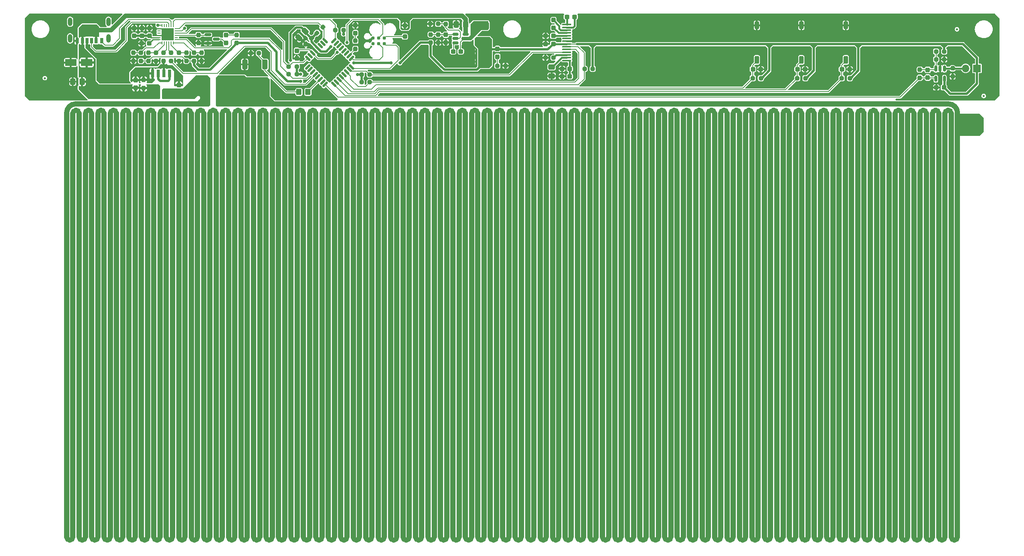
<source format=gbr>
%TF.GenerationSoftware,KiCad,Pcbnew,7.0.1*%
%TF.CreationDate,2023-08-13T09:28:09+02:00*%
%TF.ProjectId,HotPlate,486f7450-6c61-4746-952e-6b696361645f,rev?*%
%TF.SameCoordinates,PX2160ec0PY93d1cc0*%
%TF.FileFunction,Copper,L1,Top*%
%TF.FilePolarity,Positive*%
%FSLAX46Y46*%
G04 Gerber Fmt 4.6, Leading zero omitted, Abs format (unit mm)*
G04 Created by KiCad (PCBNEW 7.0.1) date 2023-08-13 09:28:09*
%MOMM*%
%LPD*%
G01*
G04 APERTURE LIST*
G04 Aperture macros list*
%AMRoundRect*
0 Rectangle with rounded corners*
0 $1 Rounding radius*
0 $2 $3 $4 $5 $6 $7 $8 $9 X,Y pos of 4 corners*
0 Add a 4 corners polygon primitive as box body*
4,1,4,$2,$3,$4,$5,$6,$7,$8,$9,$2,$3,0*
0 Add four circle primitives for the rounded corners*
1,1,$1+$1,$2,$3*
1,1,$1+$1,$4,$5*
1,1,$1+$1,$6,$7*
1,1,$1+$1,$8,$9*
0 Add four rect primitives between the rounded corners*
20,1,$1+$1,$2,$3,$4,$5,0*
20,1,$1+$1,$4,$5,$6,$7,0*
20,1,$1+$1,$6,$7,$8,$9,0*
20,1,$1+$1,$8,$9,$2,$3,0*%
G04 Aperture macros list end*
%TA.AperFunction,SMDPad,CuDef*%
%ADD10RoundRect,0.237500X-0.250000X-0.237500X0.250000X-0.237500X0.250000X0.237500X-0.250000X0.237500X0*%
%TD*%
%TA.AperFunction,SMDPad,CuDef*%
%ADD11RoundRect,0.250000X-0.097227X0.574524X-0.574524X0.097227X0.097227X-0.574524X0.574524X-0.097227X0*%
%TD*%
%TA.AperFunction,SMDPad,CuDef*%
%ADD12RoundRect,0.237500X0.250000X0.237500X-0.250000X0.237500X-0.250000X-0.237500X0.250000X-0.237500X0*%
%TD*%
%TA.AperFunction,SMDPad,CuDef*%
%ADD13RoundRect,0.237500X-0.237500X0.250000X-0.237500X-0.250000X0.237500X-0.250000X0.237500X0.250000X0*%
%TD*%
%TA.AperFunction,SMDPad,CuDef*%
%ADD14RoundRect,0.237500X0.237500X-0.250000X0.237500X0.250000X-0.237500X0.250000X-0.237500X-0.250000X0*%
%TD*%
%TA.AperFunction,SMDPad,CuDef*%
%ADD15RoundRect,0.237500X-0.300000X-0.237500X0.300000X-0.237500X0.300000X0.237500X-0.300000X0.237500X0*%
%TD*%
%TA.AperFunction,SMDPad,CuDef*%
%ADD16RoundRect,0.250000X-0.250000X0.250000X-0.250000X-0.250000X0.250000X-0.250000X0.250000X0.250000X0*%
%TD*%
%TA.AperFunction,SMDPad,CuDef*%
%ADD17RoundRect,0.150000X-0.587500X-0.150000X0.587500X-0.150000X0.587500X0.150000X-0.587500X0.150000X0*%
%TD*%
%TA.AperFunction,SMDPad,CuDef*%
%ADD18RoundRect,0.250000X-0.475000X0.337500X-0.475000X-0.337500X0.475000X-0.337500X0.475000X0.337500X0*%
%TD*%
%TA.AperFunction,SMDPad,CuDef*%
%ADD19RoundRect,0.237500X-0.237500X0.287500X-0.237500X-0.287500X0.237500X-0.287500X0.237500X0.287500X0*%
%TD*%
%TA.AperFunction,SMDPad,CuDef*%
%ADD20RoundRect,0.237500X-0.237500X0.300000X-0.237500X-0.300000X0.237500X-0.300000X0.237500X0.300000X0*%
%TD*%
%TA.AperFunction,SMDPad,CuDef*%
%ADD21C,0.500000*%
%TD*%
%TA.AperFunction,SMDPad,CuDef*%
%ADD22RoundRect,0.150000X0.512500X0.150000X-0.512500X0.150000X-0.512500X-0.150000X0.512500X-0.150000X0*%
%TD*%
%TA.AperFunction,SMDPad,CuDef*%
%ADD23RoundRect,0.237500X0.237500X-0.300000X0.237500X0.300000X-0.237500X0.300000X-0.237500X-0.300000X0*%
%TD*%
%TA.AperFunction,SMDPad,CuDef*%
%ADD24RoundRect,0.250000X0.337500X0.475000X-0.337500X0.475000X-0.337500X-0.475000X0.337500X-0.475000X0*%
%TD*%
%TA.AperFunction,SMDPad,CuDef*%
%ADD25RoundRect,0.125000X-0.530330X0.353553X0.353553X-0.530330X0.530330X-0.353553X-0.353553X0.530330X0*%
%TD*%
%TA.AperFunction,SMDPad,CuDef*%
%ADD26RoundRect,0.125000X-0.530330X-0.353553X-0.353553X-0.530330X0.530330X0.353553X0.353553X0.530330X0*%
%TD*%
%TA.AperFunction,SMDPad,CuDef*%
%ADD27RoundRect,0.237500X-0.008839X-0.344715X0.344715X0.008839X0.008839X0.344715X-0.344715X-0.008839X0*%
%TD*%
%TA.AperFunction,SMDPad,CuDef*%
%ADD28RoundRect,0.237500X0.300000X0.237500X-0.300000X0.237500X-0.300000X-0.237500X0.300000X-0.237500X0*%
%TD*%
%TA.AperFunction,SMDPad,CuDef*%
%ADD29RoundRect,0.237500X0.044194X0.380070X-0.380070X-0.044194X-0.044194X-0.380070X0.380070X0.044194X0*%
%TD*%
%TA.AperFunction,SMDPad,CuDef*%
%ADD30RoundRect,0.250000X0.250000X-0.625000X0.250000X0.625000X-0.250000X0.625000X-0.250000X-0.625000X0*%
%TD*%
%TA.AperFunction,SMDPad,CuDef*%
%ADD31RoundRect,0.250000X-0.412500X-1.100000X0.412500X-1.100000X0.412500X1.100000X-0.412500X1.100000X0*%
%TD*%
%TA.AperFunction,SMDPad,CuDef*%
%ADD32RoundRect,0.150000X-0.150000X0.512500X-0.150000X-0.512500X0.150000X-0.512500X0.150000X0.512500X0*%
%TD*%
%TA.AperFunction,SMDPad,CuDef*%
%ADD33R,2.500000X1.500000*%
%TD*%
%TA.AperFunction,SMDPad,CuDef*%
%ADD34RoundRect,0.250000X1.050000X0.550000X-1.050000X0.550000X-1.050000X-0.550000X1.050000X-0.550000X0*%
%TD*%
%TA.AperFunction,ComponentPad*%
%ADD35R,1.700000X1.700000*%
%TD*%
%TA.AperFunction,ComponentPad*%
%ADD36O,1.700000X1.700000*%
%TD*%
%TA.AperFunction,SMDPad,CuDef*%
%ADD37R,0.700000X1.200000*%
%TD*%
%TA.AperFunction,ComponentPad*%
%ADD38O,1.000000X1.900000*%
%TD*%
%TA.AperFunction,SMDPad,CuDef*%
%ADD39RoundRect,0.237500X0.237500X-0.287500X0.237500X0.287500X-0.237500X0.287500X-0.237500X-0.287500X0*%
%TD*%
%TA.AperFunction,ConnectorPad*%
%ADD40C,0.787400*%
%TD*%
%TA.AperFunction,SMDPad,CuDef*%
%ADD41RoundRect,0.250000X-1.000000X-0.650000X1.000000X-0.650000X1.000000X0.650000X-1.000000X0.650000X0*%
%TD*%
%TA.AperFunction,SMDPad,CuDef*%
%ADD42R,0.250000X0.750000*%
%TD*%
%TA.AperFunction,SMDPad,CuDef*%
%ADD43O,0.250000X0.750000*%
%TD*%
%TA.AperFunction,SMDPad,CuDef*%
%ADD44O,0.750000X0.250000*%
%TD*%
%TA.AperFunction,HeatsinkPad*%
%ADD45C,0.700000*%
%TD*%
%TA.AperFunction,SMDPad,CuDef*%
%ADD46R,2.750000X2.750000*%
%TD*%
%TA.AperFunction,SMDPad,CuDef*%
%ADD47R,2.000000X0.400000*%
%TD*%
%TA.AperFunction,SMDPad,CuDef*%
%ADD48RoundRect,0.100000X0.900000X-0.100000X0.900000X0.100000X-0.900000X0.100000X-0.900000X-0.100000X0*%
%TD*%
%TA.AperFunction,SMDPad,CuDef*%
%ADD49RoundRect,0.250000X0.350000X0.450000X-0.350000X0.450000X-0.350000X-0.450000X0.350000X-0.450000X0*%
%TD*%
%TA.AperFunction,SMDPad,CuDef*%
%ADD50RoundRect,0.250000X-0.350000X0.850000X-0.350000X-0.850000X0.350000X-0.850000X0.350000X0.850000X0*%
%TD*%
%TA.AperFunction,SMDPad,CuDef*%
%ADD51RoundRect,0.250000X-1.125000X1.275000X-1.125000X-1.275000X1.125000X-1.275000X1.125000X1.275000X0*%
%TD*%
%TA.AperFunction,SMDPad,CuDef*%
%ADD52RoundRect,0.249997X-2.650003X2.950003X-2.650003X-2.950003X2.650003X-2.950003X2.650003X2.950003X0*%
%TD*%
%TA.AperFunction,SMDPad,CuDef*%
%ADD53R,0.720000X1.780000*%
%TD*%
%TA.AperFunction,TestPad*%
%ADD54C,1.000000*%
%TD*%
%TA.AperFunction,ViaPad*%
%ADD55C,0.700000*%
%TD*%
%TA.AperFunction,Conductor*%
%ADD56C,0.250000*%
%TD*%
%TA.AperFunction,Conductor*%
%ADD57C,0.500000*%
%TD*%
%TA.AperFunction,Conductor*%
%ADD58C,0.200000*%
%TD*%
%TA.AperFunction,Conductor*%
%ADD59C,0.400000*%
%TD*%
%TA.AperFunction,Conductor*%
%ADD60C,1.000000*%
%TD*%
%TA.AperFunction,Conductor*%
%ADD61C,1.200000*%
%TD*%
G04 APERTURE END LIST*
D10*
%TO.P,R205,1*%
%TO.N,Net-(D201-K)*%
X106687500Y107800000D03*
%TO.P,R205,2*%
%TO.N,GND*%
X108512500Y107800000D03*
%TD*%
D11*
%TO.P,C208,1*%
%TO.N,+3V3*%
X63533623Y115533623D03*
%TO.P,C208,2*%
%TO.N,GND*%
X62066377Y114066377D03*
%TD*%
D12*
%TO.P,R304,1*%
%TO.N,+3V3*%
X128112500Y107100000D03*
%TO.P,R304,2*%
%TO.N,~{RSTn}_OLED*%
X126287500Y107100000D03*
%TD*%
D13*
%TO.P,R113,1*%
%TO.N,/VBUS_MAX*%
X30000000Y110712500D03*
%TO.P,R113,2*%
%TO.N,GND*%
X30000000Y108887500D03*
%TD*%
D14*
%TO.P,R108,1*%
%TO.N,Net-(U101A-G1)*%
X31700000Y108887500D03*
%TO.P,R108,2*%
%TO.N,/VBUS_EN*%
X31700000Y110712500D03*
%TD*%
D15*
%TO.P,C202,1*%
%TO.N,/MCU/BOOST*%
X96737500Y111000000D03*
%TO.P,C202,2*%
%TO.N,/MCU/SW*%
X98462500Y111000000D03*
%TD*%
D16*
%TO.P,D203,1,K*%
%TO.N,VBUS*%
X85900000Y116850000D03*
%TO.P,D203,2,A*%
%TO.N,Net-(D203-A)*%
X85900000Y114350000D03*
%TD*%
D13*
%TO.P,R401,1*%
%TO.N,Net-(U401-+)*%
X209000000Y107212500D03*
%TO.P,R401,2*%
%TO.N,GND*%
X209000000Y105387500D03*
%TD*%
D17*
%TO.P,Q101,1,G*%
%TO.N,/LED_FAULT*%
X41662500Y114750000D03*
%TO.P,Q101,2,S*%
%TO.N,GND*%
X41662500Y112850000D03*
%TO.P,Q101,3,D*%
%TO.N,Net-(D101-K)*%
X43537500Y113800000D03*
%TD*%
D18*
%TO.P,C310,1*%
%TO.N,Net-(J301-VCOMH)*%
X118900000Y107537500D03*
%TO.P,C310,2*%
%TO.N,GND*%
X118900000Y105462500D03*
%TD*%
D12*
%TO.P,R103,1*%
%TO.N,+3V3*%
X61612500Y107600000D03*
%TO.P,R103,2*%
%TO.N,PD_FLIP*%
X59787500Y107600000D03*
%TD*%
D19*
%TO.P,D202,1,K*%
%TO.N,GND*%
X74800000Y116875000D03*
%TO.P,D202,2,A*%
%TO.N,Net-(D202-A)*%
X74800000Y115125000D03*
%TD*%
D20*
%TO.P,C204,1*%
%TO.N,/MCU/FB*%
X95100000Y114762500D03*
%TO.P,C204,2*%
%TO.N,GND*%
X95100000Y113037500D03*
%TD*%
D21*
%TO.P,,*%
%TO.N,*%
X216000000Y101000000D03*
%TD*%
D13*
%TO.P,R115,1*%
%TO.N,/VBUS_MIN*%
X24900000Y110712500D03*
%TO.P,R115,2*%
%TO.N,GND*%
X24900000Y108887500D03*
%TD*%
D10*
%TO.P,R403,1*%
%TO.N,Net-(U401--)*%
X205287500Y109200000D03*
%TO.P,R403,2*%
%TO.N,GND*%
X207112500Y109200000D03*
%TD*%
D22*
%TO.P,U201,1,GND*%
%TO.N,GND*%
X99537500Y112950000D03*
%TO.P,U201,2,SW*%
%TO.N,/MCU/SW*%
X99537500Y113900000D03*
%TO.P,U201,3,IN*%
%TO.N,VBUS*%
X99537500Y114850000D03*
%TO.P,U201,4,FB*%
%TO.N,/MCU/FB*%
X97262500Y114850000D03*
%TO.P,U201,5,EN*%
%TO.N,/MCU/+3V3_EN*%
X97262500Y113900000D03*
%TO.P,U201,6,BST*%
%TO.N,/MCU/BOOST*%
X97262500Y112950000D03*
%TD*%
D23*
%TO.P,C105,1*%
%TO.N,VDD*%
X25100000Y114537500D03*
%TO.P,C105,2*%
%TO.N,GND*%
X25100000Y116262500D03*
%TD*%
D14*
%TO.P,R203,1*%
%TO.N,+3V3*%
X91700000Y112987500D03*
%TO.P,R203,2*%
%TO.N,/MCU/FB*%
X91700000Y114812500D03*
%TD*%
%TO.P,R116,1*%
%TO.N,+3V3*%
X36800000Y108887500D03*
%TO.P,R116,2*%
%TO.N,/ISNK_COARSE*%
X36800000Y110712500D03*
%TD*%
%TO.P,R109,1*%
%TO.N,PD_SAFE*%
X33400000Y108887500D03*
%TO.P,R109,2*%
%TO.N,/SAFE*%
X33400000Y110712500D03*
%TD*%
D15*
%TO.P,C308,1*%
%TO.N,Net-(J301-C2P)*%
X122337500Y118800000D03*
%TO.P,C308,2*%
%TO.N,Net-(J301-C2N)*%
X124062500Y118800000D03*
%TD*%
%TO.P,C303,1*%
%TO.N,BTN_DOWN*%
X164137500Y107000000D03*
%TO.P,C303,2*%
%TO.N,GND*%
X165862500Y107000000D03*
%TD*%
D24*
%TO.P,C201,1*%
%TO.N,VBUS*%
X99537500Y117100000D03*
%TO.P,C201,2*%
%TO.N,GND*%
X97462500Y117100000D03*
%TD*%
D14*
%TO.P,R118,1*%
%TO.N,+3V3*%
X38500000Y108887500D03*
%TO.P,R118,2*%
%TO.N,/ISNK_FINE*%
X38500000Y110712500D03*
%TD*%
D25*
%TO.P,U202,1,PB9*%
%TO.N,PD_SDA*%
X68027728Y113432070D03*
%TO.P,U202,2,PC14*%
%TO.N,unconnected-(U202-PC14-Pad2)*%
X67462043Y112866384D03*
%TO.P,U202,3,PC15*%
%TO.N,unconnected-(U202-PC15-Pad3)*%
X66896357Y112300699D03*
%TO.P,U202,4,VDD*%
%TO.N,+3V3*%
X66330672Y111735014D03*
%TO.P,U202,5,VSS*%
%TO.N,GND*%
X65764986Y111169328D03*
%TO.P,U202,6,NRST*%
%TO.N,~{RST}*%
X65199301Y110603643D03*
%TO.P,U202,7,PA0*%
%TO.N,unconnected-(U202-PA0-Pad7)*%
X64633616Y110037957D03*
%TO.P,U202,8,PA1*%
%TO.N,PD_FLIP*%
X64067930Y109472272D03*
D26*
%TO.P,U202,9,PA2*%
%TO.N,unconnected-(U202-PA2-Pad9)*%
X64067930Y107527728D03*
%TO.P,U202,10,PA3*%
%TO.N,unconnected-(U202-PA3-Pad10)*%
X64633616Y106962043D03*
%TO.P,U202,11,PA4*%
%TO.N,PD_HPI*%
X65199301Y106396357D03*
%TO.P,U202,12,PA5*%
%TO.N,PD_SAFE*%
X65764986Y105830672D03*
%TO.P,U202,13,PA6*%
%TO.N,unconnected-(U202-PA6-Pad13)*%
X66330672Y105264986D03*
%TO.P,U202,14,PA7*%
%TO.N,GATE_HEATER*%
X66896357Y104699301D03*
%TO.P,U202,15,PB0*%
%TO.N,unconnected-(U202-PB0-Pad15)*%
X67462043Y104133616D03*
%TO.P,U202,16,PB1*%
%TO.N,TEMP*%
X68027728Y103567930D03*
D25*
%TO.P,U202,17,PB2*%
%TO.N,BTN_OKEY*%
X69972272Y103567930D03*
%TO.P,U202,18,PA8*%
%TO.N,BTN_UP*%
X70537957Y104133616D03*
%TO.P,U202,19,PA9/NC*%
%TO.N,BTN_DOWN*%
X71103643Y104699301D03*
%TO.P,U202,20,PC6*%
%TO.N,~{RSTn}_OLED*%
X71669328Y105264986D03*
%TO.P,U202,21,PA10/NC*%
%TO.N,unconnected-(U202-PA10{slash}NC-Pad21)*%
X72235014Y105830672D03*
%TO.P,U202,22,PA11/PA9*%
%TO.N,SCL_OLED*%
X72800699Y106396357D03*
%TO.P,U202,23,PA12/PA10*%
%TO.N,SDA_OLED*%
X73366384Y106962043D03*
%TO.P,U202,24,PA13*%
%TO.N,SWDIO*%
X73932070Y107527728D03*
D26*
%TO.P,U202,25,PA14*%
%TO.N,SWCLK*%
X73932070Y109472272D03*
%TO.P,U202,26,PA15*%
%TO.N,Net-(U202-PA15)*%
X73366384Y110037957D03*
%TO.P,U202,27,PB3*%
%TO.N,unconnected-(U202-PB3-Pad27)*%
X72800699Y110603643D03*
%TO.P,U202,28,PB4*%
%TO.N,unconnected-(U202-PB4-Pad28)*%
X72235014Y111169328D03*
%TO.P,U202,29,PB5*%
%TO.N,unconnected-(U202-PB5-Pad29)*%
X71669328Y111735014D03*
%TO.P,U202,30,PB6*%
%TO.N,unconnected-(U202-PB6-Pad30)*%
X71103643Y112300699D03*
%TO.P,U202,31,PB7*%
%TO.N,unconnected-(U202-PB7-Pad31)*%
X70537957Y112866384D03*
%TO.P,U202,32,PB8*%
%TO.N,PD_SCL*%
X69972272Y113432070D03*
%TD*%
D27*
%TO.P,R104,1*%
%TO.N,+3V3*%
X66154765Y115154765D03*
%TO.P,R104,2*%
%TO.N,PD_SDA*%
X67445235Y116445235D03*
%TD*%
D28*
%TO.P,C305,1*%
%TO.N,Net-(J301-VDDB)*%
X119262500Y114500000D03*
%TO.P,C305,2*%
%TO.N,GND*%
X117537500Y114500000D03*
%TD*%
D29*
%TO.P,C207,1*%
%TO.N,+3V3*%
X64909880Y113909880D03*
%TO.P,C207,2*%
%TO.N,GND*%
X63690120Y112690120D03*
%TD*%
D30*
%TO.P,SW301,1,1*%
%TO.N,BTN_OKEY*%
X185000000Y109125000D03*
%TO.P,SW301,2,2*%
%TO.N,GND*%
X185000000Y116875000D03*
%TD*%
D31*
%TO.P,C109,1*%
%TO.N,/BUS_HEATSINK*%
X41237500Y100100000D03*
%TO.P,C109,2*%
X44362500Y100100000D03*
%TD*%
D12*
%TO.P,R307,1*%
%TO.N,Net-(J301-IREF)*%
X119312500Y109600000D03*
%TO.P,R307,2*%
%TO.N,GND*%
X117487500Y109600000D03*
%TD*%
D14*
%TO.P,R112,1*%
%TO.N,+3V3*%
X28300000Y108887500D03*
%TO.P,R112,2*%
%TO.N,/VBUS_MAX*%
X28300000Y110712500D03*
%TD*%
D24*
%TO.P,C205,1*%
%TO.N,+3V3*%
X103037500Y111000000D03*
%TO.P,C205,2*%
%TO.N,GND*%
X100962500Y111000000D03*
%TD*%
D12*
%TO.P,R107,1*%
%TO.N,+3V3*%
X61612500Y105900000D03*
%TO.P,R107,2*%
%TO.N,PD_HPI*%
X59787500Y105900000D03*
%TD*%
D32*
%TO.P,U401,1,+*%
%TO.N,Net-(U401-+)*%
X207150000Y107137500D03*
%TO.P,U401,2,V-*%
%TO.N,GND*%
X206200000Y107137500D03*
%TO.P,U401,3,-*%
%TO.N,Net-(U401--)*%
X205250000Y107137500D03*
%TO.P,U401,4*%
%TO.N,TEMP*%
X205250000Y104862500D03*
%TO.P,U401,5,V+*%
%TO.N,+3V3*%
X207150000Y104862500D03*
%TD*%
D14*
%TO.P,R206,1*%
%TO.N,Net-(U202-PA15)*%
X74800000Y111587500D03*
%TO.P,R206,2*%
%TO.N,Net-(D202-A)*%
X74800000Y113412500D03*
%TD*%
D33*
%TO.P,L201,1,1*%
%TO.N,/MCU/SW*%
X103400000Y117050000D03*
%TO.P,L201,2,2*%
%TO.N,+3V3*%
X103400000Y113350000D03*
%TD*%
D34*
%TO.P,C101,1*%
%TO.N,VBUS*%
X14400000Y108500000D03*
%TO.P,C101,2*%
%TO.N,GND*%
X10800000Y108500000D03*
%TD*%
D35*
%TO.P,TH401,1*%
%TO.N,+3V3*%
X214475000Y107200000D03*
D36*
%TO.P,TH401,2*%
%TO.N,Net-(U401-+)*%
X211935000Y107200000D03*
%TD*%
D20*
%TO.P,C309,1*%
%TO.N,Net-(J301-C1P)*%
X119300000Y118062500D03*
%TO.P,C309,2*%
%TO.N,Net-(J301-C1N)*%
X119300000Y116337500D03*
%TD*%
D28*
%TO.P,C306,1*%
%TO.N,Net-(J301-VCC)*%
X122962500Y105400000D03*
%TO.P,C306,2*%
%TO.N,GND*%
X121237500Y105400000D03*
%TD*%
D30*
%TO.P,SW302,1,1*%
%TO.N,BTN_UP*%
X175000000Y109125000D03*
%TO.P,SW302,2,2*%
%TO.N,GND*%
X175000000Y116875000D03*
%TD*%
D37*
%TO.P,J101,A5,CC1*%
%TO.N,/CC1*%
X15500000Y113410000D03*
%TO.P,J101,A9,VBUS*%
%TO.N,VBUS*%
X13480000Y113410000D03*
%TO.P,J101,A12,GND*%
%TO.N,GND*%
X12250000Y113410000D03*
%TO.P,J101,B5,CC2*%
%TO.N,/CC2*%
X17750000Y113410000D03*
%TO.P,J101,B9,VBUS*%
%TO.N,VBUS*%
X16520000Y113410000D03*
%TO.P,J101,B12,GND*%
%TO.N,GND*%
X14500000Y113410000D03*
D38*
%TO.P,J101,S1,SHIELD*%
%TO.N,unconnected-(J101-SHIELD-PadS1)*%
X19320000Y113940000D03*
X19320000Y117690000D03*
X10680000Y113940000D03*
X10680000Y117690000D03*
%TD*%
D39*
%TO.P,D201,1,K*%
%TO.N,Net-(D201-K)*%
X106700000Y109825000D03*
%TO.P,D201,2,A*%
%TO.N,+3V3*%
X106700000Y111575000D03*
%TD*%
D12*
%TO.P,R302,1*%
%TO.N,+3V3*%
X175912500Y105000000D03*
%TO.P,R302,2*%
%TO.N,BTN_UP*%
X174087500Y105000000D03*
%TD*%
D23*
%TO.P,C104,1*%
%TO.N,/BUS_HEATSINK*%
X35100000Y101737500D03*
%TO.P,C104,2*%
%TO.N,Net-(U101A-G1)*%
X35100000Y103462500D03*
%TD*%
D12*
%TO.P,R105,1*%
%TO.N,+3V3*%
X72112500Y115800000D03*
%TO.P,R105,2*%
%TO.N,PD_SCL*%
X70287500Y115800000D03*
%TD*%
D30*
%TO.P,SW303,1,1*%
%TO.N,BTN_DOWN*%
X165000000Y109125000D03*
%TO.P,SW303,2,2*%
%TO.N,GND*%
X165000000Y116875000D03*
%TD*%
D21*
%TO.P,FID1,*%
%TO.N,*%
X5000000Y105000000D03*
%TD*%
D24*
%TO.P,C203,1*%
%TO.N,+3V3*%
X103037500Y108700000D03*
%TO.P,C203,2*%
%TO.N,GND*%
X100962500Y108700000D03*
%TD*%
D23*
%TO.P,C108,1*%
%TO.N,VDD*%
X26800000Y114537500D03*
%TO.P,C108,2*%
%TO.N,GND*%
X26800000Y116262500D03*
%TD*%
D13*
%TO.P,R119,1*%
%TO.N,/ISNK_FINE*%
X40200000Y110712500D03*
%TO.P,R119,2*%
%TO.N,GND*%
X40200000Y108887500D03*
%TD*%
%TO.P,R201,1*%
%TO.N,VBUS*%
X95100000Y119012500D03*
%TO.P,R201,2*%
%TO.N,/MCU/+3V3_EN*%
X95100000Y117187500D03*
%TD*%
D12*
%TO.P,R202,1*%
%TO.N,/MCU/+3V3_EN*%
X93412500Y117200000D03*
%TO.P,R202,2*%
%TO.N,GND*%
X91587500Y117200000D03*
%TD*%
D24*
%TO.P,C102,1*%
%TO.N,VBUS*%
X13337500Y104200000D03*
%TO.P,C102,2*%
%TO.N,GND*%
X11262500Y104200000D03*
%TD*%
D39*
%TO.P,D101,1,K*%
%TO.N,Net-(D101-K)*%
X45700000Y112925000D03*
%TO.P,D101,2,A*%
%TO.N,Net-(D101-A)*%
X45700000Y114675000D03*
%TD*%
D13*
%TO.P,R404,1*%
%TO.N,Net-(U401--)*%
X201600000Y106912500D03*
%TO.P,R404,2*%
%TO.N,TEMP*%
X201600000Y105087500D03*
%TD*%
%TO.P,R102,1*%
%TO.N,/LED_FAULT*%
X39500000Y114712500D03*
%TO.P,R102,2*%
%TO.N,GND*%
X39500000Y112887500D03*
%TD*%
D40*
%TO.P,J201,1,VCC*%
%TO.N,Net-(D203-A)*%
X81270000Y114035000D03*
%TO.P,J201,2,SWDIO*%
%TO.N,SWDIO*%
X81270000Y112765000D03*
%TO.P,J201,3,~{RESET}*%
%TO.N,~{RST}*%
X80000000Y114035000D03*
%TO.P,J201,4,SWCLK*%
%TO.N,SWCLK*%
X80000000Y112765000D03*
%TO.P,J201,5,GND*%
%TO.N,GND*%
X78730000Y114035000D03*
%TO.P,J201,6,SWO*%
%TO.N,unconnected-(J201-SWO-Pad6)*%
X78730000Y112765000D03*
%TD*%
D41*
%TO.P,D102,1,K*%
%TO.N,/BUS_HEATSINK*%
X40800000Y103900000D03*
%TO.P,D102,2,A*%
X44800000Y103900000D03*
%TD*%
D20*
%TO.P,C206,1*%
%TO.N,~{RST}*%
X61600000Y111162500D03*
%TO.P,C206,2*%
%TO.N,GND*%
X61600000Y109437500D03*
%TD*%
D28*
%TO.P,C106,1*%
%TO.N,+1V8*%
X28462500Y112800000D03*
%TO.P,C106,2*%
%TO.N,GND*%
X26737500Y112800000D03*
%TD*%
D14*
%TO.P,R101,1*%
%TO.N,+3V3*%
X48100000Y112887500D03*
%TO.P,R101,2*%
%TO.N,Net-(D101-A)*%
X48100000Y114712500D03*
%TD*%
D21*
%TO.P,,*%
%TO.N,*%
X210000000Y116000000D03*
%TD*%
D10*
%TO.P,R306,1*%
%TO.N,+3V3*%
X76187500Y104100000D03*
%TO.P,R306,2*%
%TO.N,SCL_OLED*%
X78012500Y104100000D03*
%TD*%
D14*
%TO.P,R106,1*%
%TO.N,VBUS*%
X27200000Y102787500D03*
%TO.P,R106,2*%
%TO.N,Net-(U101A-G1)*%
X27200000Y104612500D03*
%TD*%
D28*
%TO.P,C304,1*%
%TO.N,+3V3*%
X119262500Y112700000D03*
%TO.P,C304,2*%
%TO.N,GND*%
X117537500Y112700000D03*
%TD*%
D42*
%TO.P,U102,1,VBUS_MIN*%
%TO.N,/VBUS_MIN*%
X31350000Y112950000D03*
D43*
%TO.P,U102,2,VBUS_MAX*%
%TO.N,/VBUS_MAX*%
X31850000Y112950000D03*
%TO.P,U102,3*%
%TO.N,/VBUS_EN*%
X32350000Y112950000D03*
%TO.P,U102,4*%
%TO.N,/SAFE*%
X32850000Y112950000D03*
%TO.P,U102,5,ISNK_COARSE*%
%TO.N,/ISNK_COARSE*%
X33350000Y112950000D03*
%TO.P,U102,6,ISNK_FINE*%
%TO.N,/ISNK_FINE*%
X33850000Y112950000D03*
D44*
%TO.P,U102,7,HPI_INT*%
%TO.N,PD_HPI*%
X34550000Y113650000D03*
%TO.P,U102,8,GPIO_1*%
%TO.N,unconnected-(U102-GPIO_1-Pad8)*%
X34550000Y114150000D03*
%TO.P,U102,9,FAULT*%
%TO.N,/LED_FAULT*%
X34550000Y114650000D03*
%TO.P,U102,10,FLIP*%
%TO.N,PD_FLIP*%
X34550000Y115150000D03*
%TO.P,U102,11,VDC_OUT*%
%TO.N,/BUS_HEATSINK*%
X34550000Y115650000D03*
%TO.P,U102,12,HPI_SDA*%
%TO.N,PD_SDA*%
X34550000Y116150000D03*
D43*
%TO.P,U102,13,HPI_SCL*%
%TO.N,PD_SCL*%
X33850000Y116850000D03*
%TO.P,U102,14,CC2*%
%TO.N,/CC2*%
X33350000Y116850000D03*
%TO.P,U102,15,CC1*%
%TO.N,/CC1*%
X32850000Y116850000D03*
%TO.P,U102,16,D-*%
%TO.N,unconnected-(U102-D--Pad16)*%
X32350000Y116850000D03*
%TO.P,U102,17,D+*%
%TO.N,unconnected-(U102-D+-Pad17)*%
X31850000Y116850000D03*
%TO.P,U102,18,VBUS_IN*%
%TO.N,VBUS*%
X31350000Y116850000D03*
D44*
%TO.P,U102,19,GND*%
%TO.N,GND*%
X30650000Y116150000D03*
%TO.P,U102,20,DNU_1*%
%TO.N,unconnected-(U102-DNU_1-Pad20)*%
X30650000Y115650000D03*
%TO.P,U102,21,DNU_2*%
%TO.N,unconnected-(U102-DNU_2-Pad21)*%
X30650000Y115150000D03*
%TO.P,U102,22,VSS*%
%TO.N,GND*%
X30650000Y114650000D03*
%TO.P,U102,23,VDDD*%
%TO.N,VDD*%
X30650000Y114150000D03*
%TO.P,U102,24,VCCD*%
%TO.N,+1V8*%
X30650000Y113650000D03*
D45*
%TO.P,U102,25,EPAD*%
%TO.N,GND*%
X31700000Y114000000D03*
X33500000Y114000000D03*
X32600000Y114900000D03*
D46*
X32600000Y114900000D03*
D45*
X31700000Y115800000D03*
X33500000Y115800000D03*
%TD*%
D13*
%TO.P,R117,1*%
%TO.N,/ISNK_COARSE*%
X35100000Y110712500D03*
%TO.P,R117,2*%
%TO.N,GND*%
X35100000Y108887500D03*
%TD*%
D14*
%TO.P,R114,1*%
%TO.N,+3V3*%
X26600000Y108887500D03*
%TO.P,R114,2*%
%TO.N,/VBUS_MIN*%
X26600000Y110712500D03*
%TD*%
D12*
%TO.P,R111,1*%
%TO.N,Net-(Q102-G)*%
X53112500Y110600000D03*
%TO.P,R111,2*%
%TO.N,GND*%
X51287500Y110600000D03*
%TD*%
D47*
%TO.P,J301,1,C2P*%
%TO.N,Net-(J301-C2P)*%
X122300000Y117030000D03*
D48*
%TO.P,J301,2,C2N*%
%TO.N,Net-(J301-C2N)*%
X122300000Y116410000D03*
%TO.P,J301,3,C1P*%
%TO.N,Net-(J301-C1P)*%
X122300000Y115790000D03*
%TO.P,J301,4,C1N*%
%TO.N,Net-(J301-C1N)*%
X122300000Y115170000D03*
%TO.P,J301,5,VDDB*%
%TO.N,Net-(J301-VDDB)*%
X122300000Y114550000D03*
%TO.P,J301,6,NC*%
%TO.N,unconnected-(J301-NC-Pad6)*%
X122300000Y113930000D03*
%TO.P,J301,7,VSS*%
%TO.N,GND*%
X122300000Y113310000D03*
%TO.P,J301,8,VDD*%
%TO.N,+3V3*%
X122300000Y112690000D03*
%TO.P,J301,9,RES#*%
%TO.N,~{RSTn}_OLED*%
X122300000Y112070000D03*
%TO.P,J301,10,SCL*%
%TO.N,SCL_OLED*%
X122300000Y111450000D03*
%TO.P,J301,11,SDA*%
%TO.N,SDA_OLED*%
X122300000Y110830000D03*
%TO.P,J301,12,IREF*%
%TO.N,Net-(J301-IREF)*%
X122300000Y110210000D03*
%TO.P,J301,13,VCOMH*%
%TO.N,Net-(J301-VCOMH)*%
X122300000Y109590000D03*
%TO.P,J301,14,VCC*%
%TO.N,Net-(J301-VCC)*%
X122300000Y108970000D03*
%TD*%
D12*
%TO.P,R402,1*%
%TO.N,+3V3*%
X207112500Y111000000D03*
%TO.P,R402,2*%
%TO.N,Net-(U401--)*%
X205287500Y111000000D03*
%TD*%
D15*
%TO.P,C302,1*%
%TO.N,BTN_UP*%
X174137500Y107000000D03*
%TO.P,C302,2*%
%TO.N,GND*%
X175862500Y107000000D03*
%TD*%
D28*
%TO.P,C307,1*%
%TO.N,Net-(J301-VCC)*%
X122962500Y107100000D03*
%TO.P,C307,2*%
%TO.N,GND*%
X121237500Y107100000D03*
%TD*%
D23*
%TO.P,C401,1*%
%TO.N,TEMP*%
X203400000Y105137500D03*
%TO.P,C401,2*%
%TO.N,Net-(U401--)*%
X203400000Y106862500D03*
%TD*%
D12*
%TO.P,R301,1*%
%TO.N,+3V3*%
X185912500Y105000000D03*
%TO.P,R301,2*%
%TO.N,BTN_OKEY*%
X184087500Y105000000D03*
%TD*%
D49*
%TO.P,R110,1*%
%TO.N,GATE_HEATER*%
X64100000Y101900000D03*
%TO.P,R110,2*%
%TO.N,Net-(Q102-G)*%
X62100000Y101900000D03*
%TD*%
D13*
%TO.P,R204,1*%
%TO.N,/MCU/FB*%
X93400000Y114812500D03*
%TO.P,R204,2*%
%TO.N,GND*%
X93400000Y112987500D03*
%TD*%
D50*
%TO.P,Q102,1,G*%
%TO.N,Net-(Q102-G)*%
X54480000Y108100000D03*
D51*
%TO.P,Q102,2,D*%
%TO.N,/BUS_HEATSINK*%
X53725000Y103475000D03*
X50675000Y103475000D03*
D52*
X52200000Y101800000D03*
D51*
X53725000Y100125000D03*
X50675000Y100125000D03*
D50*
%TO.P,Q102,3,S*%
%TO.N,GND*%
X49920000Y108100000D03*
%TD*%
D10*
%TO.P,R305,1*%
%TO.N,+3V3*%
X76187500Y105800000D03*
%TO.P,R305,2*%
%TO.N,SDA_OLED*%
X78012500Y105800000D03*
%TD*%
D23*
%TO.P,C107,1*%
%TO.N,VDD*%
X28500000Y114537500D03*
%TO.P,C107,2*%
%TO.N,GND*%
X28500000Y116262500D03*
%TD*%
D15*
%TO.P,C402,1*%
%TO.N,GND*%
X205337500Y102900000D03*
%TO.P,C402,2*%
%TO.N,+3V3*%
X207062500Y102900000D03*
%TD*%
D53*
%TO.P,U101,1,S2*%
%TO.N,Net-(U101A-S1)*%
X33005000Y106040000D03*
%TO.P,U101,2,G2*%
%TO.N,Net-(U101A-G1)*%
X31735000Y106040000D03*
%TO.P,U101,3,S1*%
%TO.N,Net-(U101A-S1)*%
X30465000Y106040000D03*
%TO.P,U101,4,G1*%
%TO.N,Net-(U101A-G1)*%
X29195000Y106040000D03*
%TO.P,U101,5,D1*%
%TO.N,VBUS*%
X29195000Y101360000D03*
%TO.P,U101,6,D1*%
X30465000Y101360000D03*
%TO.P,U101,7,D2*%
%TO.N,/BUS_HEATSINK*%
X31735000Y101360000D03*
%TO.P,U101,8,D2*%
X33005000Y101360000D03*
%TD*%
D23*
%TO.P,C103,1*%
%TO.N,VBUS*%
X25400000Y102837500D03*
%TO.P,C103,2*%
%TO.N,Net-(U101A-G1)*%
X25400000Y104562500D03*
%TD*%
D12*
%TO.P,R303,1*%
%TO.N,+3V3*%
X165912500Y105000000D03*
%TO.P,R303,2*%
%TO.N,BTN_DOWN*%
X164087500Y105000000D03*
%TD*%
D15*
%TO.P,C301,1*%
%TO.N,BTN_OKEY*%
X184137500Y107000000D03*
%TO.P,C301,2*%
%TO.N,GND*%
X185862500Y107000000D03*
%TD*%
D54*
%TO.P,TP201,1,1*%
%TO.N,GND*%
X104788164Y106500000D03*
%TO.P,TP201,2,2*%
%TO.N,+3V3*%
X104788164Y108000000D03*
%TD*%
D55*
%TO.N,GND*%
X83950000Y106597500D03*
X135950000Y106597500D03*
X99850000Y109250000D03*
X14500000Y112300000D03*
X195950000Y102597500D03*
X75808798Y116867003D03*
X120150000Y105400000D03*
X171050000Y114600000D03*
X65650000Y109200000D03*
X175950000Y110597500D03*
X7950000Y114597500D03*
X165896585Y108029756D03*
X39206918Y116750000D03*
X147950000Y118597500D03*
X19950000Y106597500D03*
X124000000Y113300000D03*
X85600000Y101350000D03*
X215950000Y102597500D03*
X115950000Y118597500D03*
X24137500Y116262500D03*
X150775000Y101350000D03*
X43500000Y109800000D03*
X97175000Y104975000D03*
X48600000Y109800000D03*
X64350000Y116700000D03*
X147950000Y110597500D03*
X131950000Y110597500D03*
X95100000Y111950000D03*
X195950000Y110597500D03*
X48600000Y107300000D03*
X22675000Y106625000D03*
X143950000Y114597500D03*
X187950000Y114597500D03*
X50475000Y116750000D03*
X116450000Y114500000D03*
X164750000Y101350000D03*
X127950000Y114597500D03*
X183950000Y110597500D03*
X103950000Y118597500D03*
X7950000Y102597500D03*
X65025000Y103925000D03*
X155950000Y110597500D03*
X110050000Y101350000D03*
X166050000Y116850000D03*
X56200000Y102200000D03*
X3950000Y110597500D03*
X96300000Y117650000D03*
X179950000Y110597500D03*
X111950000Y118597500D03*
X207950000Y118597500D03*
X203950000Y114597500D03*
X151950000Y106597500D03*
X151950000Y118597500D03*
X163950000Y110597500D03*
X107825000Y104975000D03*
X191950000Y118597500D03*
X151950000Y114597500D03*
X7950000Y110597500D03*
X3950000Y106597500D03*
X199950000Y118597500D03*
X24900000Y108000000D03*
X187950000Y102597500D03*
X30000000Y108000000D03*
X17200000Y105375000D03*
X108523962Y108780000D03*
X139950000Y110597500D03*
X3950000Y118597500D03*
X129500000Y101350000D03*
X99850000Y110400000D03*
X116450000Y112700000D03*
X87950000Y106597500D03*
X107950000Y106597500D03*
X139950000Y114597500D03*
X51200000Y107300000D03*
X128500000Y118600000D03*
X3950000Y102597500D03*
X205345021Y101912107D03*
X107950000Y110597500D03*
X22600000Y113700000D03*
X171950000Y106597500D03*
X11950000Y102597500D03*
X176050000Y116850000D03*
X72100000Y113700000D03*
X175950000Y114597500D03*
X179950000Y118597500D03*
X191950000Y110597500D03*
X107950000Y118597500D03*
X91950000Y104975000D03*
X38250000Y106825000D03*
X59378399Y109668213D03*
X206195971Y105869901D03*
X159950000Y114597500D03*
X16625000Y109925000D03*
X187950000Y118597500D03*
X120167927Y107097687D03*
X135950000Y110597500D03*
X135950000Y114597500D03*
X71100000Y107250000D03*
X159950000Y110597500D03*
X143950000Y106597500D03*
X25650000Y112800000D03*
X70000000Y111400000D03*
X207950000Y114597500D03*
X82600000Y104975000D03*
X51950000Y115200000D03*
X115950000Y106597500D03*
X67950000Y106597500D03*
X131950000Y106597500D03*
X116450000Y109600000D03*
X183950000Y114597500D03*
X144100000Y101350000D03*
X157400000Y101350000D03*
X143950000Y110597500D03*
X43600000Y115000000D03*
X136600000Y101350000D03*
X191950000Y114597500D03*
X11950000Y118597500D03*
X191950000Y102597500D03*
X199950000Y106600000D03*
X55950000Y114597500D03*
X96300000Y116500000D03*
X49900000Y109800000D03*
X87950000Y109300000D03*
X10100000Y104700000D03*
X135950000Y118597500D03*
X92350000Y101350000D03*
X122475000Y101350000D03*
X171950000Y118597500D03*
X171050000Y110600000D03*
X147950000Y114597500D03*
X155950000Y106597500D03*
X75950000Y110597500D03*
X208100000Y109200000D03*
X15950000Y118597500D03*
X203950000Y118597500D03*
X43600000Y112800000D03*
X183950000Y102597500D03*
X91950000Y106597500D03*
X62800000Y109300000D03*
X59950000Y102597500D03*
X171300000Y101350000D03*
X68950000Y104800000D03*
X104050000Y101350000D03*
X209000000Y104402724D03*
X211950000Y114597500D03*
X87950000Y104975000D03*
X63400000Y105900000D03*
X59950000Y100800000D03*
X167950000Y118597500D03*
X7950000Y118597500D03*
X199950000Y110597500D03*
X44475000Y116750000D03*
X159950000Y106597500D03*
X186050000Y116850000D03*
X143950000Y118597500D03*
X90200000Y111925000D03*
X66100000Y100800000D03*
X48600000Y108500000D03*
X10100000Y103700000D03*
X195950000Y118597500D03*
X117500000Y104900000D03*
X54775000Y110525000D03*
X69550000Y100800000D03*
X98350000Y101350000D03*
X66250000Y113750000D03*
X147950000Y106597500D03*
X71100000Y109250000D03*
X87950000Y114597500D03*
X215950000Y118597500D03*
X215950000Y110597500D03*
X178725000Y101350000D03*
X179950000Y114597500D03*
X99850000Y111550000D03*
X35100000Y108000000D03*
X159950000Y118597500D03*
X78000000Y113400000D03*
X163950000Y114597500D03*
X155950000Y114597500D03*
X45025000Y106250000D03*
X38500000Y112900000D03*
X111950000Y106597500D03*
X139950000Y106597500D03*
X195950000Y114597500D03*
X91584946Y116228710D03*
X131950000Y114597500D03*
X211950000Y118597500D03*
X10800000Y109900000D03*
X139950000Y118597500D03*
X81125000Y101350000D03*
X16600000Y112000000D03*
X66750000Y110200000D03*
X176700000Y118600000D03*
X40200000Y108000000D03*
X195950000Y106597500D03*
X117500000Y106000000D03*
X151950000Y110597500D03*
X12000000Y112250000D03*
X179950000Y106000000D03*
X116696995Y101350000D03*
X175925178Y108035534D03*
X56475000Y116750000D03*
X10800000Y107100000D03*
X123950000Y114597500D03*
X191950000Y106597500D03*
X61200000Y115000000D03*
X200300000Y102600000D03*
X75950000Y114597500D03*
X93400000Y111950000D03*
X63400000Y104300000D03*
X199950000Y114597500D03*
X71600000Y117950000D03*
X102325000Y104975000D03*
X185918466Y108030872D03*
X7950000Y106597500D03*
X51200000Y108500000D03*
X167950000Y114597500D03*
X99850000Y108150000D03*
X155950000Y118597500D03*
X111950000Y110597500D03*
X84100000Y117750000D03*
X131950000Y118597500D03*
%TO.N,VBUS*%
X33600000Y118625000D03*
X30400000Y116875500D03*
%TO.N,/BUS_HEATSINK*%
X36400000Y116200000D03*
X37600000Y103700000D03*
%TO.N,~{RST}*%
X72900000Y113000000D03*
X70700000Y110800000D03*
%TO.N,+3V3*%
X62500000Y104300000D03*
X72100000Y114900000D03*
X84800000Y108400000D03*
X69250000Y112050000D03*
X82800000Y108400000D03*
X62500000Y105900000D03*
X60200000Y109000000D03*
X75300000Y105800000D03*
X74400000Y108400000D03*
%TD*%
D56*
%TO.N,VDD*%
X30650000Y114150000D02*
X28887500Y114150000D01*
D57*
X25100000Y114537500D02*
X26800000Y114537500D01*
X26800000Y114537500D02*
X28500000Y114537500D01*
D56*
X28887500Y114150000D02*
X28500000Y114537500D01*
%TO.N,GND*%
X30650000Y116150000D02*
X31300000Y116150000D01*
D58*
X64149726Y108496536D02*
X64621964Y108496536D01*
D57*
X78000000Y113400000D02*
X78635000Y114035000D01*
X39500000Y112887500D02*
X38512500Y112887500D01*
X62800000Y109300000D02*
X61737500Y109300000D01*
X35100000Y107918532D02*
X35100000Y108887500D01*
X40200000Y108887500D02*
X40200000Y108000000D01*
X41662500Y112850000D02*
X39537500Y112850000D01*
X24900000Y108887500D02*
X24900000Y108000000D01*
X61737500Y109300000D02*
X61600000Y109437500D01*
X62313863Y114066377D02*
X63690120Y112690120D01*
X64244194Y112690120D02*
X63690120Y112690120D01*
X61200000Y114997464D02*
X62066377Y114131087D01*
X28500000Y116262500D02*
X26800000Y116262500D01*
D56*
X30650000Y116150000D02*
X30000000Y116150000D01*
D57*
X25100000Y116262500D02*
X26800000Y116262500D01*
D58*
X123990000Y113310000D02*
X124000000Y113300000D01*
D57*
X38512500Y112887500D02*
X38500000Y112900000D01*
X65764986Y111169328D02*
X64244194Y112690120D01*
D56*
X30650000Y114650000D02*
X31300000Y114650000D01*
X30650000Y114650000D02*
X29850000Y114650000D01*
D57*
X30000000Y108887500D02*
X30000000Y108000000D01*
X14500000Y113410000D02*
X14500000Y112300000D01*
D59*
X122300000Y113310000D02*
X123990000Y113310000D01*
D57*
X24137500Y116262500D02*
X25100000Y116262500D01*
X61200000Y115000000D02*
X61200000Y114997464D01*
X78635000Y114035000D02*
X78730000Y114035000D01*
X62066377Y114066377D02*
X62313863Y114066377D01*
X62066377Y114131087D02*
X62066377Y114066377D01*
X39537500Y112850000D02*
X39500000Y112887500D01*
D56*
%TO.N,+1V8*%
X30650000Y113650000D02*
X29312500Y113650000D01*
X29312500Y113650000D02*
X28462500Y112800000D01*
D60*
%TO.N,VBUS*%
X98800000Y119000000D02*
X99537500Y118262500D01*
D56*
X99537500Y115075000D02*
X99537500Y114850000D01*
D58*
X30400000Y116875500D02*
X31324500Y116875500D01*
D60*
X23100000Y119000000D02*
X19900000Y115800000D01*
X99537500Y117100000D02*
X99537500Y115075000D01*
X33600000Y119000000D02*
X98800000Y119000000D01*
X16900000Y115800000D02*
X16800000Y115700000D01*
X33600000Y119000000D02*
X23100000Y119000000D01*
X99537500Y118262500D02*
X99537500Y117100000D01*
D58*
X31324500Y116875500D02*
X31350000Y116850000D01*
D60*
X19900000Y115800000D02*
X16900000Y115800000D01*
D58*
%TO.N,Net-(J301-VDDB)*%
X119312500Y114550000D02*
X119262500Y114500000D01*
D59*
X122300000Y114550000D02*
X119312500Y114550000D01*
%TO.N,Net-(J301-VCC)*%
X122962500Y105400000D02*
X122962500Y107100000D01*
D58*
X122962500Y108937500D02*
X122900000Y109000000D01*
D59*
X122962500Y107100000D02*
X122962500Y108937500D01*
%TO.N,Net-(J301-C2P)*%
X122337500Y118800000D02*
X122337500Y117067500D01*
D58*
X122337500Y117067500D02*
X122300000Y117030000D01*
%TO.N,BTN_OKEY*%
X80197058Y102000000D02*
X79297058Y101100000D01*
X185000000Y108800000D02*
X184087500Y107887500D01*
X79297058Y101100000D02*
X72440202Y101100000D01*
X185000000Y109125000D02*
X185000000Y108800000D01*
X184087500Y105000000D02*
X184087500Y104987500D01*
X181100000Y102000000D02*
X80197058Y102000000D01*
X184087500Y104987500D02*
X181100000Y102000000D01*
X72440202Y101100000D02*
X69972272Y103567930D01*
X184087500Y107887500D02*
X184087500Y105000000D01*
D59*
%TO.N,Net-(J301-C2N)*%
X124062500Y118800000D02*
X124062500Y116762500D01*
X124062500Y116762500D02*
X123710000Y116410000D01*
X123710000Y116410000D02*
X122300000Y116410000D01*
%TO.N,Net-(J301-C1P)*%
X122300000Y115790000D02*
X120910000Y115790000D01*
X120600000Y116100000D02*
X120600000Y116762500D01*
X120910000Y115790000D02*
X120600000Y116100000D01*
X120600000Y116762500D02*
X119300000Y118062500D01*
%TO.N,Net-(J301-C1N)*%
X120467500Y115170000D02*
X119300000Y116337500D01*
X122300000Y115170000D02*
X120467500Y115170000D01*
%TO.N,Net-(J301-VCOMH)*%
X121121250Y109590000D02*
X119068750Y107537500D01*
X122300000Y109590000D02*
X121121250Y109590000D01*
D58*
X119068750Y107537500D02*
X118900000Y107537500D01*
%TO.N,PD_FLIP*%
X37900000Y116100000D02*
X55800000Y116100000D01*
X34550000Y115150000D02*
X36950000Y115150000D01*
X36950000Y115150000D02*
X37900000Y116100000D01*
X58700000Y113200000D02*
X58700000Y108687500D01*
X60687500Y108500000D02*
X63095658Y108500000D01*
X55800000Y116100000D02*
X58700000Y113200000D01*
X59787500Y107600000D02*
X60687500Y108500000D01*
X58700000Y108687500D02*
X59787500Y107600000D01*
X63095658Y108500000D02*
X64067930Y109472272D01*
%TO.N,PD_SCL*%
X69972272Y113432070D02*
X70300000Y113759798D01*
X69100000Y118200000D02*
X34300000Y118200000D01*
X70300000Y117000000D02*
X69100000Y118200000D01*
X70287500Y116987500D02*
X70300000Y117000000D01*
X70287500Y115800000D02*
X70287500Y116987500D01*
X70300000Y115787500D02*
X70287500Y115800000D01*
X70300000Y113759798D02*
X70300000Y115787500D01*
X33850000Y117750000D02*
X33850000Y116850000D01*
X34300000Y118200000D02*
X33850000Y117750000D01*
%TO.N,PD_SDA*%
X35250000Y116150000D02*
X36500000Y117400000D01*
X67700000Y113759798D02*
X67700000Y116190470D01*
X66490470Y117400000D02*
X67445235Y116445235D01*
X67700000Y116190470D02*
X67445235Y116445235D01*
X68027728Y113432070D02*
X67700000Y113759798D01*
X36500000Y117400000D02*
X66490470Y117400000D01*
X34550000Y116150000D02*
X35250000Y116150000D01*
%TO.N,Net-(D101-K)*%
X44825000Y113800000D02*
X45700000Y112925000D01*
X43537500Y113800000D02*
X44825000Y113800000D01*
%TO.N,Net-(D101-A)*%
X48062500Y114675000D02*
X48100000Y114712500D01*
X45700000Y114675000D02*
X48062500Y114675000D01*
%TO.N,PD_HPI*%
X38680761Y111800000D02*
X46300000Y111800000D01*
X47300000Y113800000D02*
X55400000Y113800000D01*
X36830761Y113650000D02*
X38680761Y111800000D01*
X58000000Y107687500D02*
X59787500Y105900000D01*
X60687500Y105000000D02*
X63802944Y105000000D01*
X46300000Y111800000D02*
X46900000Y112400000D01*
X58000000Y111200000D02*
X58000000Y107687500D01*
X59787500Y105900000D02*
X60687500Y105000000D01*
X63802944Y105000000D02*
X65199301Y106396357D01*
X46900000Y113400000D02*
X47300000Y113800000D01*
X34550000Y113650000D02*
X36830761Y113650000D01*
X55400000Y113800000D02*
X58000000Y111200000D01*
X46900000Y112400000D02*
X46900000Y113400000D01*
D61*
%TO.N,/BUS_HEATSINK*%
X145700000Y1800000D02*
X145700000Y97100000D01*
X70100000Y1800000D02*
X70100000Y97100000D01*
X32300000Y97100000D02*
X32300000Y1800000D01*
X159700000Y1800000D02*
X159700000Y97100000D01*
X91100000Y97100000D02*
X91100000Y1800000D01*
X190500000Y1800000D02*
X190500000Y97100000D01*
X57500000Y97100000D02*
X57500000Y1800000D01*
X19700000Y1800000D02*
X19700000Y97100000D01*
X65900000Y97100000D02*
X65900000Y1800000D01*
X75700000Y1800000D02*
X75700000Y97100000D01*
X105100000Y97100000D02*
X105100000Y1800000D01*
X89700000Y1800000D02*
X89700000Y97100000D01*
X124700000Y97100000D02*
X124700000Y1800000D01*
X26700000Y97100000D02*
X26700000Y1800000D01*
X162500000Y1800000D02*
X162500000Y97100000D01*
X151300000Y1800000D02*
X151300000Y97100000D01*
X165300000Y1800000D02*
X165300000Y97100000D01*
X78500000Y1800000D02*
X78500000Y97100000D01*
X95300000Y1800000D02*
X95300000Y97100000D01*
X186300000Y97100000D02*
X186300000Y1800000D01*
X43500000Y97100000D02*
X43500000Y1800000D01*
X106500000Y1800000D02*
X106500000Y97100000D01*
X22500000Y1800000D02*
X22500000Y97100000D01*
X54700000Y97100000D02*
X54700000Y1800000D01*
X134500000Y1800000D02*
X134500000Y97100000D01*
X99500000Y97100000D02*
X99500000Y1800000D01*
X88300000Y97100000D02*
X88300000Y1800000D01*
X144300000Y97100000D02*
X144300000Y1800000D01*
X200300000Y97100000D02*
X200300000Y1800000D01*
X53300000Y1800000D02*
X53300000Y97100000D01*
X33700000Y1800000D02*
X33700000Y97100000D01*
X18300000Y97100000D02*
X18300000Y1800000D01*
X96700000Y97100000D02*
X96700000Y1800000D01*
X208100001Y99200000D02*
X50600000Y99200000D01*
X172300000Y97100000D02*
X172300000Y1800000D01*
X9900000Y97200002D02*
X9900000Y1800000D01*
X30900000Y1800000D02*
X30900000Y97100000D01*
X135900000Y97100000D02*
X135900000Y1800000D01*
X11300000Y1800000D02*
X11300000Y97100000D01*
X109300000Y1800000D02*
X109300000Y97100000D01*
X44900000Y1800000D02*
X44900000Y97100000D01*
X60300000Y97100000D02*
X60300000Y1800000D01*
X205900000Y97100000D02*
X205900000Y1800000D01*
X12700000Y97100000D02*
X12700000Y1800000D01*
X71500000Y97100000D02*
X71500000Y1800000D01*
X114900000Y1800000D02*
X114900000Y97100000D01*
X28100000Y1800000D02*
X28100000Y97100000D01*
X25300000Y1800000D02*
X25300000Y97100000D01*
X46300000Y97100000D02*
X46300000Y1800000D01*
X93900000Y97100000D02*
X93900000Y1800000D01*
X84100000Y1800000D02*
X84100000Y97100000D01*
X176500000Y1800000D02*
X176500000Y97100000D01*
X74300000Y97100000D02*
X74300000Y1800000D01*
X120500000Y1800000D02*
X120500000Y97100000D01*
X138700000Y97100000D02*
X138700000Y1800000D01*
X196100000Y1800000D02*
X196100000Y97100000D01*
X156900000Y1800000D02*
X156900000Y97100000D01*
X67300000Y1800000D02*
X67300000Y97100000D01*
X103700000Y1800000D02*
X103700000Y97100000D01*
X102300000Y97100000D02*
X102300000Y1800000D01*
X203100000Y97100000D02*
X203100000Y1800000D01*
X194700000Y97100000D02*
X194700000Y1800000D01*
X177900000Y97100000D02*
X177900000Y1800000D01*
X100900000Y1800000D02*
X100900000Y97100000D01*
X68700000Y97100000D02*
X68700000Y1800000D01*
X121900000Y97100000D02*
X121900000Y1800000D01*
X155500000Y97100000D02*
X155500000Y1800000D01*
X110700000Y97100000D02*
X110700000Y1800000D01*
X77100000Y97100000D02*
X77100000Y1800000D01*
X15500000Y97100000D02*
X15500000Y1800000D01*
X51900000Y97100000D02*
X51900000Y1800000D01*
X140100000Y1800000D02*
X140100000Y97100000D01*
X183500000Y97100000D02*
X183500000Y1800000D01*
X147100000Y97100000D02*
X147100000Y1800000D01*
D58*
X35850000Y115650000D02*
X36400000Y116200000D01*
D61*
X35100000Y97100000D02*
X35100000Y1800000D01*
X127500000Y97100000D02*
X127500000Y1800000D01*
X123300000Y1800000D02*
X123300000Y97100000D01*
X39300000Y1800000D02*
X39300000Y97100000D01*
X117700000Y1800000D02*
X117700000Y97100000D01*
X141500000Y97100000D02*
X141500000Y1800000D01*
X47700000Y1800000D02*
X47700000Y97100000D01*
X49100000Y97100000D02*
X49100000Y1800000D01*
X21100000Y97100000D02*
X21100000Y1800000D01*
X16900000Y1800000D02*
X16900000Y97100000D01*
X154100000Y1800000D02*
X154100000Y97100000D01*
X126100000Y1800000D02*
X126100000Y97100000D01*
X61700000Y1800000D02*
X61700000Y97100000D01*
X56100000Y1800000D02*
X56100000Y97100000D01*
X187700000Y1800000D02*
X187700000Y97100000D01*
X137300000Y1800000D02*
X137300000Y97100000D01*
X40700000Y97100000D02*
X40700000Y1800000D01*
X131700000Y1800000D02*
X131700000Y97100000D01*
X168100000Y1800000D02*
X168100000Y97100000D01*
X182100000Y1800000D02*
X182100000Y97100000D01*
X175100000Y97100000D02*
X175100000Y1800000D01*
X142900000Y1800000D02*
X142900000Y97100000D01*
X201700000Y1800000D02*
X201700000Y97100000D01*
X36500000Y1800000D02*
X36500000Y97100000D01*
X128900000Y1800000D02*
X128900000Y97100000D01*
X63100000Y97100000D02*
X63100000Y1800000D01*
X42100000Y1800000D02*
X42100000Y97100000D01*
X79900000Y97100000D02*
X79900000Y1800000D01*
X116300000Y97100000D02*
X116300000Y1800000D01*
X148500000Y1800000D02*
X148500000Y97100000D01*
X58900000Y1800000D02*
X58900000Y97100000D01*
X158300000Y97100000D02*
X158300000Y1800000D01*
X112100000Y1800000D02*
X112100000Y97100000D01*
X29500000Y97100000D02*
X29500000Y1800000D01*
X166700000Y97100000D02*
X166700000Y1800000D01*
X81300000Y1800000D02*
X81300000Y97100000D01*
X85500000Y97100000D02*
X85500000Y1800000D01*
X161100000Y97100000D02*
X161100000Y1800000D01*
X207300000Y1800000D02*
X207300000Y97100000D01*
X198900000Y1800000D02*
X198900000Y97100000D01*
D58*
X34550000Y115650000D02*
X35850000Y115650000D01*
D61*
X37900000Y97100000D02*
X37900000Y1800000D01*
X92500000Y1800000D02*
X92500000Y97100000D01*
X193300000Y1800000D02*
X193300000Y97100000D01*
X204500000Y1800000D02*
X204500000Y97100000D01*
X64500000Y1800000D02*
X64500000Y97100000D01*
X14100000Y1800000D02*
X14100000Y97100000D01*
X23900000Y97100000D02*
X23900000Y1800000D01*
X184900000Y1800000D02*
X184900000Y97100000D01*
X191900000Y97100000D02*
X191900000Y1800000D01*
X82700000Y97100000D02*
X82700000Y1800000D01*
X179300000Y1800000D02*
X179300000Y97100000D01*
X152700000Y97100000D02*
X152700000Y1800000D01*
X173700000Y1800000D02*
X173700000Y97100000D01*
X113500000Y97100000D02*
X113500000Y1800000D01*
X50500000Y1800000D02*
X50500000Y97100000D01*
X130300000Y97100000D02*
X130300000Y1800000D01*
X169500000Y97100000D02*
X169500000Y1800000D01*
X119100000Y97100000D02*
X119100000Y1800000D01*
X180700000Y97100000D02*
X180700000Y1800000D01*
X107900000Y97100000D02*
X107900000Y1800000D01*
X38400000Y99200000D02*
X11899998Y99200000D01*
X133100000Y97100000D02*
X133100000Y1800000D01*
X163900000Y97100000D02*
X163900000Y1800000D01*
X208700000Y97100000D02*
X208700000Y1800000D01*
X72900000Y1800000D02*
X72900000Y97100000D01*
X170900000Y1800000D02*
X170900000Y97100000D01*
X210100000Y1800000D02*
X210100000Y97200002D01*
X98100000Y1800000D02*
X98100000Y97100000D01*
X86900000Y1800000D02*
X86900000Y97100000D01*
X197500000Y97100000D02*
X197500000Y1800000D01*
X149900000Y97100000D02*
X149900000Y1800000D01*
X189100000Y97100000D02*
X189100000Y1800000D01*
X210100000Y97200002D02*
G75*
G03*
X208100001Y99200000I-2000000J-2D01*
G01*
X172300000Y1800000D02*
G75*
G03*
X173000000Y1100000I700000J0D01*
G01*
X75000000Y1100000D02*
G75*
G03*
X75700000Y1800000I0J700000D01*
G01*
X199600000Y97800000D02*
G75*
G03*
X198900000Y97100000I0J-700000D01*
G01*
X187000000Y1100000D02*
G75*
G03*
X187700000Y1800000I0J700000D01*
G01*
X34400000Y97800000D02*
G75*
G03*
X33700000Y97100000I0J-700000D01*
G01*
X105100000Y97100000D02*
G75*
G03*
X104400000Y97800000I-700000J0D01*
G01*
X205900000Y97100000D02*
G75*
G03*
X205200000Y97800000I-700000J0D01*
G01*
X113500000Y97100000D02*
G75*
G03*
X112800000Y97800000I-700000J0D01*
G01*
X98800000Y97800000D02*
G75*
G03*
X98100000Y97100000I0J-700000D01*
G01*
X89000000Y1100000D02*
G75*
G03*
X89700000Y1800000I0J700000D01*
G01*
X175100000Y97100000D02*
G75*
G03*
X174400000Y97800000I-700000J0D01*
G01*
X43500000Y1800000D02*
G75*
G03*
X44200000Y1100000I700000J0D01*
G01*
X79900000Y97100000D02*
G75*
G03*
X79200000Y97800000I-700000J0D01*
G01*
X197500000Y1800000D02*
G75*
G03*
X198200000Y1100000I700000J0D01*
G01*
X136600000Y1100000D02*
G75*
G03*
X137300000Y1800000I0J700000D01*
G01*
X175100000Y1800000D02*
G75*
G03*
X175800000Y1100000I700000J0D01*
G01*
X105100000Y1800000D02*
G75*
G03*
X105800000Y1100000I700000J0D01*
G01*
X113500000Y1800000D02*
G75*
G03*
X114200000Y1100000I700000J0D01*
G01*
X46300000Y97100000D02*
G75*
G03*
X45600000Y97800000I-700000J0D01*
G01*
X56800000Y97800000D02*
G75*
G03*
X56100000Y97100000I0J-700000D01*
G01*
X195400000Y1100000D02*
G75*
G03*
X196100000Y1800000I0J700000D01*
G01*
X138700000Y1800000D02*
G75*
G03*
X139400000Y1100000I700000J0D01*
G01*
X99500000Y97100000D02*
G75*
G03*
X98800000Y97800000I-700000J0D01*
G01*
X101600000Y97800000D02*
G75*
G03*
X100900000Y97100000I0J-700000D01*
G01*
X71500000Y1800000D02*
G75*
G03*
X72200000Y1100000I700000J0D01*
G01*
X57500000Y97100000D02*
G75*
G03*
X56800000Y97800000I-700000J0D01*
G01*
X144300000Y97100000D02*
G75*
G03*
X143600000Y97800000I-700000J0D01*
G01*
X174400000Y97800000D02*
G75*
G03*
X173700000Y97100000I0J-700000D01*
G01*
X146400000Y97800000D02*
G75*
G03*
X145700000Y97100000I0J-700000D01*
G01*
X124000000Y97800000D02*
G75*
G03*
X123300000Y97100000I0J-700000D01*
G01*
X182800000Y97800000D02*
G75*
G03*
X182100000Y97100000I0J-700000D01*
G01*
X138700000Y97100000D02*
G75*
G03*
X138000000Y97800000I-700000J0D01*
G01*
X208700000Y1800000D02*
G75*
G03*
X209400000Y1100000I700000J0D01*
G01*
X40700000Y97100000D02*
G75*
G03*
X40000000Y97800000I-700000J0D01*
G01*
X102300000Y1800000D02*
G75*
G03*
X103000000Y1100000I700000J0D01*
G01*
X126800000Y97800000D02*
G75*
G03*
X126100000Y97100000I0J-700000D01*
G01*
X200300000Y97100000D02*
G75*
G03*
X199600000Y97800000I-700000J0D01*
G01*
X55400000Y1100000D02*
G75*
G03*
X56100000Y1800000I0J700000D01*
G01*
X196800000Y97800000D02*
G75*
G03*
X196100000Y97100000I0J-700000D01*
G01*
X47000000Y1100000D02*
G75*
G03*
X47700000Y1800000I0J700000D01*
G01*
X129600000Y97800000D02*
G75*
G03*
X128900000Y97100000I0J-700000D01*
G01*
X169500000Y97100000D02*
G75*
G03*
X168800000Y97800000I-700000J0D01*
G01*
X51900000Y1800000D02*
G75*
G03*
X52600000Y1100000I700000J0D01*
G01*
X79200000Y97800000D02*
G75*
G03*
X78500000Y97100000I0J-700000D01*
G01*
X141500000Y1800000D02*
G75*
G03*
X142200000Y1100000I700000J0D01*
G01*
X133100000Y97100000D02*
G75*
G03*
X132400000Y97800000I-700000J0D01*
G01*
X108600000Y1100000D02*
G75*
G03*
X109300000Y1800000I0J700000D01*
G01*
X12700000Y1800000D02*
G75*
G03*
X13400000Y1100000I700000J0D01*
G01*
X74300000Y97100000D02*
G75*
G03*
X73600000Y97800000I-700000J0D01*
G01*
X158300000Y97100000D02*
G75*
G03*
X157600000Y97800000I-700000J0D01*
G01*
X19000000Y1100000D02*
G75*
G03*
X19700000Y1800000I0J700000D01*
G01*
X73600000Y97800000D02*
G75*
G03*
X72900000Y97100000I0J-700000D01*
G01*
X96700000Y97100000D02*
G75*
G03*
X96000000Y97800000I-700000J0D01*
G01*
X17600000Y97800000D02*
G75*
G03*
X16900000Y97100000I0J-700000D01*
G01*
X158300000Y1800000D02*
G75*
G03*
X159000000Y1100000I700000J0D01*
G01*
X23900000Y1800000D02*
G75*
G03*
X24600000Y1100000I700000J0D01*
G01*
X26700000Y1800000D02*
G75*
G03*
X27400000Y1100000I700000J0D01*
G01*
X203100000Y1800000D02*
G75*
G03*
X203800000Y1100000I700000J0D01*
G01*
X178600000Y1100000D02*
G75*
G03*
X179300000Y1800000I0J700000D01*
G01*
X69400000Y1100000D02*
G75*
G03*
X70100000Y1800000I0J700000D01*
G01*
X186300000Y97100000D02*
G75*
G03*
X185600000Y97800000I-700000J0D01*
G01*
X117000000Y1100000D02*
G75*
G03*
X117700000Y1800000I0J700000D01*
G01*
X194700000Y97100000D02*
G75*
G03*
X194000000Y97800000I-700000J0D01*
G01*
X103000000Y1100000D02*
G75*
G03*
X103700000Y1800000I0J700000D01*
G01*
X29500000Y1800000D02*
G75*
G03*
X30200000Y1100000I700000J0D01*
G01*
X28800000Y97800000D02*
G75*
G03*
X28100000Y97100000I0J-700000D01*
G01*
X119800000Y1100000D02*
G75*
G03*
X120500000Y1800000I0J700000D01*
G01*
X172300000Y97100000D02*
G75*
G03*
X171600000Y97800000I-700000J0D01*
G01*
X24600000Y1100000D02*
G75*
G03*
X25300000Y1800000I0J700000D01*
G01*
X173000000Y1100000D02*
G75*
G03*
X173700000Y1800000I0J700000D01*
G01*
X68000000Y97800000D02*
G75*
G03*
X67300000Y97100000I0J-700000D01*
G01*
X82700000Y97100000D02*
G75*
G03*
X82000000Y97800000I-700000J0D01*
G01*
X12000000Y97800000D02*
G75*
G03*
X11300000Y97100000I0J-700000D01*
G01*
X49100000Y97100000D02*
G75*
G03*
X48400000Y97800000I-700000J0D01*
G01*
X51900000Y97100000D02*
G75*
G03*
X51200000Y97800000I-700000J0D01*
G01*
X76400000Y97800000D02*
G75*
G03*
X75700000Y97100000I0J-700000D01*
G01*
X127500000Y1800000D02*
G75*
G03*
X128200000Y1100000I700000J0D01*
G01*
X83400000Y1100000D02*
G75*
G03*
X84100000Y1800000I0J700000D01*
G01*
X49100000Y1800000D02*
G75*
G03*
X49800000Y1100000I700000J0D01*
G01*
X166700000Y1800000D02*
G75*
G03*
X167400000Y1100000I700000J0D01*
G01*
X14800000Y97800000D02*
G75*
G03*
X14100000Y97100000I0J-700000D01*
G01*
X160400000Y97800000D02*
G75*
G03*
X159700000Y97100000I0J-700000D01*
G01*
X93900000Y1800000D02*
G75*
G03*
X94600000Y1100000I700000J0D01*
G01*
X97400000Y1100000D02*
G75*
G03*
X98100000Y1800000I0J700000D01*
G01*
X163900000Y1800000D02*
G75*
G03*
X164600000Y1100000I700000J0D01*
G01*
X203100000Y97100000D02*
G75*
G03*
X202400000Y97800000I-700000J0D01*
G01*
X181400000Y1100000D02*
G75*
G03*
X182100000Y1800000I0J700000D01*
G01*
X133100000Y1800000D02*
G75*
G03*
X133800000Y1100000I700000J0D01*
G01*
X65900000Y97100000D02*
G75*
G03*
X65200000Y97800000I-700000J0D01*
G01*
X145000000Y1100000D02*
G75*
G03*
X145700000Y1800000I0J700000D01*
G01*
X104400000Y97800000D02*
G75*
G03*
X103700000Y97100000I0J-700000D01*
G01*
X65900000Y1800000D02*
G75*
G03*
X66600000Y1100000I700000J0D01*
G01*
X166700000Y97100000D02*
G75*
G03*
X166000000Y97800000I-700000J0D01*
G01*
X194000000Y97800000D02*
G75*
G03*
X193300000Y97100000I0J-700000D01*
G01*
X91800000Y1100000D02*
G75*
G03*
X92500000Y1800000I0J700000D01*
G01*
X93200000Y97800000D02*
G75*
G03*
X92500000Y97100000I0J-700000D01*
G01*
X94600000Y1100000D02*
G75*
G03*
X95300000Y1800000I0J700000D01*
G01*
X60300000Y1800000D02*
G75*
G03*
X61000000Y1100000I700000J0D01*
G01*
X65200000Y97800000D02*
G75*
G03*
X64500000Y97100000I0J-700000D01*
G01*
X157600000Y97800000D02*
G75*
G03*
X156900000Y97100000I0J-700000D01*
G01*
X48400000Y97800000D02*
G75*
G03*
X47700000Y97100000I0J-700000D01*
G01*
X20400000Y97800000D02*
G75*
G03*
X19700000Y97100000I0J-700000D01*
G01*
X35100000Y1800000D02*
G75*
G03*
X35800000Y1100000I700000J0D01*
G01*
X60300000Y97100000D02*
G75*
G03*
X59600000Y97800000I-700000J0D01*
G01*
X192600000Y1100000D02*
G75*
G03*
X193300000Y1800000I0J700000D01*
G01*
X152700000Y97100000D02*
G75*
G03*
X152000000Y97800000I-700000J0D01*
G01*
X202400000Y97800000D02*
G75*
G03*
X201700000Y97100000I0J-700000D01*
G01*
X170200000Y1100000D02*
G75*
G03*
X170900000Y1800000I0J700000D01*
G01*
X63800000Y1100000D02*
G75*
G03*
X64500000Y1800000I0J700000D01*
G01*
X130300000Y1800000D02*
G75*
G03*
X131000000Y1100000I700000J0D01*
G01*
X183500000Y1800000D02*
G75*
G03*
X184200000Y1100000I700000J0D01*
G01*
X189100000Y97100000D02*
G75*
G03*
X188400000Y97800000I-700000J0D01*
G01*
X31600000Y97800000D02*
G75*
G03*
X30900000Y97100000I0J-700000D01*
G01*
X147100000Y97100000D02*
G75*
G03*
X146400000Y97800000I-700000J0D01*
G01*
X133800000Y1100000D02*
G75*
G03*
X134500000Y1800000I0J700000D01*
G01*
X70800000Y97800000D02*
G75*
G03*
X70100000Y97100000I0J-700000D01*
G01*
X37900000Y97100000D02*
G75*
G03*
X37200000Y97800000I-700000J0D01*
G01*
X140800000Y97800000D02*
G75*
G03*
X140100000Y97100000I0J-700000D01*
G01*
X177900000Y1800000D02*
G75*
G03*
X178600000Y1100000I700000J0D01*
G01*
X110700000Y1800000D02*
G75*
G03*
X111400000Y1100000I700000J0D01*
G01*
X43500000Y97100000D02*
G75*
G03*
X42800000Y97800000I-700000J0D01*
G01*
X161100000Y1800000D02*
G75*
G03*
X161800000Y1100000I700000J0D01*
G01*
X155500000Y97100000D02*
G75*
G03*
X154800000Y97800000I-700000J0D01*
G01*
X116300000Y97100000D02*
G75*
G03*
X115600000Y97800000I-700000J0D01*
G01*
X49800000Y1100000D02*
G75*
G03*
X50500000Y1800000I0J700000D01*
G01*
X51200000Y97800000D02*
G75*
G03*
X50500000Y97100000I0J-700000D01*
G01*
X16200000Y1100000D02*
G75*
G03*
X16900000Y1800000I0J700000D01*
G01*
X62400000Y97800000D02*
G75*
G03*
X61700000Y97100000I0J-700000D01*
G01*
X107900000Y1800000D02*
G75*
G03*
X108600000Y1100000I700000J0D01*
G01*
X208000000Y97800000D02*
G75*
G03*
X207300000Y97100000I0J-700000D01*
G01*
X58200000Y1100000D02*
G75*
G03*
X58900000Y1800000I0J700000D01*
G01*
X79900000Y1800000D02*
G75*
G03*
X80600000Y1100000I700000J0D01*
G01*
X144300000Y1800000D02*
G75*
G03*
X145000000Y1100000I700000J0D01*
G01*
X54700000Y1800000D02*
G75*
G03*
X55400000Y1100000I700000J0D01*
G01*
X127500000Y97100000D02*
G75*
G03*
X126800000Y97800000I-700000J0D01*
G01*
X15500000Y1800000D02*
G75*
G03*
X16200000Y1100000I700000J0D01*
G01*
X191900000Y1800000D02*
G75*
G03*
X192600000Y1100000I700000J0D01*
G01*
X128200000Y1100000D02*
G75*
G03*
X128900000Y1800000I0J700000D01*
G01*
X23200000Y97800000D02*
G75*
G03*
X22500000Y97100000I0J-700000D01*
G01*
X161100000Y97100000D02*
G75*
G03*
X160400000Y97800000I-700000J0D01*
G01*
X189100000Y1800000D02*
G75*
G03*
X189800000Y1100000I700000J0D01*
G01*
X142200000Y1100000D02*
G75*
G03*
X142900000Y1800000I0J700000D01*
G01*
X82000000Y97800000D02*
G75*
G03*
X81300000Y97100000I0J-700000D01*
G01*
X161800000Y1100000D02*
G75*
G03*
X162500000Y1800000I0J700000D01*
G01*
X200300000Y1800000D02*
G75*
G03*
X201000000Y1100000I700000J0D01*
G01*
X37200000Y97800000D02*
G75*
G03*
X36500000Y97100000I0J-700000D01*
G01*
X198200000Y1100000D02*
G75*
G03*
X198900000Y1800000I0J700000D01*
G01*
X122600000Y1100000D02*
G75*
G03*
X123300000Y1800000I0J700000D01*
G01*
X9900000Y1800000D02*
G75*
G03*
X10600000Y1100000I700000J0D01*
G01*
X63100000Y1800000D02*
G75*
G03*
X63800000Y1100000I700000J0D01*
G01*
X154800000Y97800000D02*
G75*
G03*
X154100000Y97100000I0J-700000D01*
G01*
X110000000Y97800000D02*
G75*
G03*
X109300000Y97100000I0J-700000D01*
G01*
X54000000Y97800000D02*
G75*
G03*
X53300000Y97100000I0J-700000D01*
G01*
X197500000Y97100000D02*
G75*
G03*
X196800000Y97800000I-700000J0D01*
G01*
X163200000Y97800000D02*
G75*
G03*
X162500000Y97100000I0J-700000D01*
G01*
X21100000Y97100000D02*
G75*
G03*
X20400000Y97800000I-700000J0D01*
G01*
X35800000Y1100000D02*
G75*
G03*
X36500000Y1800000I0J700000D01*
G01*
X59600000Y97800000D02*
G75*
G03*
X58900000Y97100000I0J-700000D01*
G01*
X105800000Y1100000D02*
G75*
G03*
X106500000Y1800000I0J700000D01*
G01*
X132400000Y97800000D02*
G75*
G03*
X131700000Y97100000I0J-700000D01*
G01*
X141500000Y97100000D02*
G75*
G03*
X140800000Y97800000I-700000J0D01*
G01*
X164600000Y1100000D02*
G75*
G03*
X165300000Y1800000I0J700000D01*
G01*
X188400000Y97800000D02*
G75*
G03*
X187700000Y97100000I0J-700000D01*
G01*
X13400000Y1100000D02*
G75*
G03*
X14100000Y1800000I0J700000D01*
G01*
X88300000Y97100000D02*
G75*
G03*
X87600000Y97800000I-700000J0D01*
G01*
X205200000Y97800000D02*
G75*
G03*
X204500000Y97100000I0J-700000D01*
G01*
X168800000Y97800000D02*
G75*
G03*
X168100000Y97100000I0J-700000D01*
G01*
X21800000Y1100000D02*
G75*
G03*
X22500000Y1800000I0J700000D01*
G01*
X152000000Y97800000D02*
G75*
G03*
X151300000Y97100000I0J-700000D01*
G01*
X68700000Y97100000D02*
G75*
G03*
X68000000Y97800000I-700000J0D01*
G01*
X32300000Y97100000D02*
G75*
G03*
X31600000Y97800000I-700000J0D01*
G01*
X138000000Y97800000D02*
G75*
G03*
X137300000Y97100000I0J-700000D01*
G01*
X72200000Y1100000D02*
G75*
G03*
X72900000Y1800000I0J700000D01*
G01*
X96700000Y1800000D02*
G75*
G03*
X97400000Y1100000I700000J0D01*
G01*
X115600000Y97800000D02*
G75*
G03*
X114900000Y97100000I0J-700000D01*
G01*
X131000000Y1100000D02*
G75*
G03*
X131700000Y1800000I0J700000D01*
G01*
X61000000Y1100000D02*
G75*
G03*
X61700000Y1800000I0J700000D01*
G01*
X29500000Y97100000D02*
G75*
G03*
X28800000Y97800000I-700000J0D01*
G01*
X150600000Y1100000D02*
G75*
G03*
X151300000Y1800000I0J700000D01*
G01*
X44200000Y1100000D02*
G75*
G03*
X44900000Y1800000I0J700000D01*
G01*
X86200000Y1100000D02*
G75*
G03*
X86900000Y1800000I0J700000D01*
G01*
X175800000Y1100000D02*
G75*
G03*
X176500000Y1800000I0J700000D01*
G01*
X82700000Y1800000D02*
G75*
G03*
X83400000Y1100000I700000J0D01*
G01*
X149900000Y1800000D02*
G75*
G03*
X150600000Y1100000I700000J0D01*
G01*
X77100000Y97100000D02*
G75*
G03*
X76400000Y97800000I-700000J0D01*
G01*
X42800000Y97800000D02*
G75*
G03*
X42100000Y97100000I0J-700000D01*
G01*
X163900000Y97100000D02*
G75*
G03*
X163200000Y97800000I-700000J0D01*
G01*
X191200000Y97800000D02*
G75*
G03*
X190500000Y97100000I0J-700000D01*
G01*
X177200000Y97800000D02*
G75*
G03*
X176500000Y97100000I0J-700000D01*
G01*
X66600000Y1100000D02*
G75*
G03*
X67300000Y1800000I0J700000D01*
G01*
X183500000Y97100000D02*
G75*
G03*
X182800000Y97800000I-700000J0D01*
G01*
X84800000Y97800000D02*
G75*
G03*
X84100000Y97100000I0J-700000D01*
G01*
X121900000Y1800000D02*
G75*
G03*
X122600000Y1100000I700000J0D01*
G01*
X91100000Y1800000D02*
G75*
G03*
X91800000Y1100000I700000J0D01*
G01*
X30200000Y1100000D02*
G75*
G03*
X30900000Y1800000I0J700000D01*
G01*
X186300000Y1800000D02*
G75*
G03*
X187000000Y1100000I700000J0D01*
G01*
X74300000Y1800000D02*
G75*
G03*
X75000000Y1100000I700000J0D01*
G01*
X35100000Y97100000D02*
G75*
G03*
X34400000Y97800000I-700000J0D01*
G01*
X11899998Y99200000D02*
G75*
G03*
X9900000Y97200002I2J-2000000D01*
G01*
X147100000Y1800000D02*
G75*
G03*
X147800000Y1100000I700000J0D01*
G01*
X149200000Y97800000D02*
G75*
G03*
X148500000Y97100000I0J-700000D01*
G01*
X15500000Y97100000D02*
G75*
G03*
X14800000Y97800000I-700000J0D01*
G01*
X40000000Y97800000D02*
G75*
G03*
X39300000Y97100000I0J-700000D01*
G01*
X155500000Y1800000D02*
G75*
G03*
X156200000Y1100000I700000J0D01*
G01*
X116300000Y1800000D02*
G75*
G03*
X117000000Y1100000I700000J0D01*
G01*
X93900000Y97100000D02*
G75*
G03*
X93200000Y97800000I-700000J0D01*
G01*
X209400000Y1100000D02*
G75*
G03*
X210100000Y1800000I0J700000D01*
G01*
X71500000Y97100000D02*
G75*
G03*
X70800000Y97800000I-700000J0D01*
G01*
X156200000Y1100000D02*
G75*
G03*
X156900000Y1800000I0J700000D01*
G01*
X27400000Y1100000D02*
G75*
G03*
X28100000Y1800000I0J700000D01*
G01*
X185600000Y97800000D02*
G75*
G03*
X184900000Y97100000I0J-700000D01*
G01*
X54700000Y97100000D02*
G75*
G03*
X54000000Y97800000I-700000J0D01*
G01*
X135900000Y97100000D02*
G75*
G03*
X135200000Y97800000I-700000J0D01*
G01*
X167400000Y1100000D02*
G75*
G03*
X168100000Y1800000I0J700000D01*
G01*
X201000000Y1100000D02*
G75*
G03*
X201700000Y1800000I0J700000D01*
G01*
X63100000Y97100000D02*
G75*
G03*
X62400000Y97800000I-700000J0D01*
G01*
X26000000Y97800000D02*
G75*
G03*
X25300000Y97100000I0J-700000D01*
G01*
X153400000Y1100000D02*
G75*
G03*
X154100000Y1800000I0J700000D01*
G01*
X125400000Y1100000D02*
G75*
G03*
X126100000Y1800000I0J700000D01*
G01*
X37900000Y1800000D02*
G75*
G03*
X38600000Y1100000I700000J0D01*
G01*
X152700000Y1800000D02*
G75*
G03*
X153400000Y1100000I700000J0D01*
G01*
X107200000Y97800000D02*
G75*
G03*
X106500000Y97100000I0J-700000D01*
G01*
X85500000Y1800000D02*
G75*
G03*
X86200000Y1100000I700000J0D01*
G01*
X10600000Y1100000D02*
G75*
G03*
X11300000Y1800000I0J700000D01*
G01*
X85500000Y97100000D02*
G75*
G03*
X84800000Y97800000I-700000J0D01*
G01*
X18300000Y1800000D02*
G75*
G03*
X19000000Y1100000I700000J0D01*
G01*
X90400000Y97800000D02*
G75*
G03*
X89700000Y97100000I0J-700000D01*
G01*
X130300000Y97100000D02*
G75*
G03*
X129600000Y97800000I-700000J0D01*
G01*
X114200000Y1100000D02*
G75*
G03*
X114900000Y1800000I0J700000D01*
G01*
X118400000Y97800000D02*
G75*
G03*
X117700000Y97100000I0J-700000D01*
G01*
X45600000Y97800000D02*
G75*
G03*
X44900000Y97100000I0J-700000D01*
G01*
X143600000Y97800000D02*
G75*
G03*
X142900000Y97100000I0J-700000D01*
G01*
X110700000Y97100000D02*
G75*
G03*
X110000000Y97800000I-700000J0D01*
G01*
X80600000Y1100000D02*
G75*
G03*
X81300000Y1800000I0J700000D01*
G01*
X205900000Y1800000D02*
G75*
G03*
X206600000Y1100000I700000J0D01*
G01*
X119100000Y97100000D02*
G75*
G03*
X118400000Y97800000I-700000J0D01*
G01*
X180700000Y97100000D02*
G75*
G03*
X180000000Y97800000I-700000J0D01*
G01*
X88300000Y1800000D02*
G75*
G03*
X89000000Y1100000I700000J0D01*
G01*
X52600000Y1100000D02*
G75*
G03*
X53300000Y1800000I0J700000D01*
G01*
X41400000Y1100000D02*
G75*
G03*
X42100000Y1800000I0J700000D01*
G01*
X40700000Y1800000D02*
G75*
G03*
X41400000Y1100000I700000J0D01*
G01*
X111400000Y1100000D02*
G75*
G03*
X112100000Y1800000I0J700000D01*
G01*
X12700000Y97100000D02*
G75*
G03*
X12000000Y97800000I-700000J0D01*
G01*
X96000000Y97800000D02*
G75*
G03*
X95300000Y97100000I0J-700000D01*
G01*
X203800000Y1100000D02*
G75*
G03*
X204500000Y1800000I0J700000D01*
G01*
X206600000Y1100000D02*
G75*
G03*
X207300000Y1800000I0J700000D01*
G01*
X99500000Y1800000D02*
G75*
G03*
X100200000Y1100000I700000J0D01*
G01*
X139400000Y1100000D02*
G75*
G03*
X140100000Y1800000I0J700000D01*
G01*
X121900000Y97100000D02*
G75*
G03*
X121200000Y97800000I-700000J0D01*
G01*
X112800000Y97800000D02*
G75*
G03*
X112100000Y97100000I0J-700000D01*
G01*
X124700000Y1800000D02*
G75*
G03*
X125400000Y1100000I700000J0D01*
G01*
X184200000Y1100000D02*
G75*
G03*
X184900000Y1800000I0J700000D01*
G01*
X121200000Y97800000D02*
G75*
G03*
X120500000Y97100000I0J-700000D01*
G01*
X91100000Y97100000D02*
G75*
G03*
X90400000Y97800000I-700000J0D01*
G01*
X57500000Y1800000D02*
G75*
G03*
X58200000Y1100000I700000J0D01*
G01*
X147800000Y1100000D02*
G75*
G03*
X148500000Y1800000I0J700000D01*
G01*
X77100000Y1800000D02*
G75*
G03*
X77800000Y1100000I700000J0D01*
G01*
X166000000Y97800000D02*
G75*
G03*
X165300000Y97100000I0J-700000D01*
G01*
X177900000Y97100000D02*
G75*
G03*
X177200000Y97800000I-700000J0D01*
G01*
X169500000Y1800000D02*
G75*
G03*
X170200000Y1100000I700000J0D01*
G01*
X191900000Y97100000D02*
G75*
G03*
X191200000Y97800000I-700000J0D01*
G01*
X23900000Y97100000D02*
G75*
G03*
X23200000Y97800000I-700000J0D01*
G01*
X119100000Y1800000D02*
G75*
G03*
X119800000Y1100000I700000J0D01*
G01*
X33000000Y1100000D02*
G75*
G03*
X33700000Y1800000I0J700000D01*
G01*
X180700000Y1800000D02*
G75*
G03*
X181400000Y1100000I700000J0D01*
G01*
X32300000Y1800000D02*
G75*
G03*
X33000000Y1100000I700000J0D01*
G01*
X38600000Y1100000D02*
G75*
G03*
X39300000Y1800000I0J700000D01*
G01*
X189800000Y1100000D02*
G75*
G03*
X190500000Y1800000I0J700000D01*
G01*
X100200000Y1100000D02*
G75*
G03*
X100900000Y1800000I0J700000D01*
G01*
X194700000Y1800000D02*
G75*
G03*
X195400000Y1100000I700000J0D01*
G01*
X68700000Y1800000D02*
G75*
G03*
X69400000Y1100000I700000J0D01*
G01*
X149900000Y97100000D02*
G75*
G03*
X149200000Y97800000I-700000J0D01*
G01*
X18300000Y97100000D02*
G75*
G03*
X17600000Y97800000I-700000J0D01*
G01*
X26700000Y97100000D02*
G75*
G03*
X26000000Y97800000I-700000J0D01*
G01*
X102300000Y97100000D02*
G75*
G03*
X101600000Y97800000I-700000J0D01*
G01*
X208700000Y97100000D02*
G75*
G03*
X208000000Y97800000I-700000J0D01*
G01*
X171600000Y97800000D02*
G75*
G03*
X170900000Y97100000I0J-700000D01*
G01*
X135900000Y1800000D02*
G75*
G03*
X136600000Y1100000I700000J0D01*
G01*
X159000000Y1100000D02*
G75*
G03*
X159700000Y1800000I0J700000D01*
G01*
X107900000Y97100000D02*
G75*
G03*
X107200000Y97800000I-700000J0D01*
G01*
X46300000Y1800000D02*
G75*
G03*
X47000000Y1100000I700000J0D01*
G01*
X77800000Y1100000D02*
G75*
G03*
X78500000Y1800000I0J700000D01*
G01*
X124700000Y97100000D02*
G75*
G03*
X124000000Y97800000I-700000J0D01*
G01*
X180000000Y97800000D02*
G75*
G03*
X179300000Y97100000I0J-700000D01*
G01*
X87600000Y97800000D02*
G75*
G03*
X86900000Y97100000I0J-700000D01*
G01*
X21100000Y1800000D02*
G75*
G03*
X21800000Y1100000I700000J0D01*
G01*
X135200000Y97800000D02*
G75*
G03*
X134500000Y97100000I0J-700000D01*
G01*
D58*
%TO.N,SWDIO*%
X82581698Y107181698D02*
X84400000Y109000000D01*
X84400000Y111900000D02*
X83880472Y112419528D01*
X74278100Y107181698D02*
X82581698Y107181698D01*
X81615472Y112419528D02*
X81270000Y112765000D01*
X84400000Y109000000D02*
X84400000Y111900000D01*
X83880472Y112419528D02*
X81615472Y112419528D01*
X73932070Y107527728D02*
X74278100Y107181698D01*
%TO.N,~{RST}*%
X80954911Y117145089D02*
X79900000Y118200000D01*
X69300000Y109400000D02*
X66402944Y109400000D01*
X72900000Y117000000D02*
X72900000Y113000000D01*
X74100000Y118200000D02*
X72900000Y117000000D01*
X79900000Y118200000D02*
X74100000Y118200000D01*
X64440444Y111362500D02*
X65199301Y110603643D01*
X80954911Y114989911D02*
X80954911Y117145089D01*
X61600000Y111362500D02*
X64440444Y111362500D01*
X80000000Y114035000D02*
X80954911Y114989911D01*
X70700000Y110800000D02*
X69300000Y109400000D01*
X66402944Y109400000D02*
X65199301Y110603643D01*
%TO.N,SWCLK*%
X74304342Y109100000D02*
X73932070Y109472272D01*
X80954024Y109854024D02*
X80200000Y109100000D01*
X80000000Y112765000D02*
X80954024Y111810976D01*
X80954024Y111810976D02*
X80954024Y109854024D01*
X80200000Y109100000D02*
X74304342Y109100000D01*
%TO.N,/MCU/BOOST*%
X96837500Y112900000D02*
X97212500Y112900000D01*
X97212500Y112900000D02*
X97262500Y112950000D01*
X96837500Y111000000D02*
X96837500Y112900000D01*
D57*
%TO.N,+3V3*%
X69250000Y112050000D02*
X68200000Y111000000D01*
X63533623Y115286137D02*
X64909880Y113909880D01*
X89387500Y112987500D02*
X91700000Y112987500D01*
X67065686Y111000000D02*
X66330672Y111735014D01*
X214475000Y107200000D02*
X214475000Y103775000D01*
X167800000Y106700000D02*
X167800000Y112650000D01*
X94100000Y107600000D02*
X94800000Y106900000D01*
X208462500Y101500000D02*
X207062500Y102900000D01*
X207100000Y111012500D02*
X207112500Y111000000D01*
X126400000Y112650000D02*
X124550000Y112650000D01*
X48100000Y112887500D02*
X55112500Y112887500D01*
X60200000Y115131371D02*
X61468629Y116400000D01*
X84800000Y108400000D02*
X89387500Y112987500D01*
X128112500Y112637500D02*
X128100000Y112650000D01*
X76187500Y105800000D02*
X75300000Y105800000D01*
X61468629Y116400000D02*
X62667246Y116400000D01*
X102100000Y106900000D02*
X102700000Y107500000D01*
X214475000Y103775000D02*
X212200000Y101500000D01*
X72112500Y114912500D02*
X72100000Y114900000D01*
X128100000Y112650000D02*
X167800000Y112650000D01*
D58*
X35887500Y109800000D02*
X36800000Y108887500D01*
D57*
X212200000Y101500000D02*
X208462500Y101500000D01*
X205800000Y112650000D02*
X206750000Y112650000D01*
X98100000Y106900000D02*
X102100000Y106900000D01*
X57100000Y110900000D02*
X57100000Y107127728D01*
X59500000Y104300000D02*
X62500000Y104300000D01*
X57100000Y106700000D02*
X59000000Y104800000D01*
X74400000Y108400000D02*
X82800000Y108400000D01*
X207150000Y104862500D02*
X207150000Y102987500D01*
X46500000Y111250000D02*
X46527818Y111250000D01*
D58*
X28300000Y108887500D02*
X29212500Y109800000D01*
D57*
X59000000Y104800000D02*
X59500000Y104300000D01*
X128112500Y107100000D02*
X128112500Y112637500D01*
X48100000Y112822182D02*
X48100000Y112887500D01*
X66330672Y111735014D02*
X64909880Y113155806D01*
X55112500Y112887500D02*
X57100000Y110900000D01*
D58*
X124200000Y112650000D02*
X124550000Y112650000D01*
D57*
X206750000Y112650000D02*
X207100000Y112650000D01*
X207100000Y112650000D02*
X211350000Y112650000D01*
X167800000Y112650000D02*
X205800000Y112650000D01*
X176100000Y105000000D02*
X177800000Y106700000D01*
X38500000Y107900000D02*
X39475000Y106925000D01*
X119262500Y112700000D02*
X118062500Y111500000D01*
X175912500Y105000000D02*
X176100000Y105000000D01*
X61612500Y107600000D02*
X61612500Y105900000D01*
X68200000Y111000000D02*
X67065686Y111000000D01*
X207150000Y102987500D02*
X207062500Y102900000D01*
X60200000Y109000000D02*
X60200000Y115131371D01*
X46527818Y111250000D02*
X48100000Y112822182D01*
X177800000Y106700000D02*
X177800000Y112650000D01*
X165912500Y105000000D02*
X166100000Y105000000D01*
X166100000Y105000000D02*
X167800000Y106700000D01*
D58*
X122300000Y112690000D02*
X122340000Y112650000D01*
D57*
X186100000Y105000000D02*
X187800000Y106700000D01*
D58*
X122290000Y112700000D02*
X122300000Y112690000D01*
D57*
X57100000Y107127728D02*
X57100000Y106700000D01*
D58*
X29212500Y109800000D02*
X35887500Y109800000D01*
D57*
X42175000Y106925000D02*
X46500000Y111250000D01*
X211350000Y112650000D02*
X214475000Y109525000D01*
X66154765Y115154765D02*
X64909880Y113909880D01*
X207100000Y112650000D02*
X207100000Y111012500D01*
D58*
X26600000Y108887500D02*
X28300000Y108887500D01*
D57*
X62667246Y116400000D02*
X63533623Y115533623D01*
X63533623Y115533623D02*
X63533623Y115286137D01*
X64909880Y113155806D02*
X64909880Y113909880D01*
X187800000Y106700000D02*
X187800000Y112650000D01*
X185912500Y105000000D02*
X186100000Y105000000D01*
X214475000Y109525000D02*
X214475000Y107200000D01*
X91700000Y110000000D02*
X94100000Y107600000D01*
D58*
X122340000Y112650000D02*
X124200000Y112650000D01*
D57*
X118062500Y111500000D02*
X112400000Y111500000D01*
X39475000Y106925000D02*
X42175000Y106925000D01*
X76187500Y105800000D02*
X76187500Y104100000D01*
X91700000Y112987500D02*
X91700000Y110000000D01*
D58*
X36800000Y108887500D02*
X38500000Y108887500D01*
D57*
X72112500Y115800000D02*
X72112500Y114912500D01*
X112400000Y111500000D02*
X104900000Y111500000D01*
X126400000Y112650000D02*
X128100000Y112650000D01*
X61612500Y105900000D02*
X62500000Y105900000D01*
X38500000Y108887500D02*
X38500000Y107900000D01*
D59*
X119262500Y112700000D02*
X122290000Y112700000D01*
D57*
X94800000Y106900000D02*
X98100000Y106900000D01*
D58*
%TO.N,/MCU/SW*%
X98362500Y113073896D02*
X99188604Y113900000D01*
X99188604Y113900000D02*
X99537500Y113900000D01*
X98362500Y111000000D02*
X98362500Y113073896D01*
%TO.N,~{RSTn}_OLED*%
X126200000Y104800000D02*
X124900000Y103500000D01*
X124900000Y103500000D02*
X79400000Y103500000D01*
X74434314Y102500000D02*
X71669328Y105264986D01*
X126200000Y110700000D02*
X126200000Y104800000D01*
X124830000Y112070000D02*
X126200000Y110700000D01*
X78400000Y102500000D02*
X74434314Y102500000D01*
X122300000Y112070000D02*
X124830000Y112070000D01*
X79400000Y103500000D02*
X78400000Y102500000D01*
%TO.N,SCL_OLED*%
X78000000Y104100000D02*
X124100000Y104100000D01*
X125000000Y105000000D02*
X125000000Y110700000D01*
X73700000Y104800000D02*
X73700000Y105497056D01*
X73700000Y105497056D02*
X72800699Y106396357D01*
X75400000Y103100000D02*
X73700000Y104800000D01*
X125000000Y110700000D02*
X124250000Y111450000D01*
X77012500Y103100000D02*
X75400000Y103100000D01*
X124100000Y104100000D02*
X125000000Y105000000D01*
X78012500Y104100000D02*
X77012500Y103100000D01*
X124250000Y111450000D02*
X122300000Y111450000D01*
%TO.N,SDA_OLED*%
X74464265Y106575000D02*
X77237500Y106575000D01*
X109400000Y105700000D02*
X114530000Y110830000D01*
X78012500Y105800000D02*
X78112500Y105700000D01*
X73756029Y106572398D02*
X74461663Y106572398D01*
X73366384Y106962043D02*
X73756029Y106572398D01*
X78112500Y105700000D02*
X109400000Y105700000D01*
X74461663Y106572398D02*
X74464265Y106575000D01*
X114530000Y110830000D02*
X122300000Y110830000D01*
X77237500Y106575000D02*
X78012500Y105800000D01*
D59*
%TO.N,Net-(J301-IREF)*%
X119922500Y110210000D02*
X119312500Y109600000D01*
X122300000Y110210000D02*
X119922500Y110210000D01*
D58*
%TO.N,PD_SAFE*%
X65764986Y105745747D02*
X65764986Y105830672D01*
X58950000Y103650000D02*
X63669239Y103650000D01*
X36080761Y106100000D02*
X43800000Y106100000D01*
X55900000Y111000000D02*
X55900000Y106700000D01*
X55900000Y106700000D02*
X58950000Y103650000D01*
X63669239Y103650000D02*
X65764986Y105745747D01*
X43800000Y106100000D02*
X49875000Y112175000D01*
X54725000Y112175000D02*
X55900000Y111000000D01*
X49875000Y112175000D02*
X54725000Y112175000D01*
X33400000Y108780761D02*
X36080761Y106100000D01*
X33400000Y108887500D02*
X33400000Y108780761D01*
%TO.N,/MCU/FB*%
X97225000Y114812500D02*
X97262500Y114850000D01*
X91700000Y114812500D02*
X97225000Y114812500D01*
D57*
%TO.N,Net-(U101A-S1)*%
X32730000Y104397500D02*
X33040000Y104707500D01*
X30500000Y105937500D02*
X30500000Y104832500D01*
X30500000Y104832500D02*
X30935000Y104397500D01*
X33040000Y104707500D02*
X33040000Y105937500D01*
X30935000Y104397500D02*
X32730000Y104397500D01*
D58*
%TO.N,GATE_HEATER*%
X66896357Y104699301D02*
X66896357Y104696357D01*
X66896357Y104696357D02*
X64100000Y101900000D01*
D59*
%TO.N,Net-(U401-+)*%
X211935000Y107200000D02*
X207212500Y107200000D01*
D58*
X207212500Y107200000D02*
X207150000Y107137500D01*
%TO.N,Net-(U401--)*%
X205025000Y106912500D02*
X205250000Y107137500D01*
X205287500Y111000000D02*
X205287500Y107175000D01*
X201600000Y106912500D02*
X205025000Y106912500D01*
X205287500Y107175000D02*
X205250000Y107137500D01*
%TO.N,TEMP*%
X201600000Y105083369D02*
X201600000Y105087500D01*
X68027728Y103567930D02*
X70895658Y100700000D01*
X205025000Y105087500D02*
X205250000Y104862500D01*
X70895658Y100700000D02*
X197216631Y100700000D01*
X197216631Y100700000D02*
X201600000Y105083369D01*
X201600000Y105087500D02*
X205025000Y105087500D01*
%TO.N,Net-(D202-A)*%
X74800000Y113412500D02*
X74800000Y115125000D01*
%TO.N,Net-(D203-A)*%
X81585000Y114350000D02*
X85900000Y114350000D01*
X81270000Y114035000D02*
X81585000Y114350000D01*
%TO.N,/MCU/+3V3_EN*%
X95100000Y117187500D02*
X95100000Y116400000D01*
X98100000Y113900000D02*
X97262500Y113900000D01*
X95700000Y115800000D02*
X98000000Y115800000D01*
X95100000Y116400000D02*
X95700000Y115800000D01*
X95087500Y117200000D02*
X95100000Y117187500D01*
X98400000Y115400000D02*
X98400000Y114200000D01*
X93412500Y117200000D02*
X95087500Y117200000D01*
X98400000Y114200000D02*
X98100000Y113900000D01*
X98000000Y115800000D02*
X98400000Y115400000D01*
%TO.N,BTN_UP*%
X174087500Y107887500D02*
X174087500Y105000000D01*
X175000000Y108800000D02*
X174087500Y107887500D01*
X80031372Y102400000D02*
X79131372Y101500000D01*
X175000000Y109125000D02*
X175000000Y108800000D01*
X171487500Y102400000D02*
X80031372Y102400000D01*
X79131372Y101500000D02*
X73171573Y101500000D01*
X73171573Y101500000D02*
X70537957Y104133616D01*
X174087500Y105000000D02*
X171487500Y102400000D01*
%TO.N,BTN_DOWN*%
X165000000Y109125000D02*
X165000000Y108800000D01*
X165000000Y108800000D02*
X164087500Y107887500D01*
X164087500Y104987500D02*
X161900000Y102800000D01*
X164087500Y105000000D02*
X164087500Y104987500D01*
X73902944Y101900000D02*
X71103643Y104699301D01*
X164087500Y107887500D02*
X164087500Y105000000D01*
X79865686Y102800000D02*
X78965686Y101900000D01*
X161900000Y102800000D02*
X79865686Y102800000D01*
X78965686Y101900000D02*
X73902944Y101900000D01*
%TO.N,Net-(Q102-G)*%
X54480000Y108620000D02*
X54480000Y108100000D01*
X54480000Y106720000D02*
X54480000Y108100000D01*
X53112500Y110600000D02*
X53112500Y109987500D01*
X53112500Y109987500D02*
X54480000Y108620000D01*
X59300000Y101900000D02*
X54480000Y106720000D01*
X62100000Y101900000D02*
X59300000Y101900000D01*
%TO.N,/VBUS_EN*%
X32350000Y112950000D02*
X32350000Y111362500D01*
X32350000Y111362500D02*
X31700000Y110712500D01*
%TO.N,/VBUS_MAX*%
X31850000Y112950000D02*
X31850000Y112518885D01*
X28300000Y110712500D02*
X30000000Y110712500D01*
X31850000Y112518885D02*
X30043615Y110712500D01*
X30043615Y110712500D02*
X30000000Y110712500D01*
%TO.N,/VBUS_MIN*%
X30650000Y112950000D02*
X29500000Y111800000D01*
X24900000Y110712500D02*
X26600000Y110712500D01*
X29500000Y111800000D02*
X27687500Y111800000D01*
X31350000Y112950000D02*
X30650000Y112950000D01*
X27687500Y111800000D02*
X26600000Y110712500D01*
%TO.N,/ISNK_COARSE*%
X33350000Y112436788D02*
X35074288Y110712500D01*
X35074288Y110712500D02*
X35100000Y110712500D01*
X36800000Y110712500D02*
X35100000Y110712500D01*
X33350000Y112950000D02*
X33350000Y112436788D01*
%TO.N,/ISNK_FINE*%
X33850000Y112950000D02*
X36262500Y112950000D01*
X38500000Y110712500D02*
X40200000Y110712500D01*
X36262500Y112950000D02*
X38500000Y110712500D01*
%TO.N,/CC1*%
X32850000Y117250000D02*
X32500000Y117600000D01*
X21000000Y111100000D02*
X16400000Y111100000D01*
X23300000Y116400000D02*
X23300000Y113400000D01*
X32850000Y116850000D02*
X32850000Y117250000D01*
X15500000Y112000000D02*
X15500000Y113410000D01*
X32500000Y117600000D02*
X24500000Y117600000D01*
X16400000Y111100000D02*
X15500000Y112000000D01*
X23300000Y113400000D02*
X21000000Y111100000D01*
X24500000Y117600000D02*
X23300000Y116400000D01*
%TO.N,/CC2*%
X21800000Y116200000D02*
X21800000Y113900000D01*
X33350000Y116850000D02*
X33350000Y117750000D01*
X21800000Y113900000D02*
X20300000Y112400000D01*
X17750000Y113150000D02*
X17750000Y113410000D01*
X20300000Y112400000D02*
X18500000Y112400000D01*
X33350000Y117750000D02*
X32900000Y118200000D01*
X23800000Y118200000D02*
X21800000Y116200000D01*
X32900000Y118200000D02*
X23800000Y118200000D01*
X18500000Y112400000D02*
X17750000Y113150000D01*
%TO.N,/LED_FAULT*%
X41562500Y114650000D02*
X41662500Y114750000D01*
X34550000Y114650000D02*
X41562500Y114650000D01*
%TO.N,/SAFE*%
X32850000Y111262500D02*
X33400000Y110712500D01*
X32850000Y112950000D02*
X32850000Y111262500D01*
%TO.N,Net-(D201-K)*%
X106700000Y109825000D02*
X106700000Y107812500D01*
X106700000Y107812500D02*
X106687500Y107800000D01*
%TO.N,Net-(U202-PA15)*%
X73366384Y110153884D02*
X74800000Y111587500D01*
X73366384Y110037957D02*
X73366384Y110153884D01*
%TD*%
%TA.AperFunction,Conductor*%
%TO.N,+3V3*%
G36*
X178488000Y112883387D02*
G01*
X178533387Y112838000D01*
X178550000Y112776000D01*
X178550000Y112451362D01*
X178540561Y112403909D01*
X178513681Y112363681D01*
X178086319Y111936319D01*
X178046091Y111909439D01*
X177998638Y111900000D01*
X177601362Y111900000D01*
X177553909Y111909439D01*
X177513681Y111936319D01*
X177086319Y112363681D01*
X177059439Y112403909D01*
X177050000Y112451362D01*
X177050000Y112776000D01*
X177066613Y112838000D01*
X177112000Y112883387D01*
X177174000Y112900000D01*
X178426000Y112900000D01*
X178488000Y112883387D01*
G37*
%TD.AperFunction*%
%TD*%
%TA.AperFunction,Conductor*%
%TO.N,VBUS*%
G36*
X34288000Y119383387D02*
G01*
X34333387Y119338000D01*
X34350000Y119276000D01*
X34350000Y118751362D01*
X34340561Y118703909D01*
X34313681Y118663681D01*
X33886319Y118236319D01*
X33846091Y118209439D01*
X33798638Y118200000D01*
X33401362Y118200000D01*
X33353909Y118209439D01*
X33313681Y118236319D01*
X32886319Y118663681D01*
X32859439Y118703909D01*
X32850000Y118751362D01*
X32850000Y119276000D01*
X32866613Y119338000D01*
X32912000Y119383387D01*
X32974000Y119400000D01*
X34226000Y119400000D01*
X34288000Y119383387D01*
G37*
%TD.AperFunction*%
%TD*%
%TA.AperFunction,Conductor*%
%TO.N,/MCU/SW*%
G36*
X104471091Y117790561D02*
G01*
X104511319Y117763681D01*
X104738681Y117536319D01*
X104765561Y117496091D01*
X104775000Y117448638D01*
X104775000Y116151362D01*
X104765561Y116103909D01*
X104738681Y116063681D01*
X104511319Y115836319D01*
X104471091Y115809439D01*
X104423638Y115800000D01*
X103074999Y115800000D01*
X100811319Y113536319D01*
X100771091Y113509439D01*
X100723638Y113500000D01*
X98926362Y113500000D01*
X98878909Y113509439D01*
X98838681Y113536319D01*
X98711319Y113663681D01*
X98684439Y113703909D01*
X98675000Y113751362D01*
X98675000Y114042336D01*
X98678293Y114070722D01*
X98685769Y114102513D01*
X98690844Y114118906D01*
X98700500Y114143827D01*
X98700500Y114150751D01*
X98703794Y114179143D01*
X98709733Y114204392D01*
X98733834Y114253740D01*
X98776884Y114287839D01*
X98830439Y114300000D01*
X100275000Y114300000D01*
X100675000Y114700000D01*
X100675000Y117148638D01*
X100684439Y117196091D01*
X100711319Y117236319D01*
X101238681Y117763681D01*
X101278909Y117790561D01*
X101326362Y117800000D01*
X104423638Y117800000D01*
X104471091Y117790561D01*
G37*
%TD.AperFunction*%
%TD*%
%TA.AperFunction,Conductor*%
%TO.N,VBUS*%
G36*
X87396091Y118990561D02*
G01*
X87436319Y118963681D01*
X87563681Y118836319D01*
X87590561Y118796091D01*
X87600000Y118748638D01*
X87600000Y118551362D01*
X87590561Y118503909D01*
X87563681Y118463681D01*
X87000000Y117900001D01*
X87000000Y116251362D01*
X86990561Y116203909D01*
X86963681Y116163681D01*
X86636319Y115836319D01*
X86596091Y115809439D01*
X86548638Y115800000D01*
X85351362Y115800000D01*
X85303909Y115809439D01*
X85263681Y115836319D01*
X84936319Y116163681D01*
X84909439Y116203909D01*
X84900000Y116251362D01*
X84900000Y116650000D01*
X85200001Y116650000D01*
X85200001Y116545801D01*
X85202851Y116515395D01*
X85247654Y116387354D01*
X85328207Y116278208D01*
X85437353Y116197655D01*
X85565396Y116152851D01*
X85595794Y116150000D01*
X85700000Y116150000D01*
X85700000Y116650000D01*
X86100000Y116650000D01*
X86100000Y116150001D01*
X86204199Y116150001D01*
X86234605Y116152852D01*
X86362646Y116197655D01*
X86471792Y116278208D01*
X86552345Y116387354D01*
X86597149Y116515397D01*
X86600000Y116545794D01*
X86600000Y116650000D01*
X86100000Y116650000D01*
X85700000Y116650000D01*
X85200001Y116650000D01*
X84900000Y116650000D01*
X84900000Y117050000D01*
X85200000Y117050000D01*
X85700000Y117050000D01*
X85700000Y117549999D01*
X85595801Y117549999D01*
X85565394Y117547149D01*
X85437353Y117502346D01*
X85328207Y117421793D01*
X85247654Y117312647D01*
X85202850Y117184604D01*
X85200000Y117154206D01*
X85200000Y117050000D01*
X84900000Y117050000D01*
X84900000Y117550000D01*
X86100000Y117550000D01*
X86100000Y117050000D01*
X86599999Y117050000D01*
X86599999Y117154199D01*
X86597148Y117184606D01*
X86552345Y117312647D01*
X86471792Y117421793D01*
X86362646Y117502346D01*
X86234603Y117547150D01*
X86204206Y117550000D01*
X86100000Y117550000D01*
X84900000Y117550000D01*
X84900000Y117899999D01*
X84899999Y117900001D01*
X84336319Y118463681D01*
X84309439Y118503909D01*
X84300000Y118551362D01*
X84300000Y118748638D01*
X84309439Y118796091D01*
X84336319Y118836319D01*
X84463681Y118963681D01*
X84503909Y118990561D01*
X84551362Y119000000D01*
X87348638Y119000000D01*
X87396091Y118990561D01*
G37*
%TD.AperFunction*%
%TD*%
%TA.AperFunction,Conductor*%
%TO.N,+3V3*%
G36*
X188488000Y112883387D02*
G01*
X188533387Y112838000D01*
X188550000Y112776000D01*
X188550000Y112451362D01*
X188540561Y112403909D01*
X188513681Y112363681D01*
X188086319Y111936319D01*
X188046091Y111909439D01*
X187998638Y111900000D01*
X187601362Y111900000D01*
X187553909Y111909439D01*
X187513681Y111936319D01*
X187086319Y112363681D01*
X187059439Y112403909D01*
X187050000Y112451362D01*
X187050000Y112776000D01*
X187066613Y112838000D01*
X187112000Y112883387D01*
X187174000Y112900000D01*
X188426000Y112900000D01*
X188488000Y112883387D01*
G37*
%TD.AperFunction*%
%TD*%
%TA.AperFunction,Conductor*%
%TO.N,+3V3*%
G36*
X128788000Y112883387D02*
G01*
X128833387Y112838000D01*
X128850000Y112776000D01*
X128850000Y112451362D01*
X128840561Y112403909D01*
X128813681Y112363681D01*
X128386319Y111936319D01*
X128346091Y111909439D01*
X128298638Y111900000D01*
X127901362Y111900000D01*
X127853909Y111909439D01*
X127813681Y111936319D01*
X127386319Y112363681D01*
X127359439Y112403909D01*
X127350000Y112451362D01*
X127350000Y112776000D01*
X127366613Y112838000D01*
X127412000Y112883387D01*
X127474000Y112900000D01*
X128726000Y112900000D01*
X128788000Y112883387D01*
G37*
%TD.AperFunction*%
%TD*%
%TA.AperFunction,Conductor*%
%TO.N,/BUS_HEATSINK*%
G36*
X41596878Y105592464D02*
G01*
X41628996Y105571004D01*
X42171004Y105028996D01*
X42192464Y104996878D01*
X42200000Y104958992D01*
X42200000Y99041008D01*
X42192464Y99003122D01*
X42171004Y98971004D01*
X41828996Y98628996D01*
X41796878Y98607536D01*
X41758992Y98600000D01*
X38141008Y98600000D01*
X38103122Y98607536D01*
X38071004Y98628996D01*
X37728996Y98971004D01*
X37707536Y99003122D01*
X37700000Y99041008D01*
X37700000Y99458992D01*
X37707536Y99496878D01*
X37728996Y99528996D01*
X37971004Y99771004D01*
X38003122Y99792464D01*
X38041008Y99800000D01*
X39299999Y99800000D01*
X39300000Y99800000D01*
X39900000Y100400000D01*
X39900000Y100800000D01*
X39700000Y101000000D01*
X39699999Y101000000D01*
X39300001Y101000000D01*
X39300000Y101000000D01*
X38841008Y100541008D01*
X38628996Y100328996D01*
X38596878Y100307536D01*
X38558992Y100300000D01*
X31541008Y100300000D01*
X31503122Y100307536D01*
X31471004Y100328996D01*
X31328996Y100471004D01*
X31307536Y100503122D01*
X31300000Y100541008D01*
X31300000Y102358992D01*
X31307536Y102396878D01*
X31328996Y102428996D01*
X31571004Y102671004D01*
X31603122Y102692464D01*
X31641008Y102700000D01*
X35999999Y102700000D01*
X36000000Y102700000D01*
X38871004Y105571005D01*
X38903122Y105592464D01*
X38941008Y105600000D01*
X41558992Y105600000D01*
X41596878Y105592464D01*
G37*
%TD.AperFunction*%
%TD*%
%TA.AperFunction,Conductor*%
%TO.N,Net-(U101A-G1)*%
G36*
X31900500Y109124237D02*
G01*
X31936737Y109088000D01*
X31950000Y109038500D01*
X31950000Y108100001D01*
X31950001Y108100000D01*
X31979576Y108100000D01*
X32065955Y108110374D01*
X32203412Y108164580D01*
X32266577Y108212479D01*
X32309575Y108231156D01*
X32356346Y108227957D01*
X32396401Y108203600D01*
X32400000Y108200001D01*
X32400000Y108200000D01*
X32700000Y107900000D01*
X33658992Y107900000D01*
X33696878Y107892464D01*
X33728996Y107871004D01*
X36071004Y105528996D01*
X36092464Y105496878D01*
X36100000Y105458992D01*
X36100000Y103441008D01*
X36092464Y103403123D01*
X36071004Y103371005D01*
X35941497Y103241497D01*
X35909379Y103220036D01*
X35871493Y103212500D01*
X34324082Y103212500D01*
X34281872Y103188131D01*
X34230626Y103188131D01*
X34186246Y103213754D01*
X34028996Y103371004D01*
X34007536Y103403122D01*
X34000000Y103441008D01*
X34000000Y103712501D01*
X34325000Y103712501D01*
X34325001Y103712500D01*
X34849999Y103712500D01*
X34850000Y103712501D01*
X35350000Y103712501D01*
X35350001Y103712500D01*
X35874999Y103712500D01*
X35875000Y103712501D01*
X35875000Y103804576D01*
X35864626Y103890956D01*
X35810421Y104028413D01*
X35721143Y104146144D01*
X35603412Y104235422D01*
X35465955Y104289627D01*
X35379576Y104300000D01*
X35350001Y104300000D01*
X35350000Y104299999D01*
X35350000Y103712501D01*
X34850000Y103712501D01*
X34850000Y104299999D01*
X34849999Y104300000D01*
X34820424Y104300000D01*
X34734044Y104289627D01*
X34596587Y104235422D01*
X34478856Y104146144D01*
X34389578Y104028413D01*
X34335373Y103890956D01*
X34325000Y103804576D01*
X34325000Y103712501D01*
X34000000Y103712501D01*
X34000000Y106599999D01*
X34000000Y106600000D01*
X33500000Y107100000D01*
X33499999Y107100000D01*
X33499998Y107100001D01*
X33495897Y107101700D01*
X33446498Y107116684D01*
X33443231Y107118867D01*
X33384748Y107130500D01*
X32625252Y107130500D01*
X32596010Y107124684D01*
X32566768Y107118867D01*
X32563502Y107116684D01*
X32508501Y107100000D01*
X32499998Y107100000D01*
X32494634Y107094635D01*
X32450253Y107069013D01*
X32399008Y107069014D01*
X32354628Y107094636D01*
X32267476Y107181788D01*
X32164873Y107227091D01*
X32139795Y107230000D01*
X31985001Y107230000D01*
X31985000Y107229999D01*
X31985000Y105889000D01*
X31971737Y105839500D01*
X31935500Y105803263D01*
X31886000Y105790000D01*
X31584000Y105790000D01*
X31534500Y105803263D01*
X31498263Y105839500D01*
X31485000Y105889000D01*
X31485000Y107229998D01*
X31484999Y107229999D01*
X31330210Y107229999D01*
X31305125Y107227090D01*
X31202523Y107181788D01*
X31110127Y107089391D01*
X31109617Y107089901D01*
X31089438Y107066256D01*
X31034950Y107050414D01*
X30980712Y107067096D01*
X30903231Y107118867D01*
X30844748Y107130500D01*
X30085252Y107130500D01*
X30056010Y107124684D01*
X30026768Y107118867D01*
X29949286Y107067095D01*
X29895046Y107050414D01*
X29840556Y107066259D01*
X29820381Y107089900D01*
X29819873Y107089391D01*
X29727476Y107181788D01*
X29624873Y107227091D01*
X29599795Y107230000D01*
X29445001Y107230000D01*
X29445000Y107229999D01*
X29445000Y104850002D01*
X29445001Y104850001D01*
X29601000Y104850001D01*
X29650500Y104836738D01*
X29686737Y104800501D01*
X29700000Y104751001D01*
X29700000Y104541008D01*
X29692464Y104503122D01*
X29671004Y104471004D01*
X29128996Y103928996D01*
X29096878Y103907536D01*
X29058992Y103900000D01*
X27960664Y103900000D01*
X27908505Y103914855D01*
X27871998Y103954961D01*
X27862100Y104008283D01*
X27881781Y104058820D01*
X27910420Y104096587D01*
X27964626Y104234045D01*
X27975000Y104320424D01*
X27975000Y104362499D01*
X27974999Y104362500D01*
X26425001Y104362500D01*
X26425000Y104362499D01*
X26425000Y104320424D01*
X26435373Y104234045D01*
X26489579Y104096587D01*
X26518219Y104058820D01*
X26537900Y104008283D01*
X26528002Y103954961D01*
X26491495Y103914855D01*
X26439336Y103900000D01*
X26217793Y103900000D01*
X26171498Y103911491D01*
X26135950Y103943298D01*
X26119402Y103988035D01*
X26125695Y104035318D01*
X26164626Y104134043D01*
X26175000Y104220424D01*
X26175000Y104312499D01*
X26174999Y104312500D01*
X24625001Y104312500D01*
X24625000Y104312499D01*
X24625000Y104214499D01*
X24622199Y104214499D01*
X24612975Y104166528D01*
X24569347Y104124902D01*
X24509662Y104116310D01*
X24456063Y104143937D01*
X24228996Y104371004D01*
X24207536Y104403122D01*
X24200000Y104441008D01*
X24200000Y104812501D01*
X24625000Y104812501D01*
X24625001Y104812500D01*
X25149999Y104812500D01*
X25150000Y104812501D01*
X25650000Y104812501D01*
X25650001Y104812500D01*
X26174999Y104812500D01*
X26175000Y104812501D01*
X26175000Y104862501D01*
X26425000Y104862501D01*
X26425001Y104862500D01*
X26949999Y104862500D01*
X26950000Y104862501D01*
X27450000Y104862501D01*
X27450001Y104862500D01*
X27974999Y104862500D01*
X27975000Y104862501D01*
X27975000Y104904576D01*
X27964626Y104990956D01*
X27919571Y105105210D01*
X28535001Y105105210D01*
X28537910Y105080126D01*
X28583212Y104977524D01*
X28662523Y104898213D01*
X28765126Y104852910D01*
X28790205Y104850000D01*
X28944999Y104850000D01*
X28945000Y104850001D01*
X28945000Y105789999D01*
X28944999Y105790000D01*
X28535002Y105790000D01*
X28535001Y105789999D01*
X28535001Y105105210D01*
X27919571Y105105210D01*
X27910421Y105128413D01*
X27821143Y105246144D01*
X27703412Y105335422D01*
X27565955Y105389627D01*
X27479576Y105400000D01*
X27450001Y105400000D01*
X27450000Y105399999D01*
X27450000Y104862501D01*
X26950000Y104862501D01*
X26950000Y105399999D01*
X26949999Y105400000D01*
X26920424Y105400000D01*
X26834044Y105389627D01*
X26696587Y105335422D01*
X26578856Y105246144D01*
X26489578Y105128413D01*
X26435373Y104990956D01*
X26425000Y104904576D01*
X26425000Y104862501D01*
X26175000Y104862501D01*
X26175000Y104904576D01*
X26164626Y104990956D01*
X26110421Y105128413D01*
X26021143Y105246144D01*
X25903412Y105335422D01*
X25765955Y105389627D01*
X25679576Y105400000D01*
X25650001Y105400000D01*
X25650000Y105399999D01*
X25650000Y104812501D01*
X25150000Y104812501D01*
X25150000Y105399999D01*
X25149999Y105400000D01*
X25120424Y105400000D01*
X25034044Y105389627D01*
X24896587Y105335422D01*
X24778856Y105246144D01*
X24689578Y105128413D01*
X24635373Y104990956D01*
X24625000Y104904576D01*
X24625000Y104812501D01*
X24200000Y104812501D01*
X24200000Y106258992D01*
X24206168Y106290001D01*
X28535000Y106290001D01*
X28535001Y106290000D01*
X28944999Y106290000D01*
X28945000Y106290001D01*
X28945000Y107229998D01*
X28944999Y107229999D01*
X28790210Y107229999D01*
X28765125Y107227090D01*
X28662523Y107181788D01*
X28583212Y107102477D01*
X28537909Y106999874D01*
X28535000Y106974795D01*
X28535000Y106290001D01*
X24206168Y106290001D01*
X24207536Y106296878D01*
X24228996Y106328996D01*
X25313425Y107413425D01*
X25345543Y107434885D01*
X25383429Y107442421D01*
X30342420Y107442421D01*
X30342421Y107442421D01*
X31000000Y108100000D01*
X31000000Y108114336D01*
X31014855Y108166495D01*
X31054961Y108203002D01*
X31108283Y108212900D01*
X31158820Y108193219D01*
X31196586Y108164580D01*
X31334044Y108110374D01*
X31420424Y108100000D01*
X31449999Y108100000D01*
X31450000Y108100001D01*
X31450000Y109038500D01*
X31463263Y109088000D01*
X31499500Y109124237D01*
X31549000Y109137500D01*
X31851000Y109137500D01*
X31900500Y109124237D01*
G37*
%TD.AperFunction*%
%TD*%
%TA.AperFunction,Conductor*%
%TO.N,VBUS*%
G36*
X16596878Y117092464D02*
G01*
X16628996Y117071004D01*
X17171004Y116528996D01*
X17192464Y116496878D01*
X17200000Y116458992D01*
X17200000Y114343272D01*
X17183315Y114288271D01*
X17138886Y114251808D01*
X17081686Y114246174D01*
X17060753Y114257363D01*
X17059407Y114254312D01*
X16939873Y114307091D01*
X16914795Y114310000D01*
X16770001Y114310000D01*
X16770000Y114309999D01*
X16770000Y113259000D01*
X16756737Y113209500D01*
X16720500Y113173263D01*
X16671000Y113160000D01*
X16369000Y113160000D01*
X16319500Y113173263D01*
X16283263Y113209500D01*
X16270000Y113259000D01*
X16270000Y114309998D01*
X16269999Y114309999D01*
X16125210Y114309999D01*
X16100123Y114307090D01*
X16018416Y114271013D01*
X15960237Y114264264D01*
X15908427Y114291573D01*
X15800000Y114400000D01*
X15799999Y114400000D01*
X14199999Y114400000D01*
X14091573Y114291574D01*
X14039761Y114264264D01*
X13981582Y114271013D01*
X13899873Y114307091D01*
X13874795Y114310000D01*
X13730001Y114310000D01*
X13730000Y114309999D01*
X13730000Y112510002D01*
X13730001Y112510001D01*
X13801000Y112510001D01*
X13850500Y112496738D01*
X13886737Y112460501D01*
X13900000Y112411001D01*
X13900000Y111800000D01*
X16100000Y109600000D01*
X16371004Y109328996D01*
X16392464Y109296878D01*
X16400000Y109258992D01*
X16400000Y104400000D01*
X17200000Y103600000D01*
X22400000Y103600000D01*
X24639336Y103600000D01*
X24691495Y103585145D01*
X24728002Y103545039D01*
X24737900Y103491717D01*
X24718219Y103441180D01*
X24689579Y103403414D01*
X24635373Y103265956D01*
X24625000Y103179576D01*
X24625000Y103087501D01*
X24625001Y103087500D01*
X26174999Y103087500D01*
X26175000Y103087501D01*
X26175000Y103179576D01*
X26164626Y103265956D01*
X26110420Y103403414D01*
X26081781Y103441180D01*
X26062100Y103491717D01*
X26071998Y103545039D01*
X26108505Y103585145D01*
X26160664Y103600000D01*
X26520320Y103600000D01*
X26578099Y103581390D01*
X26614156Y103532556D01*
X26614934Y103471859D01*
X26587056Y103432004D01*
X26587079Y103431986D01*
X26586628Y103431393D01*
X26580141Y103422117D01*
X26578856Y103421143D01*
X26489578Y103303413D01*
X26435373Y103165956D01*
X26425000Y103079576D01*
X26425000Y103037501D01*
X26425001Y103037500D01*
X27974999Y103037500D01*
X27975000Y103037501D01*
X27975000Y103079576D01*
X27964626Y103165956D01*
X27910421Y103303413D01*
X27821143Y103421143D01*
X27819859Y103422117D01*
X27813371Y103431393D01*
X27812921Y103431986D01*
X27812943Y103432004D01*
X27785066Y103471859D01*
X27785844Y103532556D01*
X27821901Y103581390D01*
X27879680Y103600000D01*
X30458992Y103600000D01*
X30496878Y103592464D01*
X30528996Y103571004D01*
X30871004Y103228996D01*
X30892464Y103196878D01*
X30900000Y103158992D01*
X30900000Y100541008D01*
X30892464Y100503122D01*
X30871004Y100471004D01*
X30728996Y100328996D01*
X30696878Y100307536D01*
X30658992Y100300000D01*
X14841008Y100300000D01*
X14803122Y100307536D01*
X14771004Y100328996D01*
X12628996Y102471004D01*
X12612680Y102495424D01*
X24625000Y102495424D01*
X24635373Y102409045D01*
X24689578Y102271588D01*
X24778856Y102153857D01*
X24896587Y102064579D01*
X25034044Y102010374D01*
X25120424Y102000000D01*
X25149999Y102000000D01*
X25150000Y102000001D01*
X25650000Y102000001D01*
X25650001Y102000000D01*
X25679576Y102000000D01*
X25765955Y102010374D01*
X25903412Y102064579D01*
X26021143Y102153857D01*
X26110421Y102271588D01*
X26164626Y102409045D01*
X26175000Y102495424D01*
X26425000Y102495424D01*
X26435373Y102409045D01*
X26489578Y102271588D01*
X26578856Y102153857D01*
X26696587Y102064579D01*
X26834044Y102010374D01*
X26920424Y102000000D01*
X26949999Y102000000D01*
X26950000Y102000001D01*
X27450000Y102000001D01*
X27450001Y102000000D01*
X27479576Y102000000D01*
X27565955Y102010374D01*
X27703412Y102064579D01*
X27821143Y102153857D01*
X27910421Y102271588D01*
X27964626Y102409045D01*
X27975000Y102495424D01*
X27975000Y102537499D01*
X27974999Y102537500D01*
X27450001Y102537500D01*
X27450000Y102537499D01*
X27450000Y102000001D01*
X26950000Y102000001D01*
X26950000Y102537499D01*
X26949999Y102537500D01*
X26425001Y102537500D01*
X26425000Y102537499D01*
X26425000Y102495424D01*
X26175000Y102495424D01*
X26175000Y102587499D01*
X26174999Y102587500D01*
X25650001Y102587500D01*
X25650000Y102587499D01*
X25650000Y102000001D01*
X25150000Y102000001D01*
X25150000Y102587499D01*
X25149999Y102587500D01*
X24625001Y102587500D01*
X24625000Y102587499D01*
X24625000Y102495424D01*
X12612680Y102495424D01*
X12607536Y102503122D01*
X12600000Y102541008D01*
X12600000Y103146058D01*
X12611491Y103192353D01*
X12643298Y103227901D01*
X12688035Y103244449D01*
X12735319Y103238156D01*
X12868556Y103185614D01*
X12956942Y103175000D01*
X13087499Y103175000D01*
X13087500Y103175001D01*
X13587500Y103175001D01*
X13587501Y103175000D01*
X13718058Y103175000D01*
X13806445Y103185615D01*
X13947093Y103241079D01*
X14067564Y103332436D01*
X14158921Y103452907D01*
X14214385Y103593555D01*
X14225000Y103681942D01*
X14225000Y103949999D01*
X14224999Y103950000D01*
X13587501Y103950000D01*
X13587500Y103949999D01*
X13587500Y103175001D01*
X13087500Y103175001D01*
X13087500Y104450001D01*
X13587500Y104450001D01*
X13587501Y104450000D01*
X14224999Y104450000D01*
X14225000Y104450001D01*
X14225000Y104718058D01*
X14214385Y104806446D01*
X14158921Y104947094D01*
X14067564Y105067565D01*
X13947093Y105158922D01*
X13806445Y105214386D01*
X13718058Y105225000D01*
X13587501Y105225000D01*
X13587500Y105224999D01*
X13587500Y104450001D01*
X13087500Y104450001D01*
X13087500Y105224999D01*
X13087499Y105225000D01*
X12956942Y105225000D01*
X12868556Y105214387D01*
X12735319Y105161844D01*
X12688035Y105155551D01*
X12643298Y105172099D01*
X12611491Y105207647D01*
X12600000Y105253942D01*
X12600000Y107906942D01*
X12800000Y107906942D01*
X12810614Y107818555D01*
X12866078Y107677907D01*
X12957435Y107557436D01*
X13077906Y107466079D01*
X13218554Y107410615D01*
X13306942Y107400000D01*
X14149999Y107400000D01*
X14150000Y107400001D01*
X14650000Y107400001D01*
X14650001Y107400000D01*
X15493058Y107400000D01*
X15581445Y107410615D01*
X15722093Y107466079D01*
X15842564Y107557436D01*
X15933921Y107677907D01*
X15989385Y107818555D01*
X16000000Y107906942D01*
X16000000Y108249999D01*
X15999999Y108250000D01*
X14650001Y108250000D01*
X14650000Y108249999D01*
X14650000Y107400001D01*
X14150000Y107400001D01*
X14150000Y108249999D01*
X14149999Y108250000D01*
X12800001Y108250000D01*
X12800000Y108249999D01*
X12800000Y107906942D01*
X12600000Y107906942D01*
X12600000Y108750001D01*
X12800000Y108750001D01*
X12800001Y108750000D01*
X14149999Y108750000D01*
X14150000Y108750001D01*
X14650000Y108750001D01*
X14650001Y108750000D01*
X15999999Y108750000D01*
X16000000Y108750001D01*
X16000000Y109093058D01*
X15989385Y109181446D01*
X15933921Y109322094D01*
X15842564Y109442565D01*
X15722093Y109533922D01*
X15581445Y109589386D01*
X15493058Y109600000D01*
X14650001Y109600000D01*
X14650000Y109599999D01*
X14650000Y108750001D01*
X14150000Y108750001D01*
X14150000Y109599999D01*
X14149999Y109600000D01*
X13306942Y109600000D01*
X13218554Y109589386D01*
X13077906Y109533922D01*
X12957435Y109442565D01*
X12866078Y109322094D01*
X12810614Y109181446D01*
X12800000Y109093058D01*
X12800000Y108750001D01*
X12600000Y108750001D01*
X12600000Y112524325D01*
X12610210Y112568112D01*
X12638734Y112602868D01*
X12676507Y112619982D01*
X12678228Y112621133D01*
X12678231Y112621133D01*
X12740383Y112662663D01*
X12782459Y112678499D01*
X12827204Y112674092D01*
X12865386Y112650350D01*
X12957523Y112558213D01*
X13060126Y112512910D01*
X13085205Y112510000D01*
X13229999Y112510000D01*
X13230000Y112510001D01*
X13230000Y114309998D01*
X13229999Y114309999D01*
X13085210Y114309999D01*
X13060125Y114307090D01*
X12957521Y114261787D01*
X12865385Y114169651D01*
X12827204Y114145909D01*
X12782459Y114141502D01*
X12740380Y114157340D01*
X12676510Y114200017D01*
X12638734Y114217132D01*
X12610210Y114251888D01*
X12600000Y114295675D01*
X12600000Y116258992D01*
X12607536Y116296878D01*
X12628996Y116328996D01*
X13371004Y117071004D01*
X13403122Y117092464D01*
X13441008Y117100000D01*
X16558992Y117100000D01*
X16596878Y117092464D01*
G37*
%TD.AperFunction*%
%TD*%
%TA.AperFunction,Conductor*%
%TO.N,+3V3*%
G36*
X104971091Y114265561D02*
G01*
X105011319Y114238681D01*
X105438681Y113811319D01*
X105465561Y113771091D01*
X105475000Y113723638D01*
X105475000Y107926362D01*
X105465561Y107878909D01*
X105438681Y107838681D01*
X104911319Y107311319D01*
X104871091Y107284439D01*
X104823638Y107275000D01*
X102626362Y107275000D01*
X102578909Y107284439D01*
X102538681Y107311319D01*
X102411319Y107438681D01*
X102384439Y107478909D01*
X102375000Y107526362D01*
X102375000Y111674999D01*
X102374999Y111675001D01*
X101611319Y112438681D01*
X101584439Y112478909D01*
X101575000Y112526362D01*
X101575000Y113823638D01*
X101584439Y113871091D01*
X101611319Y113911319D01*
X101938681Y114238681D01*
X101978909Y114265561D01*
X102026362Y114275000D01*
X104923638Y114275000D01*
X104971091Y114265561D01*
G37*
%TD.AperFunction*%
%TD*%
%TA.AperFunction,Conductor*%
%TO.N,/BUS_HEATSINK*%
G36*
X49896878Y105592464D02*
G01*
X49928995Y105571004D01*
X50299999Y105200001D01*
X50300000Y105200000D01*
X55058992Y105200000D01*
X55096878Y105192464D01*
X55128996Y105171004D01*
X55471004Y104828996D01*
X55492464Y104796878D01*
X55500000Y104758992D01*
X55500000Y100900000D01*
X56671004Y99728996D01*
X56692464Y99696878D01*
X56700000Y99658992D01*
X56700000Y98699000D01*
X56686737Y98649500D01*
X56650500Y98613263D01*
X56601000Y98600000D01*
X43741008Y98600000D01*
X43703122Y98607536D01*
X43671004Y98628996D01*
X43428996Y98871004D01*
X43407536Y98903122D01*
X43400000Y98941008D01*
X43400000Y105058992D01*
X43407536Y105096878D01*
X43428996Y105128996D01*
X43871004Y105571004D01*
X43903122Y105592464D01*
X43941008Y105600000D01*
X49858992Y105600000D01*
X49896878Y105592464D01*
G37*
%TD.AperFunction*%
%TD*%
%TA.AperFunction,Conductor*%
%TO.N,/BUS_HEATSINK*%
G36*
X214996091Y96990561D02*
G01*
X215036319Y96963681D01*
X215963681Y96036319D01*
X215990561Y95996091D01*
X216000000Y95948638D01*
X216000000Y93051362D01*
X215990561Y93003909D01*
X215963681Y92963681D01*
X215036319Y92036319D01*
X214996091Y92009439D01*
X214948638Y92000000D01*
X210124000Y92000000D01*
X210062000Y92016613D01*
X210016613Y92062000D01*
X210000000Y92124000D01*
X210000000Y96876000D01*
X210016613Y96938000D01*
X210062000Y96983387D01*
X210124000Y97000000D01*
X214948638Y97000000D01*
X214996091Y96990561D01*
G37*
%TD.AperFunction*%
%TD*%
%TA.AperFunction,Conductor*%
%TO.N,+3V3*%
G36*
X168488000Y112883387D02*
G01*
X168533387Y112838000D01*
X168550000Y112776000D01*
X168550000Y112451362D01*
X168540561Y112403909D01*
X168513681Y112363681D01*
X168086319Y111936319D01*
X168046091Y111909439D01*
X167998638Y111900000D01*
X167601362Y111900000D01*
X167553909Y111909439D01*
X167513681Y111936319D01*
X167086319Y112363681D01*
X167059439Y112403909D01*
X167050000Y112451362D01*
X167050000Y112776000D01*
X167066613Y112838000D01*
X167112000Y112883387D01*
X167174000Y112900000D01*
X168426000Y112900000D01*
X168488000Y112883387D01*
G37*
%TD.AperFunction*%
%TD*%
%TA.AperFunction,Conductor*%
%TO.N,GND*%
G36*
X101700000Y111900000D02*
G01*
X101700000Y107850000D01*
X101450000Y107600000D01*
X99713024Y107600000D01*
X99400000Y107913024D01*
X99400000Y111650000D01*
X98750000Y112300000D01*
X98750000Y113036425D01*
X98971756Y113258181D01*
X99011984Y113285061D01*
X99059437Y113294500D01*
X100305500Y113294500D01*
X101700000Y111900000D01*
G37*
%TD.AperFunction*%
%TD*%
%TA.AperFunction,Conductor*%
%TO.N,+3V3*%
G36*
X207788000Y112883387D02*
G01*
X207833387Y112838000D01*
X207850000Y112776000D01*
X207850000Y112451362D01*
X207840561Y112403909D01*
X207813681Y112363681D01*
X207461318Y112011319D01*
X207421090Y111984439D01*
X207373637Y111975000D01*
X207362500Y111975000D01*
X207362500Y111912500D01*
X207350000Y111900000D01*
X206862500Y111900000D01*
X206862500Y111974999D01*
X206826363Y111974999D01*
X206778910Y111984438D01*
X206738682Y112011318D01*
X206386319Y112363681D01*
X206359439Y112403909D01*
X206350000Y112451362D01*
X206350000Y112776000D01*
X206366613Y112838000D01*
X206412000Y112883387D01*
X206474000Y112900000D01*
X207726000Y112900000D01*
X207788000Y112883387D01*
G37*
%TD.AperFunction*%
%TD*%
%TA.AperFunction,Conductor*%
%TO.N,GND*%
G36*
X218496591Y119490061D02*
G01*
X218536819Y119463181D01*
X219463181Y118536819D01*
X219490061Y118496591D01*
X219499500Y118449138D01*
X219499500Y101050862D01*
X219490061Y101003409D01*
X219463181Y100963181D01*
X218536319Y100036319D01*
X218496091Y100009439D01*
X218448638Y100000000D01*
X208268673Y100000000D01*
X208259770Y100000500D01*
X208257274Y100000500D01*
X208144955Y100000500D01*
X196324000Y100000500D01*
X196262000Y100017113D01*
X196216613Y100062500D01*
X196200000Y100124500D01*
X196200000Y100275500D01*
X196216613Y100337500D01*
X196262000Y100382887D01*
X196324000Y100399500D01*
X197147388Y100399500D01*
X197164208Y100396757D01*
X197174393Y100397228D01*
X197174396Y100397227D01*
X197220711Y100399369D01*
X197226436Y100399500D01*
X197245455Y100399500D01*
X197259949Y100401183D01*
X197286623Y100402415D01*
X197292961Y100405214D01*
X197320264Y100413668D01*
X197327064Y100414939D01*
X197349774Y100429002D01*
X197364956Y100437004D01*
X197389396Y100447794D01*
X197394290Y100452689D01*
X197416694Y100470436D01*
X197422583Y100474081D01*
X197438684Y100495405D01*
X197449944Y100508344D01*
X197941600Y101000000D01*
X215494353Y101000000D01*
X215514834Y100857543D01*
X215574623Y100726626D01*
X215668870Y100617859D01*
X215668872Y100617857D01*
X215789947Y100540047D01*
X215928039Y100499500D01*
X216071961Y100499500D01*
X216210053Y100540047D01*
X216331128Y100617857D01*
X216425377Y100726627D01*
X216485165Y100857543D01*
X216505647Y101000000D01*
X216485165Y101142457D01*
X216475866Y101162818D01*
X216425376Y101273375D01*
X216331129Y101382142D01*
X216331128Y101382143D01*
X216210053Y101459953D01*
X216071961Y101500500D01*
X215928039Y101500500D01*
X215789947Y101459953D01*
X215668870Y101382142D01*
X215574623Y101273375D01*
X215514834Y101142458D01*
X215494353Y101000000D01*
X197941600Y101000000D01*
X199641601Y102700000D01*
X204600000Y102700000D01*
X204600000Y102609792D01*
X204602770Y102580248D01*
X204646330Y102455759D01*
X204724645Y102349646D01*
X204830758Y102271331D01*
X204955247Y102227771D01*
X204984792Y102225000D01*
X205137500Y102225000D01*
X205137500Y102700000D01*
X205537500Y102700000D01*
X205537500Y102225000D01*
X205690208Y102225000D01*
X205719752Y102227771D01*
X205844241Y102271331D01*
X205950354Y102349646D01*
X206028669Y102455759D01*
X206072229Y102580248D01*
X206075000Y102609792D01*
X206075000Y102700000D01*
X205537500Y102700000D01*
X205137500Y102700000D01*
X204600000Y102700000D01*
X199641601Y102700000D01*
X200041601Y103100000D01*
X204600000Y103100000D01*
X205137500Y103100000D01*
X205137500Y103575000D01*
X205537500Y103575000D01*
X205537500Y103100000D01*
X206075000Y103100000D01*
X206075000Y103190208D01*
X206072229Y103219753D01*
X206028669Y103344242D01*
X205950354Y103450355D01*
X205844241Y103528670D01*
X205719752Y103572230D01*
X205690208Y103575000D01*
X205537500Y103575000D01*
X205137500Y103575000D01*
X204984792Y103575000D01*
X204955247Y103572230D01*
X204830758Y103528670D01*
X204724645Y103450355D01*
X204646330Y103344242D01*
X204602770Y103219753D01*
X204600000Y103190208D01*
X204600000Y103100000D01*
X200041601Y103100000D01*
X201304782Y104363181D01*
X201345011Y104390061D01*
X201392464Y104399500D01*
X201890260Y104399500D01*
X201905367Y104400917D01*
X201919849Y104402275D01*
X202044475Y104445884D01*
X202048428Y104448801D01*
X202150711Y104524289D01*
X202229115Y104630523D01*
X202232105Y104639066D01*
X202254810Y104703955D01*
X202280954Y104747341D01*
X202322265Y104776654D01*
X202371852Y104787000D01*
X202628148Y104787000D01*
X202677735Y104776654D01*
X202719046Y104747341D01*
X202745189Y104703955D01*
X202747842Y104696374D01*
X202770884Y104630523D01*
X202849288Y104524289D01*
X202955521Y104445886D01*
X202955523Y104445886D01*
X202955525Y104445884D01*
X203080151Y104402275D01*
X203092833Y104401086D01*
X203109740Y104399500D01*
X203109744Y104399500D01*
X203690256Y104399500D01*
X203690260Y104399500D01*
X203705367Y104400917D01*
X203719849Y104402275D01*
X203844475Y104445884D01*
X203848428Y104448801D01*
X203950711Y104524289D01*
X204029115Y104630523D01*
X204032105Y104639066D01*
X204054810Y104703955D01*
X204080954Y104747341D01*
X204122265Y104776654D01*
X204171852Y104787000D01*
X204625500Y104787000D01*
X204687500Y104770387D01*
X204732887Y104725000D01*
X204749500Y104663000D01*
X204749500Y104316737D01*
X204759426Y104248610D01*
X204759426Y104248609D01*
X204759427Y104248607D01*
X204770631Y104225689D01*
X204810802Y104143516D01*
X204893515Y104060803D01*
X204893516Y104060803D01*
X204893517Y104060802D01*
X204998607Y104009427D01*
X205025860Y104005457D01*
X205066737Y103999500D01*
X205066740Y103999500D01*
X205433260Y103999500D01*
X205433263Y103999500D01*
X205467326Y104004464D01*
X205501393Y104009427D01*
X205606483Y104060802D01*
X205689198Y104143517D01*
X205740573Y104248607D01*
X205748061Y104300001D01*
X205750500Y104316737D01*
X205750500Y105408263D01*
X205742544Y105462863D01*
X205740573Y105476393D01*
X205689198Y105581483D01*
X205689197Y105581484D01*
X205689197Y105581485D01*
X205606484Y105664198D01*
X205527095Y105703008D01*
X205501393Y105715573D01*
X205501391Y105715574D01*
X205501390Y105715574D01*
X205433263Y105725500D01*
X205433260Y105725500D01*
X205066740Y105725500D01*
X205066737Y105725500D01*
X204998609Y105715574D01*
X204893515Y105664198D01*
X204810802Y105581485D01*
X204750917Y105458985D01*
X204748377Y105460227D01*
X204740207Y105439925D01*
X204696044Y105401743D01*
X204639305Y105388000D01*
X204198005Y105388000D01*
X204139382Y105402733D01*
X204094689Y105443431D01*
X204074547Y105500422D01*
X204072725Y105519846D01*
X204072725Y105519849D01*
X204029116Y105644475D01*
X204029114Y105644477D01*
X204029114Y105644479D01*
X203950711Y105750712D01*
X203844478Y105829115D01*
X203800582Y105844475D01*
X203719849Y105872725D01*
X203719847Y105872726D01*
X203719845Y105872726D01*
X203690260Y105875500D01*
X203690256Y105875500D01*
X203109744Y105875500D01*
X203109740Y105875500D01*
X203080154Y105872726D01*
X202955521Y105829115D01*
X202849288Y105750712D01*
X202770885Y105644479D01*
X202727274Y105519846D01*
X202725453Y105500422D01*
X202705311Y105443431D01*
X202660618Y105402733D01*
X202601995Y105388000D01*
X202371852Y105388000D01*
X202322265Y105398346D01*
X202280954Y105427659D01*
X202254810Y105471046D01*
X202249310Y105486763D01*
X202231855Y105536647D01*
X202229115Y105544478D01*
X202150711Y105650712D01*
X202044478Y105729115D01*
X202030646Y105733955D01*
X201919849Y105772725D01*
X201919847Y105772726D01*
X201919845Y105772726D01*
X201890260Y105775500D01*
X201890256Y105775500D01*
X201309744Y105775500D01*
X201309740Y105775500D01*
X201280154Y105772726D01*
X201155521Y105729115D01*
X201049288Y105650712D01*
X200970885Y105544479D01*
X200927274Y105419846D01*
X200924500Y105390260D01*
X200924500Y104884202D01*
X200915061Y104836749D01*
X200888181Y104796521D01*
X197128479Y101036819D01*
X197088251Y101009939D01*
X197040798Y101000500D01*
X79921891Y101000500D01*
X79865596Y101014015D01*
X79821573Y101051615D01*
X79799418Y101105102D01*
X79803960Y101162818D01*
X79834210Y101212181D01*
X80285210Y101663181D01*
X80325438Y101690061D01*
X80372891Y101699500D01*
X181030757Y101699500D01*
X181047577Y101696757D01*
X181057762Y101697228D01*
X181057765Y101697227D01*
X181104080Y101699369D01*
X181109805Y101699500D01*
X181128824Y101699500D01*
X181143318Y101701183D01*
X181169992Y101702415D01*
X181176330Y101705214D01*
X181203633Y101713668D01*
X181210433Y101714939D01*
X181233143Y101729002D01*
X181248325Y101737004D01*
X181272765Y101747794D01*
X181277659Y101752689D01*
X181300063Y101770436D01*
X181305952Y101774081D01*
X181322053Y101795405D01*
X181333313Y101808344D01*
X183813151Y104288181D01*
X183853380Y104315061D01*
X183900833Y104324500D01*
X184390260Y104324500D01*
X184405052Y104325888D01*
X184419849Y104327275D01*
X184544475Y104370884D01*
X184570724Y104390256D01*
X184650711Y104449289D01*
X184729114Y104555522D01*
X184729114Y104555523D01*
X184729116Y104555525D01*
X184772725Y104680151D01*
X184774527Y104699368D01*
X184775500Y104709740D01*
X184775500Y105290260D01*
X184772937Y105317589D01*
X184772725Y105319849D01*
X184729116Y105444475D01*
X184729114Y105444477D01*
X184729114Y105444479D01*
X184650711Y105550712D01*
X184544477Y105629116D01*
X184482758Y105650712D01*
X184471045Y105654811D01*
X184427659Y105680954D01*
X184398346Y105722265D01*
X184388000Y105771852D01*
X184388000Y106201995D01*
X184402733Y106260618D01*
X184443431Y106305311D01*
X184500422Y106325453D01*
X184508857Y106326245D01*
X184519849Y106327275D01*
X184644475Y106370884D01*
X184657994Y106380861D01*
X184750711Y106449289D01*
X184829114Y106555522D01*
X184829114Y106555523D01*
X184829116Y106555525D01*
X184872725Y106680151D01*
X184874204Y106695921D01*
X184875500Y106709740D01*
X184875500Y106800000D01*
X185125000Y106800000D01*
X185125000Y106709792D01*
X185127770Y106680248D01*
X185171330Y106555759D01*
X185249645Y106449646D01*
X185355758Y106371331D01*
X185480247Y106327771D01*
X185509792Y106325000D01*
X185662500Y106325000D01*
X185662500Y106800000D01*
X186062500Y106800000D01*
X186062500Y106325000D01*
X186215208Y106325000D01*
X186244752Y106327771D01*
X186369241Y106371331D01*
X186475354Y106449646D01*
X186553669Y106555759D01*
X186597229Y106680248D01*
X186600000Y106709792D01*
X186600000Y106800000D01*
X186062500Y106800000D01*
X185662500Y106800000D01*
X185125000Y106800000D01*
X184875500Y106800000D01*
X184875500Y107200000D01*
X185125000Y107200000D01*
X185662500Y107200000D01*
X185662500Y107675000D01*
X186062500Y107675000D01*
X186062500Y107200000D01*
X186600000Y107200000D01*
X186600000Y107290208D01*
X186597229Y107319753D01*
X186553669Y107444242D01*
X186475354Y107550355D01*
X186369241Y107628670D01*
X186244752Y107672230D01*
X186215208Y107675000D01*
X186062500Y107675000D01*
X185662500Y107675000D01*
X185509792Y107675000D01*
X185480247Y107672230D01*
X185355758Y107628670D01*
X185249645Y107550355D01*
X185171330Y107444242D01*
X185127770Y107319753D01*
X185125000Y107290208D01*
X185125000Y107200000D01*
X184875500Y107200000D01*
X184875500Y107290260D01*
X184872725Y107319846D01*
X184872725Y107319849D01*
X184829116Y107444475D01*
X184829114Y107444477D01*
X184829114Y107444479D01*
X184750711Y107550712D01*
X184644476Y107629117D01*
X184541550Y107665132D01*
X184490045Y107699546D01*
X184461614Y107754580D01*
X184463351Y107816501D01*
X184494823Y107869853D01*
X184638151Y108013182D01*
X184678379Y108040061D01*
X184725832Y108049500D01*
X185304269Y108049500D01*
X185319482Y108050927D01*
X185334699Y108052354D01*
X185462882Y108097207D01*
X185462882Y108097208D01*
X185462884Y108097208D01*
X185572150Y108177850D01*
X185652792Y108287116D01*
X185652793Y108287118D01*
X185697646Y108415301D01*
X185700500Y108445734D01*
X185700500Y109804266D01*
X185699382Y109816183D01*
X185698211Y109828670D01*
X185697646Y109834699D01*
X185652793Y109962882D01*
X185652792Y109962885D01*
X185572150Y110072151D01*
X185462884Y110152793D01*
X185334696Y110197647D01*
X185304269Y110200500D01*
X185304266Y110200500D01*
X184695734Y110200500D01*
X184695731Y110200500D01*
X184665303Y110197647D01*
X184537115Y110152793D01*
X184427849Y110072151D01*
X184347207Y109962885D01*
X184302353Y109834697D01*
X184299500Y109804269D01*
X184299500Y108575833D01*
X184290061Y108528380D01*
X184263181Y108488152D01*
X183923975Y108148948D01*
X183910139Y108138992D01*
X183872023Y108097182D01*
X183868073Y108093046D01*
X183854645Y108079617D01*
X183845587Y108068183D01*
X183827583Y108048433D01*
X183825078Y108041966D01*
X183811759Y108016698D01*
X183807843Y108010982D01*
X183801728Y107984983D01*
X183796651Y107968587D01*
X183787000Y107943673D01*
X183787000Y107936749D01*
X183783706Y107908360D01*
X183783624Y107908009D01*
X183782121Y107901619D01*
X183785811Y107875168D01*
X183787000Y107858035D01*
X183787000Y107771852D01*
X183776654Y107722265D01*
X183747341Y107680954D01*
X183703954Y107654811D01*
X183698172Y107652787D01*
X183630522Y107629116D01*
X183524288Y107550712D01*
X183445885Y107444479D01*
X183402274Y107319846D01*
X183399500Y107290260D01*
X183399500Y106709740D01*
X183402274Y106680155D01*
X183402274Y106680153D01*
X183402275Y106680151D01*
X183437267Y106580151D01*
X183445885Y106555522D01*
X183524288Y106449289D01*
X183630522Y106370885D01*
X183630525Y106370884D01*
X183703954Y106345190D01*
X183747341Y106319046D01*
X183776654Y106277735D01*
X183787000Y106228148D01*
X183787000Y105771852D01*
X183776654Y105722265D01*
X183747341Y105680954D01*
X183703954Y105654811D01*
X183692245Y105650714D01*
X183630522Y105629116D01*
X183524288Y105550712D01*
X183445885Y105444479D01*
X183402274Y105319846D01*
X183399500Y105290260D01*
X183399500Y104775833D01*
X183390061Y104728380D01*
X183363181Y104688152D01*
X181011848Y102336819D01*
X180971620Y102309939D01*
X180924167Y102300500D01*
X172112333Y102300500D01*
X172056038Y102314015D01*
X172012015Y102351615D01*
X171989860Y102405102D01*
X171994402Y102462818D01*
X172024652Y102512181D01*
X173800652Y104288181D01*
X173840880Y104315061D01*
X173888333Y104324500D01*
X174390260Y104324500D01*
X174405052Y104325888D01*
X174419849Y104327275D01*
X174544475Y104370884D01*
X174570724Y104390256D01*
X174650711Y104449289D01*
X174729114Y104555522D01*
X174729114Y104555523D01*
X174729116Y104555525D01*
X174772725Y104680151D01*
X174774527Y104699368D01*
X174775500Y104709740D01*
X174775500Y105290260D01*
X174772937Y105317589D01*
X174772725Y105319849D01*
X174729116Y105444475D01*
X174729114Y105444477D01*
X174729114Y105444479D01*
X174650711Y105550712D01*
X174544477Y105629116D01*
X174482758Y105650712D01*
X174471045Y105654811D01*
X174427659Y105680954D01*
X174398346Y105722265D01*
X174388000Y105771852D01*
X174388000Y106201995D01*
X174402733Y106260618D01*
X174443431Y106305311D01*
X174500422Y106325453D01*
X174508857Y106326245D01*
X174519849Y106327275D01*
X174644475Y106370884D01*
X174657994Y106380861D01*
X174750711Y106449289D01*
X174829114Y106555522D01*
X174829114Y106555523D01*
X174829116Y106555525D01*
X174872725Y106680151D01*
X174874204Y106695921D01*
X174875500Y106709740D01*
X174875500Y106800000D01*
X175125000Y106800000D01*
X175125000Y106709792D01*
X175127770Y106680248D01*
X175171330Y106555759D01*
X175249645Y106449646D01*
X175355758Y106371331D01*
X175480247Y106327771D01*
X175509792Y106325000D01*
X175662500Y106325000D01*
X175662500Y106800000D01*
X176062500Y106800000D01*
X176062500Y106325000D01*
X176215208Y106325000D01*
X176244752Y106327771D01*
X176369241Y106371331D01*
X176475354Y106449646D01*
X176553669Y106555759D01*
X176597229Y106680248D01*
X176600000Y106709792D01*
X176600000Y106800000D01*
X176062500Y106800000D01*
X175662500Y106800000D01*
X175125000Y106800000D01*
X174875500Y106800000D01*
X174875500Y107200000D01*
X175125000Y107200000D01*
X175662500Y107200000D01*
X175662500Y107675000D01*
X176062500Y107675000D01*
X176062500Y107200000D01*
X176600000Y107200000D01*
X176600000Y107290208D01*
X176597229Y107319753D01*
X176553669Y107444242D01*
X176475354Y107550355D01*
X176369241Y107628670D01*
X176244752Y107672230D01*
X176215208Y107675000D01*
X176062500Y107675000D01*
X175662500Y107675000D01*
X175509792Y107675000D01*
X175480247Y107672230D01*
X175355758Y107628670D01*
X175249645Y107550355D01*
X175171330Y107444242D01*
X175127770Y107319753D01*
X175125000Y107290208D01*
X175125000Y107200000D01*
X174875500Y107200000D01*
X174875500Y107290260D01*
X174872725Y107319846D01*
X174872725Y107319849D01*
X174829116Y107444475D01*
X174829114Y107444477D01*
X174829114Y107444479D01*
X174750711Y107550712D01*
X174644476Y107629117D01*
X174541550Y107665132D01*
X174490045Y107699546D01*
X174461614Y107754580D01*
X174463351Y107816501D01*
X174494823Y107869853D01*
X174638151Y108013182D01*
X174678379Y108040061D01*
X174725832Y108049500D01*
X175304269Y108049500D01*
X175319482Y108050927D01*
X175334699Y108052354D01*
X175462882Y108097207D01*
X175462882Y108097208D01*
X175462884Y108097208D01*
X175572150Y108177850D01*
X175652792Y108287116D01*
X175652793Y108287118D01*
X175697646Y108415301D01*
X175700500Y108445734D01*
X175700500Y109804266D01*
X175699382Y109816183D01*
X175698211Y109828670D01*
X175697646Y109834699D01*
X175652793Y109962882D01*
X175652792Y109962885D01*
X175572150Y110072151D01*
X175462884Y110152793D01*
X175334696Y110197647D01*
X175304269Y110200500D01*
X175304266Y110200500D01*
X174695734Y110200500D01*
X174695731Y110200500D01*
X174665303Y110197647D01*
X174537115Y110152793D01*
X174427849Y110072151D01*
X174347207Y109962885D01*
X174302353Y109834697D01*
X174299500Y109804269D01*
X174299500Y108575833D01*
X174290061Y108528380D01*
X174263181Y108488152D01*
X173923975Y108148948D01*
X173910139Y108138992D01*
X173872023Y108097182D01*
X173868073Y108093046D01*
X173854645Y108079617D01*
X173845587Y108068183D01*
X173827583Y108048433D01*
X173825078Y108041966D01*
X173811759Y108016698D01*
X173807843Y108010982D01*
X173801728Y107984983D01*
X173796651Y107968587D01*
X173787000Y107943673D01*
X173787000Y107936749D01*
X173783706Y107908360D01*
X173783624Y107908009D01*
X173782121Y107901619D01*
X173785811Y107875168D01*
X173787000Y107858035D01*
X173787000Y107771852D01*
X173776654Y107722265D01*
X173747341Y107680954D01*
X173703954Y107654811D01*
X173698172Y107652787D01*
X173630522Y107629116D01*
X173524288Y107550712D01*
X173445885Y107444479D01*
X173402274Y107319846D01*
X173399500Y107290260D01*
X173399500Y106709740D01*
X173402274Y106680155D01*
X173402274Y106680153D01*
X173402275Y106680151D01*
X173437267Y106580151D01*
X173445885Y106555522D01*
X173524288Y106449289D01*
X173630522Y106370885D01*
X173630525Y106370884D01*
X173703954Y106345190D01*
X173747341Y106319046D01*
X173776654Y106277735D01*
X173787000Y106228148D01*
X173787000Y105771852D01*
X173776654Y105722265D01*
X173747341Y105680954D01*
X173703954Y105654811D01*
X173692245Y105650714D01*
X173630522Y105629116D01*
X173524288Y105550712D01*
X173445885Y105444479D01*
X173402274Y105319846D01*
X173399500Y105290260D01*
X173399500Y104788333D01*
X173390061Y104740880D01*
X173363181Y104700652D01*
X171399348Y102736819D01*
X171359120Y102709939D01*
X171311667Y102700500D01*
X162524833Y102700500D01*
X162468538Y102714015D01*
X162424515Y102751615D01*
X162402360Y102805102D01*
X162406902Y102862818D01*
X162437152Y102912181D01*
X163813152Y104288181D01*
X163853380Y104315061D01*
X163900833Y104324500D01*
X164390260Y104324500D01*
X164405052Y104325888D01*
X164419849Y104327275D01*
X164544475Y104370884D01*
X164570724Y104390256D01*
X164650711Y104449289D01*
X164729114Y104555522D01*
X164729114Y104555523D01*
X164729116Y104555525D01*
X164772725Y104680151D01*
X164774527Y104699368D01*
X164775500Y104709740D01*
X164775500Y105290260D01*
X164772937Y105317589D01*
X164772725Y105319849D01*
X164729116Y105444475D01*
X164729114Y105444477D01*
X164729114Y105444479D01*
X164650711Y105550712D01*
X164544477Y105629116D01*
X164482758Y105650712D01*
X164471045Y105654811D01*
X164427659Y105680954D01*
X164398346Y105722265D01*
X164388000Y105771852D01*
X164388000Y106201995D01*
X164402733Y106260618D01*
X164443431Y106305311D01*
X164500422Y106325453D01*
X164508857Y106326245D01*
X164519849Y106327275D01*
X164644475Y106370884D01*
X164657994Y106380861D01*
X164750711Y106449289D01*
X164829114Y106555522D01*
X164829114Y106555523D01*
X164829116Y106555525D01*
X164872725Y106680151D01*
X164874204Y106695921D01*
X164875500Y106709740D01*
X164875500Y106800000D01*
X165125000Y106800000D01*
X165125000Y106709792D01*
X165127770Y106680248D01*
X165171330Y106555759D01*
X165249645Y106449646D01*
X165355758Y106371331D01*
X165480247Y106327771D01*
X165509792Y106325000D01*
X165662500Y106325000D01*
X165662500Y106800000D01*
X166062500Y106800000D01*
X166062500Y106325000D01*
X166215208Y106325000D01*
X166244752Y106327771D01*
X166369241Y106371331D01*
X166475354Y106449646D01*
X166553669Y106555759D01*
X166597229Y106680248D01*
X166600000Y106709792D01*
X166600000Y106800000D01*
X166062500Y106800000D01*
X165662500Y106800000D01*
X165125000Y106800000D01*
X164875500Y106800000D01*
X164875500Y107200000D01*
X165125000Y107200000D01*
X165662500Y107200000D01*
X165662500Y107675000D01*
X166062500Y107675000D01*
X166062500Y107200000D01*
X166600000Y107200000D01*
X166600000Y107290208D01*
X166597229Y107319753D01*
X166553669Y107444242D01*
X166475354Y107550355D01*
X166369241Y107628670D01*
X166244752Y107672230D01*
X166215208Y107675000D01*
X166062500Y107675000D01*
X165662500Y107675000D01*
X165509792Y107675000D01*
X165480247Y107672230D01*
X165355758Y107628670D01*
X165249645Y107550355D01*
X165171330Y107444242D01*
X165127770Y107319753D01*
X165125000Y107290208D01*
X165125000Y107200000D01*
X164875500Y107200000D01*
X164875500Y107290260D01*
X164872725Y107319846D01*
X164872725Y107319849D01*
X164829116Y107444475D01*
X164829114Y107444477D01*
X164829114Y107444479D01*
X164750711Y107550712D01*
X164644476Y107629117D01*
X164541550Y107665132D01*
X164490045Y107699546D01*
X164461614Y107754580D01*
X164463351Y107816501D01*
X164494823Y107869853D01*
X164638151Y108013182D01*
X164678379Y108040061D01*
X164725832Y108049500D01*
X165304269Y108049500D01*
X165319482Y108050927D01*
X165334699Y108052354D01*
X165462882Y108097207D01*
X165462882Y108097208D01*
X165462884Y108097208D01*
X165572150Y108177850D01*
X165652792Y108287116D01*
X165652793Y108287118D01*
X165697646Y108415301D01*
X165700500Y108445734D01*
X165700500Y109804266D01*
X165699382Y109816183D01*
X165698211Y109828670D01*
X165697646Y109834699D01*
X165652793Y109962882D01*
X165652792Y109962885D01*
X165572150Y110072151D01*
X165462884Y110152793D01*
X165334696Y110197647D01*
X165304269Y110200500D01*
X165304266Y110200500D01*
X164695734Y110200500D01*
X164695731Y110200500D01*
X164665303Y110197647D01*
X164537115Y110152793D01*
X164427849Y110072151D01*
X164347207Y109962885D01*
X164302353Y109834697D01*
X164299500Y109804269D01*
X164299500Y108575833D01*
X164290061Y108528380D01*
X164263181Y108488152D01*
X163923975Y108148948D01*
X163910139Y108138992D01*
X163872023Y108097182D01*
X163868073Y108093046D01*
X163854645Y108079617D01*
X163845587Y108068183D01*
X163827583Y108048433D01*
X163825078Y108041966D01*
X163811759Y108016698D01*
X163807843Y108010982D01*
X163801728Y107984983D01*
X163796651Y107968587D01*
X163787000Y107943673D01*
X163787000Y107936749D01*
X163783706Y107908360D01*
X163783624Y107908009D01*
X163782121Y107901619D01*
X163785811Y107875168D01*
X163787000Y107858035D01*
X163787000Y107771852D01*
X163776654Y107722265D01*
X163747341Y107680954D01*
X163703954Y107654811D01*
X163698172Y107652787D01*
X163630522Y107629116D01*
X163524288Y107550712D01*
X163445885Y107444479D01*
X163402274Y107319846D01*
X163399500Y107290260D01*
X163399500Y106709740D01*
X163402274Y106680155D01*
X163402274Y106680153D01*
X163402275Y106680151D01*
X163437267Y106580151D01*
X163445885Y106555522D01*
X163524288Y106449289D01*
X163630522Y106370885D01*
X163630525Y106370884D01*
X163703954Y106345190D01*
X163747341Y106319046D01*
X163776654Y106277735D01*
X163787000Y106228148D01*
X163787000Y105771852D01*
X163776654Y105722265D01*
X163747341Y105680954D01*
X163703954Y105654811D01*
X163692245Y105650714D01*
X163630522Y105629116D01*
X163524288Y105550712D01*
X163445885Y105444479D01*
X163402274Y105319846D01*
X163399500Y105290260D01*
X163399500Y104775833D01*
X163390061Y104728380D01*
X163363181Y104688152D01*
X161811848Y103136819D01*
X161771620Y103109939D01*
X161724167Y103100500D01*
X125224832Y103100500D01*
X125168537Y103114015D01*
X125124514Y103151615D01*
X125102359Y103205102D01*
X125106901Y103262818D01*
X125137151Y103312181D01*
X125752245Y103927275D01*
X126363520Y104538550D01*
X126377352Y104548501D01*
X126384225Y104556041D01*
X126384228Y104556042D01*
X126415478Y104590323D01*
X126419369Y104594399D01*
X126432175Y104607203D01*
X126432179Y104607210D01*
X126432870Y104607900D01*
X126441926Y104619335D01*
X126459916Y104639067D01*
X126462416Y104645524D01*
X126475747Y104670814D01*
X126479657Y104676520D01*
X126485774Y104702529D01*
X126490845Y104718907D01*
X126500500Y104743827D01*
X126500500Y104750752D01*
X126503794Y104779142D01*
X126503819Y104779251D01*
X126505379Y104785881D01*
X126501689Y104812333D01*
X126500500Y104829464D01*
X126500500Y106303167D01*
X126515233Y106361790D01*
X126555930Y106406483D01*
X126612921Y106426625D01*
X126616245Y106426938D01*
X126619849Y106427275D01*
X126744475Y106470884D01*
X126745977Y106471992D01*
X126850711Y106549289D01*
X126929114Y106655522D01*
X126929114Y106655523D01*
X126929116Y106655525D01*
X126972725Y106780151D01*
X126974324Y106797207D01*
X126975500Y106809740D01*
X126975500Y107390260D01*
X126972725Y107419846D01*
X126972725Y107419849D01*
X126929116Y107544475D01*
X126929114Y107544477D01*
X126929114Y107544479D01*
X126850711Y107650712D01*
X126744478Y107729115D01*
X126712762Y107740213D01*
X126619849Y107772725D01*
X126619847Y107772726D01*
X126619845Y107772726D01*
X126612921Y107773375D01*
X126555930Y107793517D01*
X126515233Y107838210D01*
X126500500Y107896833D01*
X126500500Y110630753D01*
X126503244Y110647580D01*
X126502773Y110657763D01*
X126502774Y110657764D01*
X126500632Y110704092D01*
X126500500Y110709818D01*
X126500500Y110728818D01*
X126498818Y110743303D01*
X126497585Y110769991D01*
X126494785Y110776332D01*
X126486332Y110803633D01*
X126485300Y110809152D01*
X126485061Y110810433D01*
X126470997Y110833147D01*
X126462994Y110848331D01*
X126461253Y110852275D01*
X126452206Y110872765D01*
X126447310Y110877661D01*
X126429563Y110900067D01*
X126425919Y110905952D01*
X126404602Y110922050D01*
X126391648Y110933323D01*
X125337152Y111987819D01*
X125306902Y112037182D01*
X125302360Y112094898D01*
X125324515Y112148385D01*
X125368538Y112185985D01*
X125424833Y112199500D01*
X126332098Y112199500D01*
X126433762Y112199500D01*
X127208518Y112199500D01*
X127255971Y112190061D01*
X127296199Y112163181D01*
X127625681Y111833699D01*
X127652561Y111793471D01*
X127662000Y111746018D01*
X127662000Y107796493D01*
X127648694Y107740611D01*
X127611634Y107696724D01*
X127607092Y107693371D01*
X127549286Y107650710D01*
X127470885Y107544479D01*
X127427274Y107419846D01*
X127424500Y107390260D01*
X127424500Y106809740D01*
X127427274Y106780155D01*
X127427274Y106780153D01*
X127427275Y106780151D01*
X127465155Y106671898D01*
X127470885Y106655522D01*
X127549288Y106549289D01*
X127655521Y106470886D01*
X127655523Y106470886D01*
X127655525Y106470884D01*
X127780151Y106427275D01*
X127792833Y106426086D01*
X127809740Y106424500D01*
X127809744Y106424500D01*
X128415256Y106424500D01*
X128415260Y106424500D01*
X128430052Y106425888D01*
X128444849Y106427275D01*
X128569475Y106470884D01*
X128570977Y106471992D01*
X128675711Y106549289D01*
X128754114Y106655522D01*
X128754114Y106655523D01*
X128754116Y106655525D01*
X128797725Y106780151D01*
X128799324Y106797207D01*
X128800500Y106809740D01*
X128800500Y107390260D01*
X128797725Y107419846D01*
X128797725Y107419849D01*
X128754116Y107544475D01*
X128754114Y107544477D01*
X128754114Y107544479D01*
X128675713Y107650710D01*
X128642123Y107675500D01*
X128613365Y107696724D01*
X128576306Y107740611D01*
X128563000Y107796493D01*
X128563000Y111771018D01*
X128572439Y111818471D01*
X128599319Y111858699D01*
X128903801Y112163181D01*
X128944029Y112190061D01*
X128991482Y112199500D01*
X166908518Y112199500D01*
X166955971Y112190061D01*
X166996199Y112163181D01*
X167313181Y111846199D01*
X167340061Y111805971D01*
X167349500Y111758518D01*
X167349500Y106937966D01*
X167340061Y106890513D01*
X167313181Y106850285D01*
X166174716Y105711819D01*
X166134488Y105684939D01*
X166087035Y105675500D01*
X165609740Y105675500D01*
X165580154Y105672726D01*
X165455521Y105629115D01*
X165349288Y105550712D01*
X165270885Y105444479D01*
X165227274Y105319846D01*
X165224500Y105290260D01*
X165224500Y104709740D01*
X165227274Y104680155D01*
X165227274Y104680153D01*
X165227275Y104680151D01*
X165257265Y104594446D01*
X165270885Y104555522D01*
X165349288Y104449289D01*
X165455521Y104370886D01*
X165455523Y104370886D01*
X165455525Y104370884D01*
X165580151Y104327275D01*
X165592833Y104326086D01*
X165609740Y104324500D01*
X165609744Y104324500D01*
X166215256Y104324500D01*
X166215260Y104324500D01*
X166230052Y104325888D01*
X166244849Y104327275D01*
X166369475Y104370884D01*
X166395724Y104390256D01*
X166475711Y104449289D01*
X166554114Y104555522D01*
X166554114Y104555523D01*
X166554116Y104555525D01*
X166597725Y104680151D01*
X166599527Y104699368D01*
X166600500Y104709740D01*
X166600500Y104812034D01*
X166609939Y104859487D01*
X166636819Y104899715D01*
X166879562Y105142458D01*
X168095744Y106358643D01*
X168106093Y106367891D01*
X168133970Y106390121D01*
X168166191Y106437382D01*
X168168859Y106441141D01*
X168170348Y106443158D01*
X168202793Y106487118D01*
X168202794Y106487123D01*
X168206381Y106491982D01*
X168208692Y106496559D01*
X168210470Y106502325D01*
X168210472Y106502327D01*
X168227330Y106556986D01*
X168228775Y106561374D01*
X168229557Y106563607D01*
X168247646Y106615301D01*
X168247646Y106615303D01*
X168249637Y106620992D01*
X168250500Y106626070D01*
X168250500Y106689262D01*
X168250587Y106693899D01*
X168252322Y106740268D01*
X168252724Y106751010D01*
X168252723Y106751011D01*
X168252949Y106757030D01*
X168250500Y106775635D01*
X168250500Y111758518D01*
X168259939Y111805971D01*
X168286819Y111846199D01*
X168603801Y112163181D01*
X168644029Y112190061D01*
X168691482Y112199500D01*
X176908518Y112199500D01*
X176955971Y112190061D01*
X176996199Y112163181D01*
X177313181Y111846199D01*
X177340061Y111805971D01*
X177349500Y111758518D01*
X177349500Y106937966D01*
X177340061Y106890513D01*
X177313181Y106850285D01*
X176174716Y105711819D01*
X176134488Y105684939D01*
X176087035Y105675500D01*
X175609740Y105675500D01*
X175580154Y105672726D01*
X175455521Y105629115D01*
X175349288Y105550712D01*
X175270885Y105444479D01*
X175227274Y105319846D01*
X175224500Y105290260D01*
X175224500Y104709740D01*
X175227274Y104680155D01*
X175227274Y104680153D01*
X175227275Y104680151D01*
X175257265Y104594446D01*
X175270885Y104555522D01*
X175349288Y104449289D01*
X175455521Y104370886D01*
X175455523Y104370886D01*
X175455525Y104370884D01*
X175580151Y104327275D01*
X175592833Y104326086D01*
X175609740Y104324500D01*
X175609744Y104324500D01*
X176215256Y104324500D01*
X176215260Y104324500D01*
X176230052Y104325888D01*
X176244849Y104327275D01*
X176369475Y104370884D01*
X176395724Y104390256D01*
X176475711Y104449289D01*
X176554114Y104555522D01*
X176554114Y104555523D01*
X176554116Y104555525D01*
X176597725Y104680151D01*
X176599527Y104699368D01*
X176600500Y104709740D01*
X176600500Y104812034D01*
X176609939Y104859487D01*
X176636819Y104899715D01*
X176879562Y105142458D01*
X178095744Y106358643D01*
X178106093Y106367891D01*
X178133970Y106390121D01*
X178166191Y106437382D01*
X178168859Y106441141D01*
X178170348Y106443158D01*
X178202793Y106487118D01*
X178202794Y106487123D01*
X178206381Y106491982D01*
X178208692Y106496559D01*
X178210470Y106502325D01*
X178210472Y106502327D01*
X178227330Y106556986D01*
X178228775Y106561374D01*
X178229557Y106563607D01*
X178247646Y106615301D01*
X178247646Y106615303D01*
X178249637Y106620992D01*
X178250500Y106626070D01*
X178250500Y106689262D01*
X178250587Y106693899D01*
X178252322Y106740268D01*
X178252724Y106751010D01*
X178252723Y106751011D01*
X178252949Y106757030D01*
X178250500Y106775635D01*
X178250500Y111758518D01*
X178259939Y111805971D01*
X178286819Y111846199D01*
X178603801Y112163181D01*
X178644029Y112190061D01*
X178691482Y112199500D01*
X186908518Y112199500D01*
X186955971Y112190061D01*
X186996199Y112163181D01*
X187313181Y111846199D01*
X187340061Y111805971D01*
X187349500Y111758518D01*
X187349500Y106937966D01*
X187340061Y106890513D01*
X187313181Y106850285D01*
X186174716Y105711819D01*
X186134488Y105684939D01*
X186087035Y105675500D01*
X185609740Y105675500D01*
X185580154Y105672726D01*
X185455521Y105629115D01*
X185349288Y105550712D01*
X185270885Y105444479D01*
X185227274Y105319846D01*
X185224500Y105290260D01*
X185224500Y104709740D01*
X185227274Y104680155D01*
X185227274Y104680153D01*
X185227275Y104680151D01*
X185257265Y104594446D01*
X185270885Y104555522D01*
X185349288Y104449289D01*
X185455521Y104370886D01*
X185455523Y104370886D01*
X185455525Y104370884D01*
X185580151Y104327275D01*
X185592833Y104326086D01*
X185609740Y104324500D01*
X185609744Y104324500D01*
X186215256Y104324500D01*
X186215260Y104324500D01*
X186230052Y104325888D01*
X186244849Y104327275D01*
X186369475Y104370884D01*
X186395724Y104390256D01*
X186475711Y104449289D01*
X186554114Y104555522D01*
X186554114Y104555523D01*
X186554116Y104555525D01*
X186597725Y104680151D01*
X186599527Y104699368D01*
X186600500Y104709740D01*
X186600500Y104812034D01*
X186609939Y104859487D01*
X186636819Y104899715D01*
X186879562Y105142458D01*
X188095744Y106358643D01*
X188106093Y106367891D01*
X188133970Y106390121D01*
X188166191Y106437382D01*
X188168859Y106441141D01*
X188170348Y106443158D01*
X188202793Y106487118D01*
X188202794Y106487123D01*
X188206381Y106491982D01*
X188208692Y106496559D01*
X188210470Y106502325D01*
X188210472Y106502327D01*
X188227330Y106556986D01*
X188228775Y106561374D01*
X188229557Y106563607D01*
X188245700Y106609740D01*
X200924500Y106609740D01*
X200927274Y106580155D01*
X200927274Y106580153D01*
X200927275Y106580151D01*
X200962267Y106480151D01*
X200970885Y106455522D01*
X201049288Y106349289D01*
X201155521Y106270886D01*
X201155523Y106270886D01*
X201155525Y106270884D01*
X201280151Y106227275D01*
X201292833Y106226086D01*
X201309740Y106224500D01*
X201309744Y106224500D01*
X201890256Y106224500D01*
X201890260Y106224500D01*
X201905052Y106225888D01*
X201919849Y106227275D01*
X202044475Y106270884D01*
X202045676Y106271770D01*
X202150711Y106349289D01*
X202229115Y106455523D01*
X202229331Y106456138D01*
X202254810Y106528955D01*
X202280954Y106572341D01*
X202322265Y106601654D01*
X202371852Y106612000D01*
X202601995Y106612000D01*
X202660618Y106597267D01*
X202705311Y106556569D01*
X202725453Y106499578D01*
X202727274Y106480155D01*
X202727274Y106480153D01*
X202727275Y106480151D01*
X202758778Y106390121D01*
X202770885Y106355522D01*
X202849288Y106249289D01*
X202955521Y106170886D01*
X202955523Y106170886D01*
X202955525Y106170884D01*
X203080151Y106127275D01*
X203092833Y106126086D01*
X203109740Y106124500D01*
X203109744Y106124500D01*
X203690256Y106124500D01*
X203690260Y106124500D01*
X203705052Y106125888D01*
X203719849Y106127275D01*
X203844475Y106170884D01*
X203849485Y106174581D01*
X203950711Y106249289D01*
X204029114Y106355522D01*
X204029114Y106355523D01*
X204029116Y106355525D01*
X204072725Y106480151D01*
X204074298Y106496928D01*
X204074547Y106499578D01*
X204094689Y106556569D01*
X204139382Y106597267D01*
X204198005Y106612000D01*
X204639305Y106612000D01*
X204696044Y106598257D01*
X204740207Y106560075D01*
X204748377Y106539774D01*
X204750917Y106541015D01*
X204759426Y106523608D01*
X204759427Y106523607D01*
X204761223Y106519934D01*
X204810802Y106418516D01*
X204893515Y106335803D01*
X204893516Y106335803D01*
X204893517Y106335802D01*
X204998607Y106284427D01*
X205025860Y106280457D01*
X205066737Y106274500D01*
X205066740Y106274500D01*
X205433260Y106274500D01*
X205433263Y106274500D01*
X205467326Y106279464D01*
X205501393Y106284427D01*
X205606483Y106335802D01*
X205637671Y106366991D01*
X205693257Y106399084D01*
X205757445Y106399085D01*
X205813033Y106366991D01*
X205843809Y106336215D01*
X205948753Y106284912D01*
X205999999Y106277445D01*
X206000000Y106277445D01*
X206000000Y106277447D01*
X206400000Y106277447D01*
X206451248Y106284913D01*
X206556190Y106336215D01*
X206586966Y106366990D01*
X206642553Y106399084D01*
X206706741Y106399084D01*
X206762328Y106366990D01*
X206793515Y106335803D01*
X206793516Y106335803D01*
X206793517Y106335802D01*
X206898607Y106284427D01*
X206925860Y106280457D01*
X206966737Y106274500D01*
X206966740Y106274500D01*
X207333260Y106274500D01*
X207333263Y106274500D01*
X207367326Y106279464D01*
X207401393Y106284427D01*
X207506483Y106335802D01*
X207589198Y106418517D01*
X207640573Y106523607D01*
X207648723Y106579545D01*
X207650500Y106591737D01*
X207650500Y106675500D01*
X207667113Y106737500D01*
X207712500Y106782887D01*
X207774500Y106799500D01*
X208275831Y106799500D01*
X208331713Y106786194D01*
X208375600Y106749135D01*
X208384187Y106737500D01*
X208449290Y106649287D01*
X208555521Y106570886D01*
X208555523Y106570886D01*
X208555525Y106570884D01*
X208680151Y106527275D01*
X208691679Y106526194D01*
X208709740Y106524500D01*
X208709744Y106524500D01*
X209290256Y106524500D01*
X209290260Y106524500D01*
X209305052Y106525888D01*
X209319849Y106527275D01*
X209444475Y106570884D01*
X209446449Y106572341D01*
X209550709Y106649287D01*
X209550709Y106649289D01*
X209550711Y106649289D01*
X209624399Y106749135D01*
X209668287Y106786194D01*
X209724169Y106799500D01*
X210883600Y106799500D01*
X210947349Y106781858D01*
X210992957Y106733954D01*
X211057315Y106613550D01*
X211101937Y106559178D01*
X211188589Y106453590D01*
X211240429Y106411047D01*
X211348550Y106322315D01*
X211531046Y106224768D01*
X211729066Y106164700D01*
X211935000Y106144417D01*
X212140934Y106164700D01*
X212338954Y106224768D01*
X212521450Y106322315D01*
X212681410Y106453590D01*
X212812685Y106613550D01*
X212910232Y106796046D01*
X212970300Y106994066D01*
X212990583Y107200000D01*
X212970300Y107405934D01*
X212910232Y107603954D01*
X212812685Y107786450D01*
X212744238Y107869854D01*
X212681410Y107946411D01*
X212581311Y108028559D01*
X212521450Y108077685D01*
X212391295Y108147255D01*
X212338956Y108175231D01*
X212338955Y108175232D01*
X212338954Y108175232D01*
X212200695Y108217172D01*
X212140932Y108235301D01*
X211935000Y108255583D01*
X211729067Y108235301D01*
X211594736Y108194552D01*
X211539677Y108177850D01*
X211531043Y108175231D01*
X211348551Y108077686D01*
X211188589Y107946411D01*
X211057314Y107786449D01*
X211026431Y107728670D01*
X210998011Y107675500D01*
X210992958Y107666047D01*
X210947349Y107618142D01*
X210883600Y107600500D01*
X209741234Y107600500D01*
X209691652Y107610844D01*
X209650342Y107640152D01*
X209641264Y107655214D01*
X209640213Y107654438D01*
X209629116Y107669474D01*
X209629116Y107669475D01*
X209566306Y107754580D01*
X209550709Y107775714D01*
X209444478Y107854115D01*
X209419003Y107863029D01*
X209319849Y107897725D01*
X209319847Y107897726D01*
X209319845Y107897726D01*
X209290260Y107900500D01*
X209290256Y107900500D01*
X208709744Y107900500D01*
X208709740Y107900500D01*
X208680154Y107897726D01*
X208555521Y107854115D01*
X208449290Y107775714D01*
X208409844Y107722265D01*
X208372918Y107672230D01*
X208359787Y107654438D01*
X208358735Y107655214D01*
X208349658Y107640152D01*
X208308348Y107610844D01*
X208258766Y107600500D01*
X207769801Y107600500D01*
X207713050Y107614249D01*
X207668884Y107652446D01*
X207647097Y107706622D01*
X207640574Y107751391D01*
X207589197Y107856485D01*
X207506484Y107939198D01*
X207412999Y107984899D01*
X207401393Y107990573D01*
X207401391Y107990574D01*
X207401390Y107990574D01*
X207333263Y108000500D01*
X207333260Y108000500D01*
X206966740Y108000500D01*
X206966737Y108000500D01*
X206898609Y107990574D01*
X206793515Y107939198D01*
X206762328Y107908010D01*
X206706741Y107875916D01*
X206642553Y107875916D01*
X206586966Y107908010D01*
X206556190Y107938786D01*
X206451246Y107990089D01*
X206400000Y107997556D01*
X206400000Y106277447D01*
X206000000Y106277447D01*
X206000000Y107997553D01*
X205948751Y107990088D01*
X205843808Y107938785D01*
X205813032Y107908009D01*
X205757445Y107875916D01*
X205693258Y107875916D01*
X205637671Y107908010D01*
X205624319Y107921362D01*
X205597439Y107961590D01*
X205588000Y108009043D01*
X205588000Y108428148D01*
X205598346Y108477735D01*
X205627659Y108519046D01*
X205671045Y108545190D01*
X205744475Y108570884D01*
X205744475Y108570885D01*
X205744477Y108570885D01*
X205850711Y108649289D01*
X205929114Y108755522D01*
X205929114Y108755523D01*
X205929116Y108755525D01*
X205972725Y108880151D01*
X205974738Y108901615D01*
X205975500Y108909740D01*
X205975500Y109000000D01*
X206425000Y109000000D01*
X206425000Y108909792D01*
X206427770Y108880248D01*
X206471330Y108755759D01*
X206549645Y108649646D01*
X206655758Y108571331D01*
X206780247Y108527771D01*
X206809792Y108525000D01*
X206912500Y108525000D01*
X206912500Y109000000D01*
X207312500Y109000000D01*
X207312500Y108525000D01*
X207415208Y108525000D01*
X207444752Y108527771D01*
X207569241Y108571331D01*
X207675354Y108649646D01*
X207753669Y108755759D01*
X207797229Y108880248D01*
X207800000Y108909792D01*
X207800000Y109000000D01*
X207312500Y109000000D01*
X206912500Y109000000D01*
X206425000Y109000000D01*
X205975500Y109000000D01*
X205975500Y109400000D01*
X206425000Y109400000D01*
X206912500Y109400000D01*
X206912500Y109875000D01*
X207312500Y109875000D01*
X207312500Y109400000D01*
X207800000Y109400000D01*
X207800000Y109490208D01*
X207797229Y109519753D01*
X207753669Y109644242D01*
X207675354Y109750355D01*
X207569241Y109828670D01*
X207444752Y109872230D01*
X207415208Y109875000D01*
X207312500Y109875000D01*
X206912500Y109875000D01*
X206809792Y109875000D01*
X206780247Y109872230D01*
X206655758Y109828670D01*
X206549645Y109750355D01*
X206471330Y109644242D01*
X206427770Y109519753D01*
X206425000Y109490208D01*
X206425000Y109400000D01*
X205975500Y109400000D01*
X205975500Y109490260D01*
X205972725Y109519846D01*
X205972725Y109519849D01*
X205929116Y109644475D01*
X205929114Y109644477D01*
X205929114Y109644479D01*
X205850711Y109750712D01*
X205744477Y109829116D01*
X205672335Y109854359D01*
X205671045Y109854811D01*
X205627659Y109880954D01*
X205598346Y109922265D01*
X205588000Y109971852D01*
X205588000Y110228148D01*
X205598346Y110277735D01*
X205627659Y110319046D01*
X205671045Y110345190D01*
X205744475Y110370884D01*
X205744475Y110370885D01*
X205744477Y110370885D01*
X205850711Y110449289D01*
X205929114Y110555522D01*
X205929114Y110555523D01*
X205929116Y110555525D01*
X205972725Y110680151D01*
X205974112Y110694948D01*
X205975500Y110709740D01*
X205975500Y111290260D01*
X205972725Y111319846D01*
X205972725Y111319849D01*
X205929116Y111444475D01*
X205929114Y111444477D01*
X205929114Y111444479D01*
X205850711Y111550712D01*
X205744478Y111629115D01*
X205707209Y111642156D01*
X205619849Y111672725D01*
X205619847Y111672726D01*
X205619845Y111672726D01*
X205590260Y111675500D01*
X205590256Y111675500D01*
X204984744Y111675500D01*
X204984740Y111675500D01*
X204955154Y111672726D01*
X204830521Y111629115D01*
X204724288Y111550712D01*
X204645885Y111444479D01*
X204602274Y111319846D01*
X204599500Y111290260D01*
X204599500Y110709740D01*
X204602274Y110680155D01*
X204602274Y110680153D01*
X204602275Y110680151D01*
X204633364Y110591305D01*
X204645885Y110555522D01*
X204724288Y110449289D01*
X204830522Y110370885D01*
X204830525Y110370884D01*
X204903954Y110345190D01*
X204947341Y110319046D01*
X204976654Y110277735D01*
X204987000Y110228148D01*
X204987000Y109971852D01*
X204976654Y109922265D01*
X204947341Y109880954D01*
X204903954Y109854811D01*
X204902665Y109854359D01*
X204830522Y109829116D01*
X204724288Y109750712D01*
X204645885Y109644479D01*
X204602274Y109519846D01*
X204599500Y109490260D01*
X204599500Y108909740D01*
X204602274Y108880155D01*
X204602274Y108880153D01*
X204602275Y108880151D01*
X204630318Y108800010D01*
X204645885Y108755522D01*
X204724288Y108649289D01*
X204830522Y108570885D01*
X204830525Y108570884D01*
X204903954Y108545190D01*
X204947341Y108519046D01*
X204976654Y108477735D01*
X204987000Y108428148D01*
X204987000Y108062304D01*
X204968188Y107996642D01*
X204917460Y107950903D01*
X204893515Y107939198D01*
X204810802Y107856485D01*
X204759426Y107751391D01*
X204749500Y107683263D01*
X204749500Y107337000D01*
X204732887Y107275000D01*
X204687500Y107229613D01*
X204625500Y107213000D01*
X204171852Y107213000D01*
X204122265Y107223346D01*
X204080954Y107252659D01*
X204054810Y107296046D01*
X204053426Y107300000D01*
X204029116Y107369475D01*
X204029115Y107369478D01*
X203950711Y107475712D01*
X203844478Y107554115D01*
X203798270Y107570284D01*
X203719849Y107597725D01*
X203719847Y107597726D01*
X203719845Y107597726D01*
X203690260Y107600500D01*
X203690256Y107600500D01*
X203109744Y107600500D01*
X203109740Y107600500D01*
X203080154Y107597726D01*
X202955521Y107554115D01*
X202849288Y107475712D01*
X202770884Y107369478D01*
X202753519Y107319849D01*
X202746574Y107300000D01*
X202745190Y107296046D01*
X202719046Y107252659D01*
X202677735Y107223346D01*
X202628148Y107213000D01*
X202371852Y107213000D01*
X202322265Y107223346D01*
X202280954Y107252659D01*
X202254810Y107296046D01*
X202253426Y107300000D01*
X202229116Y107369475D01*
X202229115Y107369478D01*
X202150711Y107475712D01*
X202044478Y107554115D01*
X201998270Y107570284D01*
X201919849Y107597725D01*
X201919847Y107597726D01*
X201919845Y107597726D01*
X201890260Y107600500D01*
X201890256Y107600500D01*
X201309744Y107600500D01*
X201309740Y107600500D01*
X201280154Y107597726D01*
X201155521Y107554115D01*
X201049288Y107475712D01*
X200970885Y107369479D01*
X200927274Y107244846D01*
X200924500Y107215260D01*
X200924500Y106609740D01*
X188245700Y106609740D01*
X188247646Y106615301D01*
X188247646Y106615303D01*
X188249637Y106620992D01*
X188250500Y106626070D01*
X188250500Y106689262D01*
X188250587Y106693899D01*
X188252322Y106740268D01*
X188252724Y106751010D01*
X188252723Y106751011D01*
X188252949Y106757030D01*
X188250500Y106775635D01*
X188250500Y111758518D01*
X188259939Y111805971D01*
X188286819Y111846199D01*
X188603801Y112163181D01*
X188644029Y112190061D01*
X188691482Y112199500D01*
X205732098Y112199500D01*
X205833762Y112199500D01*
X206208518Y112199500D01*
X206255971Y112190061D01*
X206296199Y112163182D01*
X206593372Y111866008D01*
X206601247Y111859545D01*
X206604168Y111857148D01*
X206637596Y111814312D01*
X206649500Y111761297D01*
X206649500Y111687268D01*
X206636194Y111631386D01*
X206599133Y111587497D01*
X206549286Y111550710D01*
X206470885Y111444479D01*
X206427274Y111319846D01*
X206424500Y111290260D01*
X206424500Y110709740D01*
X206427274Y110680155D01*
X206427274Y110680153D01*
X206427275Y110680151D01*
X206458364Y110591305D01*
X206470885Y110555522D01*
X206549288Y110449289D01*
X206655521Y110370886D01*
X206655523Y110370886D01*
X206655525Y110370884D01*
X206780151Y110327275D01*
X206792833Y110326086D01*
X206809740Y110324500D01*
X206809744Y110324500D01*
X207415256Y110324500D01*
X207415260Y110324500D01*
X207430052Y110325888D01*
X207444849Y110327275D01*
X207569475Y110370884D01*
X207582032Y110380151D01*
X207675711Y110449289D01*
X207754114Y110555522D01*
X207754114Y110555523D01*
X207754116Y110555525D01*
X207797725Y110680151D01*
X207799112Y110694948D01*
X207800500Y110709740D01*
X207800500Y111290260D01*
X207797725Y111319846D01*
X207797725Y111319849D01*
X207754116Y111444475D01*
X207754114Y111444477D01*
X207754114Y111444479D01*
X207675713Y111550710D01*
X207632493Y111582607D01*
X207600865Y111605950D01*
X207563806Y111649836D01*
X207550500Y111705718D01*
X207550500Y111761297D01*
X207562405Y111814314D01*
X207595836Y111857151D01*
X207605474Y111865061D01*
X207606628Y111866008D01*
X207754616Y112013996D01*
X207903802Y112163181D01*
X207944030Y112190061D01*
X207991483Y112199500D01*
X211112034Y112199500D01*
X211159487Y112190061D01*
X211199715Y112163181D01*
X213988181Y109374715D01*
X214015061Y109334487D01*
X214024500Y109287034D01*
X214024500Y108374500D01*
X214007887Y108312500D01*
X213962500Y108267113D01*
X213900500Y108250500D01*
X213605251Y108250500D01*
X213546769Y108238868D01*
X213480447Y108194553D01*
X213436132Y108128231D01*
X213424500Y108069749D01*
X213424500Y106330251D01*
X213436132Y106271770D01*
X213480447Y106205448D01*
X213546769Y106161133D01*
X213605251Y106149500D01*
X213605252Y106149500D01*
X213900500Y106149500D01*
X213962500Y106132887D01*
X214007887Y106087500D01*
X214024500Y106025500D01*
X214024500Y104012966D01*
X214015061Y103965513D01*
X213988181Y103925285D01*
X212049716Y101986819D01*
X212009488Y101959939D01*
X211962035Y101950500D01*
X208700466Y101950500D01*
X208653013Y101959939D01*
X208612785Y101986819D01*
X207836819Y102762784D01*
X207809939Y102803012D01*
X207800500Y102850465D01*
X207800500Y103190260D01*
X207798914Y103207167D01*
X207797725Y103219849D01*
X207754116Y103344475D01*
X207754114Y103344477D01*
X207754114Y103344479D01*
X207675712Y103450711D01*
X207650868Y103469046D01*
X207613806Y103512935D01*
X207600500Y103568817D01*
X207600500Y104137948D01*
X207613099Y104192408D01*
X207617277Y104200954D01*
X207640573Y104248607D01*
X207648061Y104300001D01*
X207650500Y104316737D01*
X207650500Y105187500D01*
X208325000Y105187500D01*
X208325000Y105084792D01*
X208327770Y105055248D01*
X208371330Y104930759D01*
X208449645Y104824646D01*
X208555758Y104746331D01*
X208680247Y104702771D01*
X208709792Y104700000D01*
X208800000Y104700000D01*
X208800000Y105187500D01*
X209200000Y105187500D01*
X209200000Y104700000D01*
X209290208Y104700000D01*
X209319752Y104702771D01*
X209444241Y104746331D01*
X209550354Y104824646D01*
X209628669Y104930759D01*
X209672229Y105055248D01*
X209675000Y105084792D01*
X209675000Y105187500D01*
X209200000Y105187500D01*
X208800000Y105187500D01*
X208325000Y105187500D01*
X207650500Y105187500D01*
X207650500Y105408263D01*
X207642544Y105462863D01*
X207640573Y105476393D01*
X207589198Y105581483D01*
X207589197Y105581484D01*
X207589197Y105581485D01*
X207583182Y105587500D01*
X208325000Y105587500D01*
X208800000Y105587500D01*
X208800000Y106075000D01*
X209200000Y106075000D01*
X209200000Y105587500D01*
X209675000Y105587500D01*
X209675000Y105690208D01*
X209672229Y105719753D01*
X209628669Y105844242D01*
X209550354Y105950355D01*
X209444241Y106028670D01*
X209319752Y106072230D01*
X209290208Y106075000D01*
X209200000Y106075000D01*
X208800000Y106075000D01*
X208709792Y106075000D01*
X208680247Y106072230D01*
X208555758Y106028670D01*
X208449645Y105950355D01*
X208371330Y105844242D01*
X208327770Y105719753D01*
X208325000Y105690208D01*
X208325000Y105587500D01*
X207583182Y105587500D01*
X207506484Y105664198D01*
X207427095Y105703008D01*
X207401393Y105715573D01*
X207401391Y105715574D01*
X207401390Y105715574D01*
X207333263Y105725500D01*
X207333260Y105725500D01*
X206966740Y105725500D01*
X206966737Y105725500D01*
X206898609Y105715574D01*
X206793515Y105664198D01*
X206710802Y105581485D01*
X206659426Y105476391D01*
X206649500Y105408263D01*
X206649500Y104316737D01*
X206659426Y104248610D01*
X206659426Y104248609D01*
X206659427Y104248607D01*
X206670631Y104225689D01*
X206686901Y104192408D01*
X206699500Y104137948D01*
X206699500Y103667478D01*
X206689154Y103617891D01*
X206659841Y103576579D01*
X206616454Y103550437D01*
X206607760Y103547394D01*
X206555522Y103529116D01*
X206449288Y103450712D01*
X206370885Y103344479D01*
X206327274Y103219846D01*
X206324500Y103190260D01*
X206324500Y102609740D01*
X206327274Y102580155D01*
X206327274Y102580153D01*
X206327275Y102580151D01*
X206355003Y102500911D01*
X206370885Y102455522D01*
X206449288Y102349289D01*
X206555521Y102270886D01*
X206555523Y102270886D01*
X206555525Y102270884D01*
X206680151Y102227275D01*
X206692833Y102226086D01*
X206709740Y102224500D01*
X206709744Y102224500D01*
X207049534Y102224500D01*
X207096987Y102215061D01*
X207137215Y102188181D01*
X208121130Y101204267D01*
X208130396Y101193899D01*
X208152621Y101166030D01*
X208183140Y101145223D01*
X208199864Y101133820D01*
X208203641Y101131140D01*
X208248844Y101097778D01*
X208254473Y101093624D01*
X208259068Y101091305D01*
X208264825Y101089530D01*
X208264827Y101089528D01*
X208289851Y101081810D01*
X208319480Y101072670D01*
X208323871Y101071226D01*
X208377801Y101052354D01*
X208377802Y101052354D01*
X208383489Y101050364D01*
X208388573Y101049500D01*
X208394598Y101049500D01*
X208451762Y101049500D01*
X208456399Y101049413D01*
X208513510Y101047276D01*
X208513510Y101047277D01*
X208519529Y101047051D01*
X208538135Y101049500D01*
X212167738Y101049500D01*
X212181622Y101048720D01*
X212217033Y101044730D01*
X212217033Y101044731D01*
X212217035Y101044730D01*
X212273228Y101055364D01*
X212277726Y101056128D01*
X212334287Y101064652D01*
X212334288Y101064653D01*
X212340268Y101065554D01*
X212345128Y101067154D01*
X212350467Y101069977D01*
X212350472Y101069977D01*
X212401045Y101096708D01*
X212405136Y101098773D01*
X212456642Y101123575D01*
X212456644Y101123578D01*
X212462078Y101126194D01*
X212466271Y101129169D01*
X212470533Y101133432D01*
X212470538Y101133434D01*
X212511001Y101173899D01*
X212514259Y101177038D01*
X212556194Y101215945D01*
X212556195Y101215947D01*
X212560613Y101220046D01*
X212572033Y101234931D01*
X214770744Y103433643D01*
X214781093Y103442891D01*
X214808970Y103465121D01*
X214841191Y103512382D01*
X214843859Y103516141D01*
X214877793Y103562118D01*
X214877794Y103562123D01*
X214881381Y103566982D01*
X214883692Y103571559D01*
X214885470Y103577325D01*
X214885472Y103577327D01*
X214902330Y103631986D01*
X214903775Y103636374D01*
X214904058Y103637182D01*
X214922646Y103690301D01*
X214922646Y103690305D01*
X214924637Y103695994D01*
X214925500Y103701068D01*
X214925500Y103764246D01*
X214925587Y103768884D01*
X214926383Y103790153D01*
X214927725Y103826010D01*
X214927724Y103826011D01*
X214927950Y103832027D01*
X214925500Y103850638D01*
X214925500Y106025500D01*
X214942113Y106087500D01*
X214987500Y106132887D01*
X215049500Y106149500D01*
X215344749Y106149500D01*
X215373989Y106155317D01*
X215403231Y106161133D01*
X215469552Y106205448D01*
X215513867Y106271769D01*
X215523085Y106318111D01*
X215525500Y106330251D01*
X215525500Y108069749D01*
X215513867Y108128231D01*
X215469552Y108194553D01*
X215403230Y108238868D01*
X215344749Y108250500D01*
X215344748Y108250500D01*
X215049500Y108250500D01*
X214987500Y108267113D01*
X214942113Y108312500D01*
X214925500Y108374500D01*
X214925500Y109492738D01*
X214926280Y109506622D01*
X214930270Y109542034D01*
X214924556Y109572230D01*
X214919635Y109598239D01*
X214918864Y109602780D01*
X214910348Y109659287D01*
X214910347Y109659289D01*
X214909448Y109665256D01*
X214907842Y109670139D01*
X214897846Y109689050D01*
X214878296Y109726039D01*
X214876241Y109730108D01*
X214851425Y109781642D01*
X214851423Y109781644D01*
X214848807Y109787077D01*
X214845827Y109791277D01*
X214801165Y109835938D01*
X214797946Y109839279D01*
X214783954Y109854359D01*
X214759055Y109881194D01*
X214759053Y109881195D01*
X214754958Y109885609D01*
X214740067Y109897036D01*
X211691368Y112945735D01*
X211682102Y112956103D01*
X211679628Y112959205D01*
X211659879Y112983970D01*
X211612608Y113016200D01*
X211608870Y113018852D01*
X211607649Y113019753D01*
X211595437Y113028767D01*
X211558035Y113056371D01*
X211553424Y113058698D01*
X211534082Y113064664D01*
X211493045Y113077323D01*
X211488644Y113078770D01*
X211484697Y113080151D01*
X211434699Y113097646D01*
X211434698Y113097647D01*
X211429023Y113099632D01*
X211423914Y113100500D01*
X211417902Y113100500D01*
X211360738Y113100500D01*
X211356101Y113100587D01*
X211292970Y113102950D01*
X211274365Y113100500D01*
X207772106Y113100500D01*
X207755921Y113101561D01*
X207726001Y113105500D01*
X207726000Y113105500D01*
X206474000Y113105500D01*
X206473999Y113105500D01*
X206444079Y113101561D01*
X206427894Y113100500D01*
X205867902Y113100500D01*
X188472106Y113100500D01*
X188455921Y113101561D01*
X188426001Y113105500D01*
X188426000Y113105500D01*
X187174000Y113105500D01*
X187173999Y113105500D01*
X187144079Y113101561D01*
X187127894Y113100500D01*
X178472106Y113100500D01*
X178455921Y113101561D01*
X178426001Y113105500D01*
X178426000Y113105500D01*
X177174000Y113105500D01*
X177173999Y113105500D01*
X177144079Y113101561D01*
X177127894Y113100500D01*
X168472106Y113100500D01*
X168455921Y113101561D01*
X168426001Y113105500D01*
X168426000Y113105500D01*
X167174000Y113105500D01*
X167173999Y113105500D01*
X167144079Y113101561D01*
X167127894Y113100500D01*
X128772106Y113100500D01*
X128755921Y113101561D01*
X128726001Y113105500D01*
X128726000Y113105500D01*
X127474000Y113105500D01*
X127473999Y113105500D01*
X127444079Y113101561D01*
X127427894Y113100500D01*
X124516238Y113100500D01*
X124415711Y113085348D01*
X124293358Y113026426D01*
X124247204Y112983601D01*
X124208165Y112959072D01*
X124162863Y112950500D01*
X123603664Y112950500D01*
X123544581Y112965481D01*
X123499773Y113006804D01*
X123480069Y113064484D01*
X123490229Y113124585D01*
X123497089Y113140124D01*
X123499999Y113165209D01*
X123499999Y113454796D01*
X123497090Y113479874D01*
X123457607Y113569297D01*
X123447042Y113619382D01*
X123457608Y113669468D01*
X123491251Y113745666D01*
X123497585Y113760009D01*
X123500500Y113785135D01*
X123500499Y114074864D01*
X123500410Y114075630D01*
X123497585Y114099989D01*
X123497585Y114099991D01*
X123457879Y114189916D01*
X123447315Y114240000D01*
X123457880Y114290086D01*
X123458095Y114290573D01*
X123497585Y114380009D01*
X123500500Y114405135D01*
X123500499Y114694864D01*
X123499903Y114700000D01*
X123497585Y114719989D01*
X123497585Y114719991D01*
X123457879Y114809916D01*
X123447315Y114860000D01*
X123457880Y114910086D01*
X123460353Y114915687D01*
X123497585Y115000009D01*
X123500500Y115025135D01*
X123500499Y115314864D01*
X123500453Y115315260D01*
X123497585Y115339989D01*
X123497585Y115339991D01*
X123457879Y115429916D01*
X123447315Y115480000D01*
X123457880Y115530086D01*
X123462279Y115540048D01*
X123497585Y115620009D01*
X123500500Y115645135D01*
X123500499Y115885500D01*
X123517112Y115947500D01*
X123562499Y115992887D01*
X123624499Y116009500D01*
X123773433Y116009500D01*
X123794499Y116016345D01*
X123813414Y116020888D01*
X123835304Y116024354D01*
X123855042Y116034413D01*
X123873016Y116041858D01*
X123894090Y116048704D01*
X123912021Y116061733D01*
X123928598Y116071891D01*
X123948342Y116081950D01*
X123956674Y116090283D01*
X123956680Y116090287D01*
X124385424Y116519032D01*
X124385424Y116519033D01*
X124390550Y116524158D01*
X124400606Y116543897D01*
X124410774Y116560489D01*
X124423796Y116578410D01*
X124430641Y116599480D01*
X124438084Y116617450D01*
X124448146Y116637196D01*
X124451613Y116659092D01*
X124455432Y116675000D01*
X164300001Y116675000D01*
X164300001Y116195801D01*
X164302851Y116165395D01*
X164347654Y116037354D01*
X164428207Y115928208D01*
X164537353Y115847655D01*
X164665396Y115802851D01*
X164695794Y115800000D01*
X164800000Y115800000D01*
X164800000Y116675000D01*
X165200000Y116675000D01*
X165200000Y115800001D01*
X165304199Y115800001D01*
X165334605Y115802852D01*
X165462646Y115847655D01*
X165571792Y115928208D01*
X165652345Y116037354D01*
X165697149Y116165397D01*
X165700000Y116195794D01*
X165700000Y116675000D01*
X174300001Y116675000D01*
X174300001Y116195801D01*
X174302851Y116165395D01*
X174347654Y116037354D01*
X174428207Y115928208D01*
X174537353Y115847655D01*
X174665396Y115802851D01*
X174695794Y115800000D01*
X174800000Y115800000D01*
X174800000Y116675000D01*
X175200000Y116675000D01*
X175200000Y115800001D01*
X175304199Y115800001D01*
X175334605Y115802852D01*
X175462646Y115847655D01*
X175571792Y115928208D01*
X175652345Y116037354D01*
X175697149Y116165397D01*
X175700000Y116195794D01*
X175700000Y116675000D01*
X184300001Y116675000D01*
X184300001Y116195801D01*
X184302851Y116165395D01*
X184347654Y116037354D01*
X184428207Y115928208D01*
X184537353Y115847655D01*
X184665396Y115802851D01*
X184695794Y115800000D01*
X184800000Y115800000D01*
X184800000Y116675000D01*
X185200000Y116675000D01*
X185200000Y115800001D01*
X185304199Y115800001D01*
X185334605Y115802852D01*
X185462646Y115847655D01*
X185571792Y115928208D01*
X185624777Y116000000D01*
X209494353Y116000000D01*
X209514834Y115857543D01*
X209574623Y115726626D01*
X209667470Y115619475D01*
X209668872Y115617857D01*
X209789947Y115540047D01*
X209928039Y115499500D01*
X210071961Y115499500D01*
X210210053Y115540047D01*
X210331128Y115617857D01*
X210425377Y115726627D01*
X210485165Y115857543D01*
X210505647Y116000000D01*
X213994389Y116000000D01*
X214014804Y115714571D01*
X214075629Y115434959D01*
X214088482Y115400500D01*
X214174648Y115169479D01*
X214175634Y115166837D01*
X214312772Y114915687D01*
X214394063Y114807095D01*
X214484261Y114686605D01*
X214686605Y114484261D01*
X214830775Y114376337D01*
X214915686Y114312773D01*
X215048960Y114240000D01*
X215166839Y114175633D01*
X215434954Y114075631D01*
X215434957Y114075631D01*
X215434958Y114075630D01*
X215471798Y114067616D01*
X215714572Y114014804D01*
X215912068Y114000679D01*
X215928551Y113999500D01*
X215928552Y113999500D01*
X216071448Y113999500D01*
X216071449Y113999500D01*
X216086752Y114000595D01*
X216285428Y114014804D01*
X216565046Y114075631D01*
X216833161Y114175633D01*
X217084315Y114312774D01*
X217313395Y114484261D01*
X217515739Y114686605D01*
X217687226Y114915685D01*
X217824367Y115166839D01*
X217924369Y115434954D01*
X217985196Y115714572D01*
X218005610Y116000000D01*
X217985196Y116285428D01*
X217930741Y116535754D01*
X217924370Y116565042D01*
X217923656Y116566957D01*
X217824367Y116833161D01*
X217740975Y116985881D01*
X217687227Y117084314D01*
X217636540Y117152024D01*
X217515739Y117313395D01*
X217313395Y117515739D01*
X217174879Y117619431D01*
X217084313Y117687228D01*
X216833163Y117824366D01*
X216833162Y117824367D01*
X216833161Y117824367D01*
X216638980Y117896793D01*
X216565041Y117924371D01*
X216285429Y117985196D01*
X216071449Y118000500D01*
X216071448Y118000500D01*
X215928552Y118000500D01*
X215928551Y118000500D01*
X215714570Y117985196D01*
X215434958Y117924371D01*
X215166836Y117824366D01*
X214915686Y117687228D01*
X214686602Y117515737D01*
X214484263Y117313398D01*
X214312772Y117084314D01*
X214175634Y116833164D01*
X214075629Y116565042D01*
X214014804Y116285430D01*
X213994389Y116000000D01*
X210505647Y116000000D01*
X210485165Y116142457D01*
X210481720Y116150000D01*
X210428351Y116266860D01*
X210425377Y116273373D01*
X210425376Y116273374D01*
X210425376Y116273375D01*
X210331129Y116382142D01*
X210331128Y116382143D01*
X210210053Y116459953D01*
X210071961Y116500500D01*
X209928039Y116500500D01*
X209789947Y116459953D01*
X209668870Y116382142D01*
X209574623Y116273375D01*
X209514834Y116142458D01*
X209494353Y116000000D01*
X185624777Y116000000D01*
X185652345Y116037354D01*
X185697149Y116165397D01*
X185700000Y116195794D01*
X185700000Y116675000D01*
X185200000Y116675000D01*
X184800000Y116675000D01*
X184300001Y116675000D01*
X175700000Y116675000D01*
X175200000Y116675000D01*
X174800000Y116675000D01*
X174300001Y116675000D01*
X165700000Y116675000D01*
X165200000Y116675000D01*
X164800000Y116675000D01*
X164300001Y116675000D01*
X124455432Y116675000D01*
X124456152Y116677999D01*
X124462999Y116699067D01*
X124462999Y116720712D01*
X124463000Y116720724D01*
X124463000Y117075000D01*
X164300000Y117075000D01*
X164800000Y117075000D01*
X164800000Y117949999D01*
X164695801Y117949999D01*
X164665394Y117947149D01*
X164537353Y117902346D01*
X164428207Y117821793D01*
X164347654Y117712647D01*
X164302850Y117584604D01*
X164300000Y117554206D01*
X164300000Y117075000D01*
X124463000Y117075000D01*
X124463000Y117950000D01*
X165200000Y117950000D01*
X165200000Y117075000D01*
X165699999Y117075000D01*
X174300000Y117075000D01*
X174800000Y117075000D01*
X174800000Y117949999D01*
X174695801Y117949999D01*
X174665394Y117947149D01*
X174537353Y117902346D01*
X174428207Y117821793D01*
X174347654Y117712647D01*
X174302850Y117584604D01*
X174300000Y117554206D01*
X174300000Y117075000D01*
X165699999Y117075000D01*
X165699999Y117554199D01*
X165697148Y117584606D01*
X165652345Y117712647D01*
X165571792Y117821793D01*
X165462646Y117902346D01*
X165334603Y117947150D01*
X165304206Y117950000D01*
X175200000Y117950000D01*
X175200000Y117075000D01*
X175699999Y117075000D01*
X184300000Y117075000D01*
X184800000Y117075000D01*
X184800000Y117949999D01*
X184695801Y117949999D01*
X184665394Y117947149D01*
X184537353Y117902346D01*
X184428207Y117821793D01*
X184347654Y117712647D01*
X184302850Y117584604D01*
X184300000Y117554206D01*
X184300000Y117075000D01*
X175699999Y117075000D01*
X175699999Y117554199D01*
X175697148Y117584606D01*
X175652345Y117712647D01*
X175571792Y117821793D01*
X175462646Y117902346D01*
X175334603Y117947150D01*
X175304206Y117950000D01*
X185200000Y117950000D01*
X185200000Y117075000D01*
X185699999Y117075000D01*
X185699999Y117554199D01*
X185697148Y117584606D01*
X185652345Y117712647D01*
X185571792Y117821793D01*
X185462646Y117902346D01*
X185334603Y117947150D01*
X185304206Y117950000D01*
X185200000Y117950000D01*
X175304206Y117950000D01*
X175200000Y117950000D01*
X165304206Y117950000D01*
X165200000Y117950000D01*
X124463000Y117950000D01*
X124463000Y118045644D01*
X124473346Y118095230D01*
X124502658Y118136542D01*
X124546044Y118162685D01*
X124569475Y118170884D01*
X124675711Y118249289D01*
X124675711Y118249291D01*
X124675713Y118249291D01*
X124754114Y118355522D01*
X124754114Y118355523D01*
X124754116Y118355525D01*
X124797725Y118480151D01*
X124800500Y118509744D01*
X124800500Y119090256D01*
X124797725Y119119849D01*
X124754116Y119244475D01*
X124711760Y119301866D01*
X124687969Y119365078D01*
X124700835Y119431381D01*
X124746543Y119481106D01*
X124811530Y119499500D01*
X218449138Y119499500D01*
X218496591Y119490061D01*
G37*
%TD.AperFunction*%
%TA.AperFunction,Conductor*%
G36*
X22365775Y119485985D02*
G01*
X22409798Y119448385D01*
X22431953Y119394898D01*
X22427411Y119337182D01*
X22397160Y119287819D01*
X21101455Y117992112D01*
X20232181Y117122838D01*
X20182818Y117092588D01*
X20125102Y117088046D01*
X20071615Y117110201D01*
X20034015Y117154224D01*
X20020500Y117210519D01*
X20020500Y118182371D01*
X20018979Y118194898D01*
X20005140Y118308872D01*
X19944818Y118467930D01*
X19874723Y118569479D01*
X19848184Y118607928D01*
X19836449Y118618324D01*
X19720852Y118720734D01*
X19657249Y118754116D01*
X19570224Y118799791D01*
X19445764Y118830467D01*
X19405056Y118840500D01*
X19234944Y118840500D01*
X19202284Y118832451D01*
X19069775Y118799791D01*
X18919149Y118720735D01*
X18791815Y118607928D01*
X18695182Y118467931D01*
X18634860Y118308873D01*
X18627625Y118249289D01*
X18619500Y118182372D01*
X18619500Y117197628D01*
X18620711Y117187655D01*
X18634860Y117071128D01*
X18695182Y116912070D01*
X18791815Y116772073D01*
X18791816Y116772072D01*
X18791817Y116772071D01*
X18853625Y116717314D01*
X18887339Y116668471D01*
X18894493Y116609554D01*
X18873447Y116554060D01*
X18829023Y116514704D01*
X18771397Y116500500D01*
X17491976Y116500500D01*
X17444523Y116509939D01*
X17404295Y116536819D01*
X17377415Y116577047D01*
X17363331Y116611048D01*
X17341876Y116643158D01*
X17341872Y116643164D01*
X17316314Y116674306D01*
X16774306Y117216314D01*
X16743164Y117241872D01*
X16743157Y117241877D01*
X16711046Y117263333D01*
X16636968Y117294016D01*
X16599089Y117301551D01*
X16567124Y117304699D01*
X16558992Y117305500D01*
X13441008Y117305500D01*
X13432876Y117304699D01*
X13400910Y117301551D01*
X13363031Y117294016D01*
X13288953Y117263333D01*
X13256842Y117241877D01*
X13225688Y117216309D01*
X12483691Y116474312D01*
X12483686Y116474307D01*
X12483686Y116474306D01*
X12481228Y116471311D01*
X12458123Y116443158D01*
X12436667Y116411047D01*
X12405984Y116336969D01*
X12398449Y116299090D01*
X12395744Y116271620D01*
X12394555Y116259545D01*
X12394500Y116258990D01*
X12394500Y114295672D01*
X12399868Y114249013D01*
X12399869Y114249010D01*
X12410079Y114205223D01*
X12415858Y114189072D01*
X12425903Y114160995D01*
X12430214Y114154310D01*
X12444951Y114122138D01*
X12450000Y114087113D01*
X12450000Y112732887D01*
X12444951Y112697862D01*
X12430214Y112665690D01*
X12425903Y112659006D01*
X12419836Y112642048D01*
X12413149Y112623356D01*
X12410078Y112614773D01*
X12399868Y112570988D01*
X12394500Y112524328D01*
X12394500Y109446866D01*
X12379251Y109387291D01*
X12337256Y109342369D01*
X12278842Y109323147D01*
X12218377Y109334353D01*
X12179139Y109366370D01*
X12062646Y109452346D01*
X11934603Y109497150D01*
X11904206Y109500000D01*
X11000000Y109500000D01*
X11000000Y107500001D01*
X11904199Y107500001D01*
X11934605Y107502852D01*
X12062646Y107547655D01*
X12179139Y107633631D01*
X12218377Y107665647D01*
X12278842Y107676853D01*
X12337256Y107657631D01*
X12379251Y107612709D01*
X12394500Y107553134D01*
X12394500Y105253942D01*
X12399253Y105215061D01*
X12400553Y105204432D01*
X12412041Y105158146D01*
X12429843Y105111551D01*
X12458348Y105070616D01*
X12490149Y105035074D01*
X12539077Y104992227D01*
X12538591Y104991674D01*
X12568907Y104965377D01*
X12590598Y104910933D01*
X12584863Y104852608D01*
X12552353Y104759699D01*
X12549500Y104729269D01*
X12549500Y103670731D01*
X12552353Y103640303D01*
X12584863Y103547394D01*
X12590599Y103489072D01*
X12568911Y103434629D01*
X12538592Y103408328D01*
X12539078Y103407773D01*
X12527675Y103397788D01*
X12527674Y103397787D01*
X12518879Y103390085D01*
X12490149Y103364926D01*
X12458348Y103329385D01*
X12429843Y103288450D01*
X12412041Y103241855D01*
X12400965Y103197227D01*
X12400552Y103195563D01*
X12395180Y103151615D01*
X12394500Y103146055D01*
X12394500Y102541010D01*
X12398449Y102500911D01*
X12405983Y102463034D01*
X12429981Y102405102D01*
X12436673Y102388947D01*
X12441315Y102382000D01*
X12441349Y102381949D01*
X12441355Y102381940D01*
X12441817Y102381249D01*
X12441831Y102381228D01*
X12458125Y102356840D01*
X12483688Y102325691D01*
X14597199Y100212181D01*
X14627449Y100162818D01*
X14631991Y100105102D01*
X14609836Y100051615D01*
X14565813Y100014015D01*
X14509518Y100000500D01*
X11740229Y100000500D01*
X11731326Y100000000D01*
X1551362Y100000000D01*
X1503909Y100009439D01*
X1463681Y100036319D01*
X536819Y100963181D01*
X509939Y101003409D01*
X500500Y101050862D01*
X500500Y104000000D01*
X10475001Y104000000D01*
X10475001Y103670801D01*
X10477851Y103640395D01*
X10522654Y103512354D01*
X10603207Y103403208D01*
X10712353Y103322655D01*
X10840396Y103277851D01*
X10870794Y103275000D01*
X11062500Y103275000D01*
X11062500Y104000000D01*
X11462500Y104000000D01*
X11462500Y103275001D01*
X11654199Y103275001D01*
X11684605Y103277852D01*
X11812646Y103322655D01*
X11921792Y103403208D01*
X12002345Y103512354D01*
X12047149Y103640397D01*
X12050000Y103670794D01*
X12050000Y104000000D01*
X11462500Y104000000D01*
X11062500Y104000000D01*
X10475001Y104000000D01*
X500500Y104000000D01*
X500500Y104400000D01*
X10475000Y104400000D01*
X11062500Y104400000D01*
X11062500Y105124999D01*
X10870801Y105124999D01*
X10840394Y105122149D01*
X10712353Y105077346D01*
X10603207Y104996793D01*
X10522654Y104887647D01*
X10477850Y104759604D01*
X10475000Y104729206D01*
X10475000Y104400000D01*
X500500Y104400000D01*
X500500Y105000000D01*
X4494353Y105000000D01*
X4494814Y104996793D01*
X4514834Y104857543D01*
X4574623Y104726626D01*
X4667588Y104619339D01*
X4668872Y104617857D01*
X4789947Y104540047D01*
X4928039Y104499500D01*
X5071961Y104499500D01*
X5210053Y104540047D01*
X5331128Y104617857D01*
X5425377Y104726627D01*
X5485165Y104857543D01*
X5505647Y105000000D01*
X5487675Y105125000D01*
X11462500Y105125000D01*
X11462500Y104400000D01*
X12049999Y104400000D01*
X12049999Y104729199D01*
X12047148Y104759606D01*
X12002345Y104887647D01*
X11921792Y104996793D01*
X11812646Y105077346D01*
X11684603Y105122150D01*
X11654206Y105125000D01*
X11462500Y105125000D01*
X5487675Y105125000D01*
X5485170Y105142425D01*
X5485165Y105142458D01*
X5425376Y105273375D01*
X5331129Y105382142D01*
X5331128Y105382143D01*
X5210053Y105459953D01*
X5071961Y105500500D01*
X4928039Y105500500D01*
X4789947Y105459953D01*
X4668870Y105382142D01*
X4574623Y105273375D01*
X4514834Y105142458D01*
X4494671Y105002213D01*
X4494353Y105000000D01*
X500500Y105000000D01*
X500500Y108300000D01*
X9300001Y108300000D01*
X9300001Y107895801D01*
X9302851Y107865395D01*
X9347654Y107737354D01*
X9428207Y107628208D01*
X9537353Y107547655D01*
X9665396Y107502851D01*
X9695794Y107500000D01*
X10600000Y107500000D01*
X10600000Y108300000D01*
X9300001Y108300000D01*
X500500Y108300000D01*
X500500Y108700000D01*
X9300000Y108700000D01*
X10600000Y108700000D01*
X10600000Y109499999D01*
X9695801Y109499999D01*
X9665394Y109497149D01*
X9537353Y109452346D01*
X9428207Y109371793D01*
X9347654Y109262647D01*
X9302850Y109134604D01*
X9300000Y109104206D01*
X9300000Y108700000D01*
X500500Y108700000D01*
X500500Y113447628D01*
X9979500Y113447628D01*
X9989980Y113361320D01*
X9994860Y113321128D01*
X10055182Y113162070D01*
X10151815Y113022073D01*
X10151816Y113022072D01*
X10151817Y113022071D01*
X10279148Y112909266D01*
X10429775Y112830210D01*
X10594944Y112789500D01*
X10765055Y112789500D01*
X10765056Y112789500D01*
X10930225Y112830210D01*
X11080852Y112909266D01*
X11208183Y113022071D01*
X11304818Y113162070D01*
X11322995Y113210000D01*
X11700000Y113210000D01*
X11700000Y112790303D01*
X11711604Y112731964D01*
X11755807Y112665808D01*
X11821963Y112621605D01*
X11880303Y112610000D01*
X12050000Y112610000D01*
X12050000Y113210000D01*
X11700000Y113210000D01*
X11322995Y113210000D01*
X11365140Y113321128D01*
X11380500Y113447628D01*
X11380500Y113610000D01*
X11700000Y113610000D01*
X12050000Y113610000D01*
X12050000Y114210000D01*
X11880303Y114210000D01*
X11821963Y114198396D01*
X11755807Y114154193D01*
X11711604Y114088037D01*
X11700000Y114029697D01*
X11700000Y113610000D01*
X11380500Y113610000D01*
X11380500Y114432372D01*
X11365140Y114558872D01*
X11304818Y114717930D01*
X11246182Y114802878D01*
X11208184Y114857928D01*
X11203120Y114862414D01*
X11080852Y114970734D01*
X11041023Y114991638D01*
X10930224Y115049791D01*
X10799100Y115082109D01*
X10765056Y115090500D01*
X10594944Y115090500D01*
X10562284Y115082451D01*
X10429775Y115049791D01*
X10279149Y114970735D01*
X10151815Y114857928D01*
X10055182Y114717931D01*
X9994860Y114558873D01*
X9987912Y114501654D01*
X9979500Y114432372D01*
X9979500Y113447628D01*
X500500Y113447628D01*
X500500Y116000000D01*
X1994389Y116000000D01*
X2014804Y115714571D01*
X2075629Y115434959D01*
X2088482Y115400500D01*
X2174648Y115169479D01*
X2175634Y115166837D01*
X2312772Y114915687D01*
X2394063Y114807095D01*
X2484261Y114686605D01*
X2686605Y114484261D01*
X2830775Y114376337D01*
X2915686Y114312773D01*
X3048960Y114240000D01*
X3166839Y114175633D01*
X3434954Y114075631D01*
X3434957Y114075631D01*
X3434958Y114075630D01*
X3471798Y114067616D01*
X3714572Y114014804D01*
X3912068Y114000679D01*
X3928551Y113999500D01*
X3928552Y113999500D01*
X4071448Y113999500D01*
X4071449Y113999500D01*
X4086752Y114000595D01*
X4285428Y114014804D01*
X4565046Y114075631D01*
X4833161Y114175633D01*
X5084315Y114312774D01*
X5313395Y114484261D01*
X5515739Y114686605D01*
X5687226Y114915685D01*
X5824367Y115166839D01*
X5924369Y115434954D01*
X5985196Y115714572D01*
X6005610Y116000000D01*
X5985196Y116285428D01*
X5930741Y116535754D01*
X5924370Y116565042D01*
X5923656Y116566957D01*
X5824367Y116833161D01*
X5740975Y116985881D01*
X5687227Y117084314D01*
X5636540Y117152024D01*
X5602401Y117197628D01*
X9979500Y117197628D01*
X9980711Y117187655D01*
X9994860Y117071128D01*
X10055182Y116912070D01*
X10151815Y116772073D01*
X10151816Y116772072D01*
X10151817Y116772071D01*
X10279148Y116659266D01*
X10429775Y116580210D01*
X10594944Y116539500D01*
X10765055Y116539500D01*
X10765056Y116539500D01*
X10930225Y116580210D01*
X11080852Y116659266D01*
X11208183Y116772071D01*
X11304818Y116912070D01*
X11365140Y117071128D01*
X11380500Y117197628D01*
X11380500Y118182372D01*
X11365140Y118308872D01*
X11304818Y118467930D01*
X11234723Y118569479D01*
X11208184Y118607928D01*
X11196449Y118618324D01*
X11080852Y118720734D01*
X11017249Y118754116D01*
X10930224Y118799791D01*
X10805764Y118830467D01*
X10765056Y118840500D01*
X10594944Y118840500D01*
X10562284Y118832451D01*
X10429775Y118799791D01*
X10279149Y118720735D01*
X10151815Y118607928D01*
X10055182Y118467931D01*
X9994860Y118308873D01*
X9987625Y118249289D01*
X9979500Y118182372D01*
X9979500Y117197628D01*
X5602401Y117197628D01*
X5515739Y117313395D01*
X5313395Y117515739D01*
X5174879Y117619431D01*
X5084313Y117687228D01*
X4833163Y117824366D01*
X4833162Y117824367D01*
X4833161Y117824367D01*
X4638980Y117896793D01*
X4565041Y117924371D01*
X4285429Y117985196D01*
X4071449Y118000500D01*
X4071448Y118000500D01*
X3928552Y118000500D01*
X3928551Y118000500D01*
X3714570Y117985196D01*
X3434958Y117924371D01*
X3166836Y117824366D01*
X2915686Y117687228D01*
X2686602Y117515737D01*
X2484263Y117313398D01*
X2312772Y117084314D01*
X2175634Y116833164D01*
X2075629Y116565042D01*
X2014804Y116285430D01*
X1994389Y116000000D01*
X500500Y116000000D01*
X500500Y118449138D01*
X509939Y118496591D01*
X536819Y118536819D01*
X1463181Y119463181D01*
X1503409Y119490061D01*
X1550862Y119499500D01*
X22309480Y119499500D01*
X22365775Y119485985D01*
G37*
%TD.AperFunction*%
%TA.AperFunction,Conductor*%
G36*
X54596620Y111865061D02*
G01*
X54636848Y111838181D01*
X55563181Y110911848D01*
X55590061Y110871620D01*
X55599500Y110824167D01*
X55599500Y106769243D01*
X55596756Y106752423D01*
X55599368Y106695921D01*
X55599500Y106690195D01*
X55599500Y106671181D01*
X55601181Y106656693D01*
X55602415Y106630007D01*
X55605213Y106623670D01*
X55613666Y106596374D01*
X55614938Y106589566D01*
X55628997Y106566860D01*
X55637002Y106551673D01*
X55647792Y106527237D01*
X55652688Y106522341D01*
X55670434Y106499937D01*
X55674081Y106494048D01*
X55686143Y106484939D01*
X55695396Y106477952D01*
X55708351Y106466678D01*
X58688550Y103486479D01*
X58698507Y103472642D01*
X58706041Y103465774D01*
X58706042Y103465772D01*
X58719429Y103453568D01*
X58740316Y103434526D01*
X58744457Y103430571D01*
X58757888Y103417140D01*
X58769328Y103408078D01*
X58789065Y103390085D01*
X58789066Y103390085D01*
X58789067Y103390084D01*
X58793979Y103388181D01*
X58795523Y103387583D01*
X58820810Y103374255D01*
X58826519Y103370344D01*
X58852514Y103364231D01*
X58868910Y103359154D01*
X58893827Y103349500D01*
X58900751Y103349500D01*
X58929140Y103346207D01*
X58935881Y103344621D01*
X58962333Y103348312D01*
X58979465Y103349500D01*
X63599996Y103349500D01*
X63616816Y103346757D01*
X63627001Y103347228D01*
X63627004Y103347227D01*
X63673319Y103349369D01*
X63679044Y103349500D01*
X63698063Y103349500D01*
X63712557Y103351183D01*
X63739231Y103352415D01*
X63745569Y103355214D01*
X63772872Y103363668D01*
X63779672Y103364939D01*
X63802382Y103379002D01*
X63817564Y103387004D01*
X63842004Y103397794D01*
X63846898Y103402689D01*
X63869302Y103420436D01*
X63875191Y103424081D01*
X63891292Y103445405D01*
X63902552Y103458344D01*
X65290088Y104845879D01*
X65343068Y104877242D01*
X65404605Y104879257D01*
X65459525Y104851425D01*
X65494288Y104800608D01*
X65514101Y104746173D01*
X65543207Y104708241D01*
X65543209Y104708239D01*
X65543210Y104708238D01*
X65773924Y104477526D01*
X65811858Y104448416D01*
X65919724Y104409156D01*
X65930711Y104405157D01*
X65981528Y104370393D01*
X66009361Y104315473D01*
X66007346Y104253936D01*
X65975981Y104200954D01*
X64610638Y102835611D01*
X64565007Y102806640D01*
X64511386Y102799833D01*
X64504269Y102800500D01*
X64504266Y102800500D01*
X63695734Y102800500D01*
X63695731Y102800500D01*
X63665303Y102797647D01*
X63537115Y102752793D01*
X63427849Y102672151D01*
X63347207Y102562885D01*
X63302353Y102434697D01*
X63299500Y102404269D01*
X63299500Y101395731D01*
X63302353Y101365304D01*
X63347207Y101237116D01*
X63427849Y101127850D01*
X63537115Y101047208D01*
X63537118Y101047207D01*
X63665301Y101002354D01*
X63677474Y101001213D01*
X63695731Y100999500D01*
X63695734Y100999500D01*
X64504266Y100999500D01*
X64504269Y100999500D01*
X64519482Y101000927D01*
X64534699Y101002354D01*
X64662882Y101047207D01*
X64662882Y101047208D01*
X64662884Y101047208D01*
X64772150Y101127850D01*
X64852792Y101237116D01*
X64865479Y101273373D01*
X64897646Y101365301D01*
X64900500Y101395734D01*
X64900500Y102224167D01*
X64909939Y102271620D01*
X64936819Y102311848D01*
X65300752Y102675781D01*
X66399583Y103774614D01*
X66452563Y103805977D01*
X66514100Y103807992D01*
X66569021Y103780159D01*
X66603784Y103729342D01*
X66606213Y103722668D01*
X66610583Y103710662D01*
X66645473Y103614801D01*
X66674578Y103576871D01*
X66674580Y103576869D01*
X66674581Y103576868D01*
X66905295Y103346156D01*
X66943229Y103317046D01*
X67051095Y103277786D01*
X67051097Y103277786D01*
X67060018Y103274539D01*
X67109898Y103261173D01*
X67155285Y103215786D01*
X67168651Y103165903D01*
X67211158Y103049115D01*
X67240263Y103011185D01*
X67240265Y103011183D01*
X67240266Y103011182D01*
X67470980Y102780470D01*
X67508914Y102751360D01*
X67616780Y102712100D01*
X67731568Y102712100D01*
X67731569Y102712100D01*
X67839435Y102751360D01*
X67877370Y102780468D01*
X68046115Y102949214D01*
X68101700Y102981306D01*
X68165887Y102981306D01*
X68221474Y102949213D01*
X69433680Y101737006D01*
X70634209Y100536477D01*
X70644165Y100522640D01*
X70685963Y100484535D01*
X70690104Y100480581D01*
X70703543Y100467142D01*
X70714991Y100458074D01*
X70734725Y100440084D01*
X70734726Y100440084D01*
X70747750Y100428211D01*
X70762320Y100418875D01*
X70790192Y100378188D01*
X70800000Y100329854D01*
X70800000Y100124500D01*
X70783387Y100062500D01*
X70738000Y100017113D01*
X70676000Y100000500D01*
X56741482Y100000500D01*
X56694029Y100009939D01*
X56653801Y100036819D01*
X55741819Y100948801D01*
X55714939Y100989029D01*
X55705500Y101036482D01*
X55705500Y104765084D01*
X55706510Y104765084D01*
X55714379Y104818166D01*
X55750273Y104866571D01*
X55804748Y104892339D01*
X55864937Y104889384D01*
X55916625Y104858404D01*
X59038550Y101736479D01*
X59048507Y101722642D01*
X59056041Y101715774D01*
X59056042Y101715772D01*
X59067627Y101705211D01*
X59090316Y101684526D01*
X59094457Y101680571D01*
X59107888Y101667140D01*
X59119328Y101658078D01*
X59139065Y101640085D01*
X59139066Y101640085D01*
X59139067Y101640084D01*
X59145340Y101637654D01*
X59145523Y101637583D01*
X59170810Y101624255D01*
X59176519Y101620344D01*
X59202514Y101614231D01*
X59218910Y101609154D01*
X59243827Y101599500D01*
X59250751Y101599500D01*
X59279140Y101596207D01*
X59285881Y101594621D01*
X59312333Y101598312D01*
X59329465Y101599500D01*
X61175500Y101599500D01*
X61237500Y101582887D01*
X61282887Y101537500D01*
X61299500Y101475500D01*
X61299500Y101395731D01*
X61302353Y101365304D01*
X61347207Y101237116D01*
X61427849Y101127850D01*
X61537115Y101047208D01*
X61537118Y101047207D01*
X61665301Y101002354D01*
X61677474Y101001213D01*
X61695731Y100999500D01*
X61695734Y100999500D01*
X62504266Y100999500D01*
X62504269Y100999500D01*
X62519482Y101000927D01*
X62534699Y101002354D01*
X62662882Y101047207D01*
X62662882Y101047208D01*
X62662884Y101047208D01*
X62772150Y101127850D01*
X62852792Y101237116D01*
X62865479Y101273373D01*
X62897646Y101365301D01*
X62900500Y101395734D01*
X62900500Y102404266D01*
X62897646Y102434699D01*
X62852793Y102562882D01*
X62852792Y102562885D01*
X62772150Y102672151D01*
X62662884Y102752793D01*
X62534696Y102797647D01*
X62504269Y102800500D01*
X62504266Y102800500D01*
X61695734Y102800500D01*
X61695731Y102800500D01*
X61665303Y102797647D01*
X61537115Y102752793D01*
X61427849Y102672151D01*
X61347207Y102562885D01*
X61302353Y102434697D01*
X61299500Y102404269D01*
X61299500Y102324500D01*
X61282887Y102262500D01*
X61237500Y102217113D01*
X61175500Y102200500D01*
X59475834Y102200500D01*
X59428381Y102209939D01*
X59388153Y102236819D01*
X57188153Y104436819D01*
X54986028Y106638943D01*
X54954556Y106692297D01*
X54952820Y106754218D01*
X54981253Y106809253D01*
X55032759Y106843665D01*
X55042882Y106847207D01*
X55050847Y106853085D01*
X55152150Y106927850D01*
X55232792Y107037116D01*
X55232793Y107037118D01*
X55277646Y107165301D01*
X55280375Y107194402D01*
X55280500Y107195731D01*
X55280500Y109004269D01*
X55277646Y109034697D01*
X55277646Y109034699D01*
X55232793Y109162882D01*
X55232792Y109162885D01*
X55152150Y109272151D01*
X55042884Y109352793D01*
X54914696Y109397647D01*
X54884269Y109400500D01*
X54884266Y109400500D01*
X54175833Y109400500D01*
X54128380Y109409939D01*
X54088152Y109436819D01*
X53662509Y109862462D01*
X53633934Y109907008D01*
X53626537Y109959412D01*
X53641664Y110010128D01*
X53674130Y110047147D01*
X53687407Y110065136D01*
X53750248Y110150284D01*
X53754114Y110155522D01*
X53754114Y110155523D01*
X53754116Y110155525D01*
X53797725Y110280151D01*
X53800500Y110309744D01*
X53800500Y110890256D01*
X53800018Y110895393D01*
X53797989Y110917035D01*
X53797725Y110919849D01*
X53754116Y111044475D01*
X53754114Y111044477D01*
X53754114Y111044479D01*
X53675711Y111150712D01*
X53569478Y111229115D01*
X53552368Y111235102D01*
X53444849Y111272725D01*
X53444847Y111272726D01*
X53444845Y111272726D01*
X53415260Y111275500D01*
X53415256Y111275500D01*
X52809744Y111275500D01*
X52809740Y111275500D01*
X52780154Y111272726D01*
X52780151Y111272726D01*
X52780151Y111272725D01*
X52772341Y111269992D01*
X52655521Y111229115D01*
X52549288Y111150712D01*
X52470885Y111044479D01*
X52427274Y110919846D01*
X52424500Y110890260D01*
X52424500Y110309740D01*
X52427274Y110280155D01*
X52427274Y110280153D01*
X52427275Y110280151D01*
X52455644Y110199079D01*
X52470885Y110155522D01*
X52549288Y110049289D01*
X52655521Y109970885D01*
X52678393Y109962882D01*
X52759447Y109934520D01*
X52796123Y109914170D01*
X52823918Y109882754D01*
X52841498Y109854359D01*
X52849502Y109839173D01*
X52860292Y109814737D01*
X52865188Y109809841D01*
X52882934Y109787437D01*
X52883160Y109787073D01*
X52886581Y109781548D01*
X52907896Y109765452D01*
X52920851Y109754178D01*
X53643181Y109031848D01*
X53670061Y108991620D01*
X53679500Y108944167D01*
X53679500Y107195731D01*
X53682353Y107165304D01*
X53727207Y107037116D01*
X53807849Y106927850D01*
X53917115Y106847208D01*
X53917118Y106847207D01*
X54045301Y106802354D01*
X54067801Y106800244D01*
X54118305Y106784127D01*
X54157462Y106748389D01*
X54178115Y106699564D01*
X54179203Y106693742D01*
X54181181Y106676693D01*
X54182415Y106650007D01*
X54185213Y106643670D01*
X54193666Y106616374D01*
X54194938Y106609566D01*
X54208997Y106586860D01*
X54217002Y106571673D01*
X54227792Y106547237D01*
X54232688Y106542341D01*
X54250434Y106519937D01*
X54254081Y106514048D01*
X54274299Y106498780D01*
X54275396Y106497952D01*
X54288351Y106486678D01*
X55158403Y105616626D01*
X55189382Y105564942D01*
X55192340Y105504756D01*
X55166578Y105450283D01*
X55118179Y105414386D01*
X55065084Y105406507D01*
X55065084Y105405500D01*
X50436483Y105405500D01*
X50389030Y105414939D01*
X50348802Y105441819D01*
X50074307Y105716314D01*
X50043165Y105741872D01*
X50011050Y105763330D01*
X50011045Y105763332D01*
X49936969Y105794015D01*
X49936968Y105794016D01*
X49936964Y105794017D01*
X49899089Y105801551D01*
X49869014Y105804513D01*
X49858992Y105805500D01*
X44229832Y105805500D01*
X44173537Y105819015D01*
X44129514Y105856615D01*
X44107359Y105910102D01*
X44111901Y105967818D01*
X44142151Y106017181D01*
X46024971Y107900000D01*
X49120001Y107900000D01*
X49120001Y107195801D01*
X49122851Y107165395D01*
X49167654Y107037354D01*
X49248207Y106928208D01*
X49357353Y106847655D01*
X49485396Y106802851D01*
X49515794Y106800000D01*
X49720000Y106800000D01*
X49720000Y107900000D01*
X50120000Y107900000D01*
X50120000Y106800001D01*
X50324199Y106800001D01*
X50354605Y106802852D01*
X50482646Y106847655D01*
X50591792Y106928208D01*
X50672345Y107037354D01*
X50717149Y107165397D01*
X50720000Y107195794D01*
X50720000Y107900000D01*
X50120000Y107900000D01*
X49720000Y107900000D01*
X49120001Y107900000D01*
X46024971Y107900000D01*
X46424971Y108300000D01*
X49120000Y108300000D01*
X49720000Y108300000D01*
X49720000Y109399999D01*
X49515801Y109399999D01*
X49485394Y109397149D01*
X49357353Y109352346D01*
X49248207Y109271793D01*
X49167654Y109162647D01*
X49122850Y109034604D01*
X49120000Y109004206D01*
X49120000Y108300000D01*
X46424971Y108300000D01*
X47024971Y108900000D01*
X47524971Y109400000D01*
X50120000Y109400000D01*
X50120000Y108300000D01*
X50719999Y108300000D01*
X50719999Y109004199D01*
X50717148Y109034606D01*
X50672345Y109162647D01*
X50591792Y109271793D01*
X50482646Y109352346D01*
X50354603Y109397150D01*
X50324206Y109400000D01*
X50120000Y109400000D01*
X47524971Y109400000D01*
X48524970Y110400000D01*
X50600000Y110400000D01*
X50600000Y110309792D01*
X50602770Y110280248D01*
X50646330Y110155759D01*
X50724645Y110049646D01*
X50830758Y109971331D01*
X50955247Y109927771D01*
X50984792Y109925000D01*
X51087500Y109925000D01*
X51087500Y110400000D01*
X51487500Y110400000D01*
X51487500Y109925000D01*
X51590208Y109925000D01*
X51619752Y109927771D01*
X51744241Y109971331D01*
X51850354Y110049646D01*
X51928669Y110155759D01*
X51972229Y110280248D01*
X51975000Y110309792D01*
X51975000Y110400000D01*
X51487500Y110400000D01*
X51087500Y110400000D01*
X50600000Y110400000D01*
X48524970Y110400000D01*
X48924970Y110800000D01*
X50600000Y110800000D01*
X51087500Y110800000D01*
X51087500Y111275000D01*
X51487500Y111275000D01*
X51487500Y110800000D01*
X51975000Y110800000D01*
X51975000Y110890208D01*
X51972229Y110919753D01*
X51928669Y111044242D01*
X51850354Y111150355D01*
X51744241Y111228670D01*
X51619752Y111272230D01*
X51590208Y111275000D01*
X51487500Y111275000D01*
X51087500Y111275000D01*
X50984792Y111275000D01*
X50955247Y111272230D01*
X50830758Y111228670D01*
X50724645Y111150355D01*
X50646330Y111044242D01*
X50602770Y110919753D01*
X50600000Y110890208D01*
X50600000Y110800000D01*
X48924970Y110800000D01*
X49963151Y111838181D01*
X50003380Y111865061D01*
X50050833Y111874500D01*
X54549167Y111874500D01*
X54596620Y111865061D01*
G37*
%TD.AperFunction*%
%TA.AperFunction,Conductor*%
G36*
X124121620Y111140061D02*
G01*
X124161848Y111113181D01*
X124663181Y110611848D01*
X124690061Y110571620D01*
X124699500Y110524167D01*
X124699500Y105175833D01*
X124690061Y105128380D01*
X124663181Y105088152D01*
X124011848Y104436819D01*
X123971620Y104409939D01*
X123924167Y104400500D01*
X78792478Y104400500D01*
X78742891Y104410846D01*
X78701579Y104440159D01*
X78675436Y104483546D01*
X78673517Y104489029D01*
X78654116Y104544475D01*
X78654115Y104544478D01*
X78575711Y104650712D01*
X78469478Y104729115D01*
X78442526Y104738546D01*
X78344849Y104772725D01*
X78344847Y104772726D01*
X78344845Y104772726D01*
X78315260Y104775500D01*
X78315256Y104775500D01*
X77709744Y104775500D01*
X77709740Y104775500D01*
X77680154Y104772726D01*
X77680151Y104772726D01*
X77680151Y104772725D01*
X77666355Y104767898D01*
X77555521Y104729115D01*
X77449288Y104650712D01*
X77370885Y104544479D01*
X77342385Y104463031D01*
X77327440Y104420319D01*
X77327274Y104419846D01*
X77324500Y104390260D01*
X77324500Y103888333D01*
X77315061Y103840880D01*
X77288181Y103800652D01*
X77044292Y103556764D01*
X76986909Y103524203D01*
X76920948Y103525684D01*
X76865084Y103560786D01*
X76835131Y103619572D01*
X76839570Y103685400D01*
X76859332Y103741877D01*
X76872725Y103780151D01*
X76874513Y103799217D01*
X76875500Y103809740D01*
X76875500Y104390260D01*
X76872725Y104419846D01*
X76872725Y104419849D01*
X76829116Y104544475D01*
X76829114Y104544478D01*
X76829114Y104544479D01*
X76750713Y104650710D01*
X76710815Y104680155D01*
X76688365Y104696724D01*
X76651306Y104740611D01*
X76638000Y104796493D01*
X76638000Y105103507D01*
X76651306Y105159389D01*
X76688365Y105203277D01*
X76750711Y105249289D01*
X76750711Y105249291D01*
X76750713Y105249291D01*
X76829114Y105355522D01*
X76829114Y105355523D01*
X76829116Y105355525D01*
X76872725Y105480151D01*
X76874693Y105501134D01*
X76875500Y105509740D01*
X76875500Y106090260D01*
X76871311Y106134930D01*
X76873807Y106135165D01*
X76870590Y106167838D01*
X76892244Y106222258D01*
X76936460Y106260668D01*
X76993372Y106274500D01*
X77061667Y106274500D01*
X77109120Y106265061D01*
X77149348Y106238181D01*
X77288181Y106099348D01*
X77315061Y106059120D01*
X77324500Y106011667D01*
X77324500Y105509740D01*
X77327274Y105480155D01*
X77327274Y105480153D01*
X77327275Y105480151D01*
X77355047Y105400785D01*
X77370885Y105355522D01*
X77449288Y105249289D01*
X77555521Y105170886D01*
X77555523Y105170886D01*
X77555525Y105170884D01*
X77680151Y105127275D01*
X77692833Y105126086D01*
X77709740Y105124500D01*
X77709744Y105124500D01*
X78315256Y105124500D01*
X78315260Y105124500D01*
X78330052Y105125888D01*
X78344849Y105127275D01*
X78469475Y105170884D01*
X78492912Y105188181D01*
X78575709Y105249287D01*
X78575709Y105249289D01*
X78575711Y105249289D01*
X78585461Y105262500D01*
X117975001Y105262500D01*
X117975001Y105070801D01*
X117977851Y105040395D01*
X118022654Y104912354D01*
X118103207Y104803208D01*
X118212353Y104722655D01*
X118340396Y104677851D01*
X118370794Y104675000D01*
X118700000Y104675000D01*
X118700000Y105262500D01*
X119100000Y105262500D01*
X119100000Y104675001D01*
X119429199Y104675001D01*
X119459605Y104677852D01*
X119587646Y104722655D01*
X119696792Y104803208D01*
X119777345Y104912354D01*
X119822149Y105040397D01*
X119825000Y105070794D01*
X119825000Y105200000D01*
X120500000Y105200000D01*
X120500000Y105109792D01*
X120502770Y105080248D01*
X120546330Y104955759D01*
X120624645Y104849646D01*
X120730758Y104771331D01*
X120855247Y104727771D01*
X120884792Y104725000D01*
X121037500Y104725000D01*
X121037500Y105200000D01*
X121437500Y105200000D01*
X121437500Y104725000D01*
X121590208Y104725000D01*
X121619752Y104727771D01*
X121744241Y104771331D01*
X121850354Y104849646D01*
X121928669Y104955759D01*
X121972229Y105080248D01*
X121975000Y105109792D01*
X121975000Y105200000D01*
X121437500Y105200000D01*
X121037500Y105200000D01*
X120500000Y105200000D01*
X119825000Y105200000D01*
X119825000Y105262500D01*
X119100000Y105262500D01*
X118700000Y105262500D01*
X117975001Y105262500D01*
X78585461Y105262500D01*
X78649399Y105349135D01*
X78693287Y105386194D01*
X78749169Y105399500D01*
X109330757Y105399500D01*
X109347577Y105396757D01*
X109357762Y105397228D01*
X109357765Y105397227D01*
X109404080Y105399369D01*
X109409805Y105399500D01*
X109428824Y105399500D01*
X109443318Y105401183D01*
X109469992Y105402415D01*
X109476330Y105405214D01*
X109503633Y105413668D01*
X109510433Y105414939D01*
X109533143Y105429002D01*
X109548325Y105437004D01*
X109572765Y105447794D01*
X109577659Y105452689D01*
X109600063Y105470436D01*
X109605952Y105474081D01*
X109622053Y105495405D01*
X109633313Y105508344D01*
X109724969Y105600000D01*
X120500000Y105600000D01*
X121037500Y105600000D01*
X121037500Y106075000D01*
X121437500Y106075000D01*
X121437500Y105600000D01*
X121975000Y105600000D01*
X121975000Y105690208D01*
X121972229Y105719753D01*
X121928669Y105844242D01*
X121850354Y105950355D01*
X121744241Y106028670D01*
X121619752Y106072230D01*
X121590208Y106075000D01*
X121437500Y106075000D01*
X121037500Y106075000D01*
X120884792Y106075000D01*
X120855247Y106072230D01*
X120730758Y106028670D01*
X120624645Y105950355D01*
X120546330Y105844242D01*
X120502770Y105719753D01*
X120500000Y105690208D01*
X120500000Y105600000D01*
X109724969Y105600000D01*
X109787469Y105662500D01*
X117975000Y105662500D01*
X118700000Y105662500D01*
X118700000Y106249999D01*
X118370801Y106249999D01*
X118340394Y106247149D01*
X118212353Y106202346D01*
X118103207Y106121793D01*
X118022654Y106012647D01*
X117977850Y105884604D01*
X117975000Y105854206D01*
X117975000Y105662500D01*
X109787469Y105662500D01*
X110374969Y106250000D01*
X119100000Y106250000D01*
X119100000Y105662500D01*
X119824999Y105662500D01*
X119824999Y105854199D01*
X119822148Y105884606D01*
X119777345Y106012647D01*
X119696792Y106121793D01*
X119587646Y106202346D01*
X119459603Y106247150D01*
X119429206Y106250000D01*
X119100000Y106250000D01*
X110374969Y106250000D01*
X113524971Y109400000D01*
X116800000Y109400000D01*
X116800000Y109309792D01*
X116802770Y109280248D01*
X116846330Y109155759D01*
X116924645Y109049646D01*
X117030758Y108971331D01*
X117155247Y108927771D01*
X117184792Y108925000D01*
X117287500Y108925000D01*
X117287500Y109400000D01*
X117687500Y109400000D01*
X117687500Y108925000D01*
X117790208Y108925000D01*
X117819752Y108927771D01*
X117944241Y108971331D01*
X118050354Y109049646D01*
X118128669Y109155759D01*
X118172229Y109280248D01*
X118175000Y109309792D01*
X118175000Y109400000D01*
X117687500Y109400000D01*
X117287500Y109400000D01*
X116800000Y109400000D01*
X113524971Y109400000D01*
X113924971Y109800000D01*
X116800000Y109800000D01*
X117287500Y109800000D01*
X117287500Y110275000D01*
X117687500Y110275000D01*
X117687500Y109800000D01*
X118175000Y109800000D01*
X118175000Y109890208D01*
X118172229Y109919753D01*
X118128669Y110044242D01*
X118050354Y110150355D01*
X117944241Y110228670D01*
X117819752Y110272230D01*
X117790208Y110275000D01*
X117687500Y110275000D01*
X117287500Y110275000D01*
X117184792Y110275000D01*
X117155247Y110272230D01*
X117030758Y110228670D01*
X116924645Y110150355D01*
X116846330Y110044242D01*
X116802770Y109919753D01*
X116800000Y109890208D01*
X116800000Y109800000D01*
X113924971Y109800000D01*
X114618152Y110493181D01*
X114658381Y110520061D01*
X114705834Y110529500D01*
X119376246Y110529500D01*
X119432541Y110515985D01*
X119476564Y110478385D01*
X119498719Y110424898D01*
X119494177Y110367182D01*
X119463927Y110317819D01*
X119457927Y110311819D01*
X119417699Y110284939D01*
X119370246Y110275500D01*
X119009740Y110275500D01*
X118980154Y110272726D01*
X118980151Y110272726D01*
X118980151Y110272725D01*
X118966355Y110267898D01*
X118855521Y110229115D01*
X118749288Y110150712D01*
X118670885Y110044479D01*
X118645133Y109970885D01*
X118628903Y109924500D01*
X118627274Y109919846D01*
X118624500Y109890260D01*
X118624500Y109309740D01*
X118627274Y109280155D01*
X118627274Y109280153D01*
X118627275Y109280151D01*
X118664297Y109174348D01*
X118670885Y109155522D01*
X118749288Y109049289D01*
X118855521Y108970886D01*
X118855523Y108970886D01*
X118855525Y108970884D01*
X118980151Y108927275D01*
X118992833Y108926086D01*
X119009740Y108924500D01*
X119589995Y108924500D01*
X119646290Y108910985D01*
X119690313Y108873385D01*
X119712468Y108819898D01*
X119707926Y108762182D01*
X119677676Y108712819D01*
X119326676Y108361819D01*
X119286448Y108334939D01*
X119238995Y108325500D01*
X118370731Y108325500D01*
X118340303Y108322647D01*
X118212115Y108277793D01*
X118102849Y108197151D01*
X118022207Y108087885D01*
X117977353Y107959697D01*
X117974500Y107929269D01*
X117974500Y107145731D01*
X117977353Y107115304D01*
X118022207Y106987116D01*
X118102849Y106877850D01*
X118212115Y106797208D01*
X118212118Y106797207D01*
X118340301Y106752354D01*
X118352474Y106751213D01*
X118370731Y106749500D01*
X118370734Y106749500D01*
X119429266Y106749500D01*
X119429269Y106749500D01*
X119444482Y106750928D01*
X119459699Y106752354D01*
X119587882Y106797207D01*
X119587882Y106797208D01*
X119587884Y106797208D01*
X119697150Y106877850D01*
X119713497Y106900000D01*
X120500000Y106900000D01*
X120500000Y106809792D01*
X120502770Y106780248D01*
X120546330Y106655759D01*
X120624645Y106549646D01*
X120730758Y106471331D01*
X120855247Y106427771D01*
X120884792Y106425000D01*
X121037500Y106425000D01*
X121037500Y106900000D01*
X121437500Y106900000D01*
X121437500Y106425000D01*
X121590208Y106425000D01*
X121619752Y106427771D01*
X121744241Y106471331D01*
X121850354Y106549646D01*
X121928669Y106655759D01*
X121972229Y106780248D01*
X121975000Y106809792D01*
X121975000Y106900000D01*
X121437500Y106900000D01*
X121037500Y106900000D01*
X120500000Y106900000D01*
X119713497Y106900000D01*
X119777792Y106987116D01*
X119777793Y106987118D01*
X119822646Y107115301D01*
X119825500Y107145734D01*
X119825500Y107300000D01*
X120500000Y107300000D01*
X121037500Y107300000D01*
X121037500Y107775000D01*
X121437500Y107775000D01*
X121437500Y107300000D01*
X121975000Y107300000D01*
X121975000Y107390208D01*
X121972229Y107419753D01*
X121928669Y107544242D01*
X121850354Y107650355D01*
X121744241Y107728670D01*
X121619752Y107772230D01*
X121590208Y107775000D01*
X121437500Y107775000D01*
X121037500Y107775000D01*
X120884792Y107775000D01*
X120855247Y107772230D01*
X120730758Y107728670D01*
X120624645Y107650355D01*
X120546330Y107544242D01*
X120502770Y107419753D01*
X120500000Y107390208D01*
X120500000Y107300000D01*
X119825500Y107300000D01*
X119825500Y107676495D01*
X119834939Y107723948D01*
X119861819Y107764176D01*
X120119335Y108021692D01*
X120911697Y108814057D01*
X120962698Y108844826D01*
X121022163Y108848264D01*
X121076371Y108823576D01*
X121112811Y108776463D01*
X121136694Y108722375D01*
X121147795Y108697233D01*
X121227232Y108617796D01*
X121227233Y108617796D01*
X121227235Y108617794D01*
X121330009Y108572415D01*
X121355135Y108569500D01*
X122438000Y108569501D01*
X122500000Y108552888D01*
X122545387Y108507501D01*
X122562000Y108445501D01*
X122562000Y107854356D01*
X122551654Y107804770D01*
X122522342Y107763458D01*
X122478956Y107737315D01*
X122455525Y107729117D01*
X122349286Y107650710D01*
X122270885Y107544479D01*
X122227274Y107419846D01*
X122224500Y107390260D01*
X122224500Y106809740D01*
X122227274Y106780155D01*
X122227274Y106780153D01*
X122227275Y106780151D01*
X122265155Y106671898D01*
X122270885Y106655522D01*
X122349286Y106549291D01*
X122455525Y106470884D01*
X122478956Y106462685D01*
X122522342Y106436542D01*
X122551654Y106395230D01*
X122562000Y106345644D01*
X122562000Y106154356D01*
X122551654Y106104770D01*
X122522342Y106063458D01*
X122478956Y106037315D01*
X122455525Y106029117D01*
X122349286Y105950710D01*
X122270885Y105844479D01*
X122227274Y105719846D01*
X122224500Y105690260D01*
X122224500Y105109740D01*
X122227274Y105080155D01*
X122227274Y105080153D01*
X122227275Y105080151D01*
X122260262Y104985882D01*
X122270885Y104955522D01*
X122349288Y104849289D01*
X122455521Y104770886
... [138539 chars truncated]
</source>
